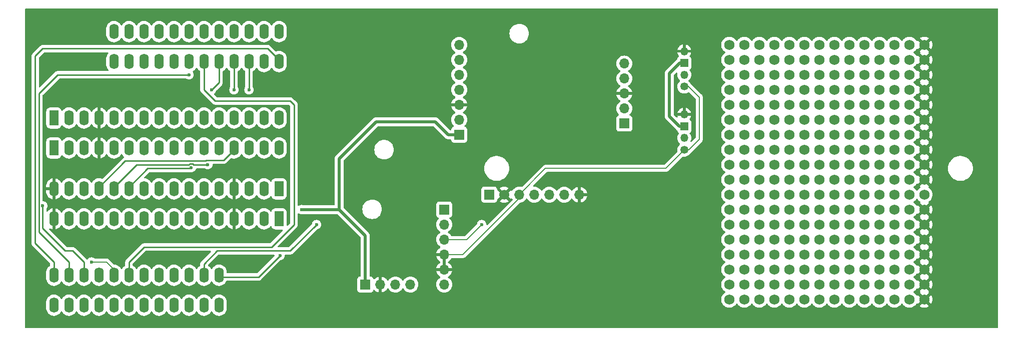
<source format=gbr>
%TF.GenerationSoftware,KiCad,Pcbnew,8.0.4*%
%TF.CreationDate,2024-10-10T15:19:09-04:00*%
%TF.ProjectId,CSL_AQS_V1,43534c5f-4151-4535-9f56-312e6b696361,rev?*%
%TF.SameCoordinates,Original*%
%TF.FileFunction,Copper,L2,Bot*%
%TF.FilePolarity,Positive*%
%FSLAX46Y46*%
G04 Gerber Fmt 4.6, Leading zero omitted, Abs format (unit mm)*
G04 Created by KiCad (PCBNEW 8.0.4) date 2024-10-10 15:19:09*
%MOMM*%
%LPD*%
G01*
G04 APERTURE LIST*
G04 Aperture macros list*
%AMRoundRect*
0 Rectangle with rounded corners*
0 $1 Rounding radius*
0 $2 $3 $4 $5 $6 $7 $8 $9 X,Y pos of 4 corners*
0 Add a 4 corners polygon primitive as box body*
4,1,4,$2,$3,$4,$5,$6,$7,$8,$9,$2,$3,0*
0 Add four circle primitives for the rounded corners*
1,1,$1+$1,$2,$3*
1,1,$1+$1,$4,$5*
1,1,$1+$1,$6,$7*
1,1,$1+$1,$8,$9*
0 Add four rect primitives between the rounded corners*
20,1,$1+$1,$2,$3,$4,$5,0*
20,1,$1+$1,$4,$5,$6,$7,0*
20,1,$1+$1,$6,$7,$8,$9,0*
20,1,$1+$1,$8,$9,$2,$3,0*%
G04 Aperture macros list end*
%TA.AperFunction,ComponentPad*%
%ADD10C,1.750000*%
%TD*%
%TA.AperFunction,ComponentPad*%
%ADD11RoundRect,0.250000X-0.550000X1.050000X-0.550000X-1.050000X0.550000X-1.050000X0.550000X1.050000X0*%
%TD*%
%TA.AperFunction,ComponentPad*%
%ADD12O,1.600000X2.600000*%
%TD*%
%TA.AperFunction,ComponentPad*%
%ADD13R,1.700000X1.700000*%
%TD*%
%TA.AperFunction,ComponentPad*%
%ADD14O,1.700000X1.700000*%
%TD*%
%TA.AperFunction,ComponentPad*%
%ADD15RoundRect,0.250000X0.550000X-1.050000X0.550000X1.050000X-0.550000X1.050000X-0.550000X-1.050000X0*%
%TD*%
%TA.AperFunction,ComponentPad*%
%ADD16C,1.350000*%
%TD*%
%TA.AperFunction,ComponentPad*%
%ADD17O,1.350000X1.350000*%
%TD*%
%TA.AperFunction,ComponentPad*%
%ADD18R,1.350000X1.350000*%
%TD*%
%TA.AperFunction,ComponentPad*%
%ADD19C,1.700000*%
%TD*%
%TA.AperFunction,ViaPad*%
%ADD20C,0.600000*%
%TD*%
%TA.AperFunction,Conductor*%
%ADD21C,0.254000*%
%TD*%
%TA.AperFunction,Conductor*%
%ADD22C,0.200000*%
%TD*%
%TA.AperFunction,Conductor*%
%ADD23C,0.508000*%
%TD*%
G04 APERTURE END LIST*
D10*
%TO.P,,1*%
%TO.N,N/C*%
X185420000Y-83820000D03*
%TD*%
%TO.P,,1*%
%TO.N,5V*%
X172720000Y-86360000D03*
%TD*%
%TO.P,,1*%
%TO.N,N/C*%
X187960000Y-96520000D03*
%TD*%
%TO.P,,1*%
%TO.N,N/C*%
X180340000Y-109220000D03*
%TD*%
%TO.P,,1*%
%TO.N,N/C*%
X198120000Y-99060000D03*
%TD*%
%TO.P,,1*%
%TO.N,N/C*%
X193040000Y-101600000D03*
%TD*%
%TO.P,,1*%
%TO.N,N/C*%
X185420000Y-106680000D03*
%TD*%
%TO.P,,1*%
%TO.N,5V*%
X172720000Y-88900000D03*
%TD*%
%TO.P,,1*%
%TO.N,5V*%
X172720000Y-76200000D03*
%TD*%
%TO.P,,1*%
%TO.N,3.3V*%
X175260000Y-104140000D03*
%TD*%
%TO.P,,1*%
%TO.N,N/C*%
X193040000Y-99060000D03*
%TD*%
D11*
%TO.P,A2,1,~{RESET}*%
%TO.N,Net-(A1-~{RESET})*%
X96520000Y-95550000D03*
X96520000Y-100630000D03*
D12*
%TO.P,A2,2,3V3*%
%TO.N,3.3V*%
X93980000Y-95550000D03*
X93980000Y-100630000D03*
%TO.P,A2,3,AREF*%
%TO.N,unconnected-(A2-AREF-Pad3)*%
X91440000Y-95550000D03*
X91440000Y-100630000D03*
%TO.P,A2,4,GND*%
%TO.N,GND*%
X88900000Y-95550000D03*
X88900000Y-100630000D03*
%TO.P,A2,5,DAC0/A0*%
%TO.N,unconnected-(A2-DAC0{slash}A0-Pad5)*%
X86360000Y-95550000D03*
X86360000Y-100630000D03*
%TO.P,A2,6,A1*%
%TO.N,unconnected-(A2-A1-Pad6)*%
X83820000Y-95550000D03*
X83820000Y-100630000D03*
%TO.P,A2,7,A2*%
%TO.N,unconnected-(A2-A2-Pad7)*%
X81280000Y-95550000D03*
X81280000Y-100630000D03*
%TO.P,A2,8,A3*%
%TO.N,unconnected-(A2-A3-Pad8)*%
X78740000Y-95550000D03*
X78740000Y-100630000D03*
%TO.P,A2,9,A4*%
%TO.N,unconnected-(A2-A4-Pad9)*%
X76200000Y-95550000D03*
X76200000Y-100630000D03*
%TO.P,A2,10,A5*%
%TO.N,unconnected-(A2-A5-Pad10)*%
X73660000Y-95550000D03*
X73660000Y-100630000D03*
%TO.P,A2,11,SCK/D24*%
%TO.N,Net-(A1-SCK{slash}D24)*%
X71120000Y-95550000D03*
X71120000Y-100630000D03*
%TO.P,A2,12,MOSI/D23*%
%TO.N,Net-(A1-MOSI{slash}D23)*%
X68580000Y-95550000D03*
X68580000Y-100630000D03*
%TO.P,A2,13,MISO/D22*%
%TO.N,Net-(A1-MISO{slash}D22)*%
X66040000Y-95550000D03*
X66040000Y-100630000D03*
%TO.P,A2,14,RX/D0*%
%TO.N,unconnected-(A2-RX{slash}D0-Pad14)*%
X63500000Y-95550000D03*
X63500000Y-100630000D03*
%TO.P,A2,15,TX/D1*%
%TO.N,unconnected-(A2-TX{slash}D1-Pad15)*%
X60960000Y-95550000D03*
X60960000Y-100630000D03*
%TO.P,A2,16,GND*%
%TO.N,GND*%
X58420000Y-95550000D03*
X58420000Y-100630000D03*
%TO.P,A2,17,SDA/D20*%
%TO.N,SDA*%
X58420000Y-110190000D03*
X58420000Y-115270000D03*
%TO.P,A2,18,SCL/D21*%
%TO.N,SCL*%
X60960000Y-110190000D03*
X60960000Y-115270000D03*
%TO.P,A2,19,D5*%
%TO.N,Net-(A1-D5)*%
X63500000Y-110190000D03*
X63500000Y-115270000D03*
%TO.P,A2,20,D6*%
%TO.N,Net-(A1-D6)*%
X66040000Y-110190000D03*
X66040000Y-115270000D03*
%TO.P,A2,21,D9*%
%TO.N,Net-(A1-D9)*%
X68580000Y-110190000D03*
X68580000Y-115270000D03*
%TO.P,A2,22,D10*%
%TO.N,Net-(A1-D10)*%
X71120000Y-110190000D03*
X71120000Y-115270000D03*
%TO.P,A2,23,D11*%
%TO.N,unconnected-(A2-D11-Pad23)*%
X73660000Y-110190000D03*
X73660000Y-115270000D03*
%TO.P,A2,24,D12*%
%TO.N,unconnected-(A2-D12-Pad24)*%
X76200000Y-110190000D03*
X76200000Y-115270000D03*
%TO.P,A2,25,D13*%
%TO.N,unconnected-(A2-D13-Pad25)*%
X78740000Y-110190000D03*
X78740000Y-115270000D03*
%TO.P,A2,26,USB*%
%TO.N,Net-(A1-USB)*%
X81280000Y-110190000D03*
X81280000Y-115270000D03*
%TO.P,A2,27,EN*%
%TO.N,Net-(A1-EN)*%
X83820000Y-110190000D03*
X83820000Y-115270000D03*
%TO.P,A2,28,VBAT*%
%TO.N,Net-(A1-VBAT)*%
X86360000Y-110190000D03*
X86360000Y-115270000D03*
%TD*%
D10*
%TO.P,,1*%
%TO.N,N/C*%
X182880000Y-96520000D03*
%TD*%
%TO.P,,1*%
%TO.N,N/C*%
X180340000Y-96520000D03*
%TD*%
%TO.P,,1*%
%TO.N,N/C*%
X193040000Y-88900000D03*
%TD*%
%TO.P,,1*%
%TO.N,N/C*%
X185420000Y-76200000D03*
%TD*%
%TO.P,,1*%
%TO.N,N/C*%
X187960000Y-78740000D03*
%TD*%
D13*
%TO.P,JP2,1,1*%
%TO.N,3.3V*%
X111125000Y-111760000D03*
D14*
%TO.P,JP2,2,2*%
%TO.N,GND*%
X113665000Y-111760000D03*
%TO.P,JP2,3,3*%
%TO.N,5V*%
X116205000Y-111760000D03*
%TO.P,JP2,4,4*%
%TO.N,EN*%
X118745000Y-111760000D03*
%TD*%
D10*
%TO.P,,1*%
%TO.N,N/C*%
X180340000Y-106680000D03*
%TD*%
%TO.P,,1*%
%TO.N,N/C*%
X190500000Y-78740000D03*
%TD*%
%TO.P,,1*%
%TO.N,N/C*%
X203200000Y-73660000D03*
%TD*%
%TO.P,,1*%
%TO.N,3.3V*%
X175260000Y-73660000D03*
%TD*%
%TO.P,,1*%
%TO.N,N/C*%
X195580000Y-86360000D03*
%TD*%
%TO.P,,1*%
%TO.N,N/C*%
X203200000Y-101600000D03*
%TD*%
%TO.P,,1*%
%TO.N,N/C*%
X200660000Y-109220000D03*
%TD*%
%TO.P,,1*%
%TO.N,5V*%
X172720000Y-93980000D03*
%TD*%
%TO.P,,1*%
%TO.N,N/C*%
X195580000Y-101600000D03*
%TD*%
%TO.P,,1*%
%TO.N,N/C*%
X182880000Y-106680000D03*
%TD*%
%TO.P,,1*%
%TO.N,5V*%
X172720000Y-104140000D03*
%TD*%
%TO.P,,1*%
%TO.N,N/C*%
X177800000Y-109220000D03*
%TD*%
%TO.P,,1*%
%TO.N,N/C*%
X187960000Y-81280000D03*
%TD*%
%TO.P,,1*%
%TO.N,N/C*%
X200660000Y-81280000D03*
%TD*%
%TO.P,,1*%
%TO.N,N/C*%
X182880000Y-71120000D03*
%TD*%
%TO.P,,1*%
%TO.N,5V*%
X172720000Y-101600000D03*
%TD*%
%TO.P,,1*%
%TO.N,N/C*%
X198120000Y-76200000D03*
%TD*%
%TO.P,,1*%
%TO.N,3.3V*%
X175260000Y-106680000D03*
%TD*%
%TO.P,,1*%
%TO.N,N/C*%
X187960000Y-111760000D03*
%TD*%
%TO.P,,1*%
%TO.N,5V*%
X172720000Y-83820000D03*
%TD*%
%TO.P,,1*%
%TO.N,N/C*%
X185420000Y-78740000D03*
%TD*%
%TO.P,,1*%
%TO.N,N/C*%
X193040000Y-81280000D03*
%TD*%
%TO.P,,1*%
%TO.N,N/C*%
X193040000Y-86360000D03*
%TD*%
%TO.P,,1*%
%TO.N,N/C*%
X177800000Y-106680000D03*
%TD*%
%TO.P,,1*%
%TO.N,3.3V*%
X175260000Y-101600000D03*
%TD*%
%TO.P,,1*%
%TO.N,N/C*%
X185420000Y-91440000D03*
%TD*%
%TO.P,,1*%
%TO.N,N/C*%
X182880000Y-81280000D03*
%TD*%
%TO.P,,1*%
%TO.N,N/C*%
X185420000Y-73660000D03*
%TD*%
%TO.P,,1*%
%TO.N,N/C*%
X195580000Y-93980000D03*
%TD*%
%TO.P,,1*%
%TO.N,N/C*%
X200660000Y-83820000D03*
%TD*%
%TO.P,,1*%
%TO.N,N/C*%
X177800000Y-93980000D03*
%TD*%
%TO.P,,1*%
%TO.N,N/C*%
X203200000Y-88900000D03*
%TD*%
%TO.P,,1*%
%TO.N,N/C*%
X195580000Y-111760000D03*
%TD*%
%TO.P,,1*%
%TO.N,N/C*%
X185420000Y-81280000D03*
%TD*%
%TO.P,,1*%
%TO.N,3.3V*%
X175260000Y-83820000D03*
%TD*%
%TO.P,,1*%
%TO.N,GND*%
X205740000Y-106680000D03*
%TD*%
%TO.P,,1*%
%TO.N,N/C*%
X182880000Y-88900000D03*
%TD*%
%TO.P,,1*%
%TO.N,5V*%
X172720000Y-111760000D03*
%TD*%
%TO.P,,1*%
%TO.N,N/C*%
X182880000Y-83820000D03*
%TD*%
%TO.P,,1*%
%TO.N,N/C*%
X203200000Y-76200000D03*
%TD*%
%TO.P,,1*%
%TO.N,N/C*%
X190500000Y-81280000D03*
%TD*%
%TO.P,,1*%
%TO.N,N/C*%
X200660000Y-96520000D03*
%TD*%
%TO.P,,1*%
%TO.N,N/C*%
X177800000Y-86360000D03*
%TD*%
%TO.P,,1*%
%TO.N,N/C*%
X185420000Y-99060000D03*
%TD*%
%TO.P,,1*%
%TO.N,GND*%
X205740000Y-81280000D03*
%TD*%
%TO.P,,1*%
%TO.N,N/C*%
X193040000Y-93980000D03*
%TD*%
%TO.P,,1*%
%TO.N,N/C*%
X187960000Y-104140000D03*
%TD*%
%TO.P,,1*%
%TO.N,N/C*%
X198120000Y-114300000D03*
%TD*%
%TO.P,,1*%
%TO.N,N/C*%
X198120000Y-73660000D03*
%TD*%
%TO.P,,1*%
%TO.N,N/C*%
X180340000Y-71120000D03*
%TD*%
%TO.P,,1*%
%TO.N,N/C*%
X190500000Y-114300000D03*
%TD*%
%TO.P,,1*%
%TO.N,N/C*%
X182880000Y-73660000D03*
%TD*%
%TO.P,,1*%
%TO.N,N/C*%
X200660000Y-101600000D03*
%TD*%
%TO.P,,1*%
%TO.N,N/C*%
X198120000Y-93980000D03*
%TD*%
%TO.P,,1*%
%TO.N,N/C*%
X195580000Y-106680000D03*
%TD*%
%TO.P,,1*%
%TO.N,GND*%
X205740000Y-88900000D03*
%TD*%
%TO.P,,1*%
%TO.N,N/C*%
X177800000Y-96520000D03*
%TD*%
%TO.P,,1*%
%TO.N,N/C*%
X177800000Y-99060000D03*
%TD*%
%TO.P,,1*%
%TO.N,N/C*%
X177800000Y-111760000D03*
%TD*%
%TO.P,,1*%
%TO.N,N/C*%
X198120000Y-106680000D03*
%TD*%
%TO.P,,1*%
%TO.N,N/C*%
X198120000Y-104140000D03*
%TD*%
%TO.P,,1*%
%TO.N,N/C*%
X190500000Y-86360000D03*
%TD*%
%TO.P,,1*%
%TO.N,N/C*%
X193040000Y-104140000D03*
%TD*%
%TO.P,,1*%
%TO.N,N/C*%
X185420000Y-71120000D03*
%TD*%
%TO.P,,1*%
%TO.N,N/C*%
X200660000Y-88900000D03*
%TD*%
%TO.P,,1*%
%TO.N,N/C*%
X182880000Y-101600000D03*
%TD*%
%TO.P,,1*%
%TO.N,N/C*%
X190500000Y-88900000D03*
%TD*%
%TO.P,,1*%
%TO.N,N/C*%
X203200000Y-106680000D03*
%TD*%
%TO.P,,1*%
%TO.N,N/C*%
X182880000Y-78740000D03*
%TD*%
%TO.P,,1*%
%TO.N,N/C*%
X190500000Y-111760000D03*
%TD*%
%TO.P,,1*%
%TO.N,N/C*%
X180340000Y-104140000D03*
%TD*%
%TO.P,,1*%
%TO.N,N/C*%
X187960000Y-91440000D03*
%TD*%
%TO.P,,1*%
%TO.N,N/C*%
X193040000Y-71120000D03*
%TD*%
%TO.P,,1*%
%TO.N,N/C*%
X182880000Y-111760000D03*
%TD*%
%TO.P,,1*%
%TO.N,N/C*%
X203200000Y-109220000D03*
%TD*%
%TO.P,,1*%
%TO.N,N/C*%
X195580000Y-71120000D03*
%TD*%
%TO.P,,1*%
%TO.N,N/C*%
X190500000Y-73660000D03*
%TD*%
%TO.P,,1*%
%TO.N,N/C*%
X185420000Y-114300000D03*
%TD*%
%TO.P,,1*%
%TO.N,5V*%
X172720000Y-91440000D03*
%TD*%
%TO.P,,1*%
%TO.N,N/C*%
X193040000Y-96520000D03*
%TD*%
%TO.P,,1*%
%TO.N,N/C*%
X187960000Y-71120000D03*
%TD*%
%TO.P,,1*%
%TO.N,N/C*%
X190500000Y-91440000D03*
%TD*%
D15*
%TO.P,A1,1,~{RESET}*%
%TO.N,Net-(A1-~{RESET})*%
X58420000Y-88600000D03*
X58420000Y-83520000D03*
D12*
%TO.P,A1,2,3V3*%
%TO.N,3.3V*%
X60960000Y-88600000D03*
X60960000Y-83520000D03*
%TO.P,A1,3,AREF*%
%TO.N,unconnected-(A1-AREF-Pad3)*%
X63500000Y-88600000D03*
X63500000Y-83520000D03*
%TO.P,A1,4,GND*%
%TO.N,GND*%
X66040000Y-88600000D03*
X66040000Y-83520000D03*
%TO.P,A1,5,DAC0/A0*%
%TO.N,unconnected-(A1-DAC0{slash}A0-Pad5)*%
X68580000Y-88600000D03*
X68580000Y-83520000D03*
%TO.P,A1,6,A1*%
%TO.N,unconnected-(A1-A1-Pad6)*%
X71120000Y-88600000D03*
X71120000Y-83520000D03*
%TO.P,A1,7,A2*%
%TO.N,unconnected-(A1-A2-Pad7)*%
X73660000Y-88600000D03*
X73660000Y-83520000D03*
%TO.P,A1,8,A3*%
%TO.N,unconnected-(A1-A3-Pad8)*%
X76200000Y-88600000D03*
X76200000Y-83520000D03*
%TO.P,A1,9,A4*%
%TO.N,unconnected-(A1-A4-Pad9)*%
X78740000Y-88600000D03*
X78740000Y-83520000D03*
%TO.P,A1,10,A5*%
%TO.N,unconnected-(A1-A5-Pad10)*%
X81280000Y-88600000D03*
X81280000Y-83520000D03*
%TO.P,A1,11,SCK/D24*%
%TO.N,Net-(A1-SCK{slash}D24)*%
X83820000Y-88600000D03*
X83820000Y-83520000D03*
%TO.P,A1,12,MOSI/D23*%
%TO.N,Net-(A1-MOSI{slash}D23)*%
X86360000Y-88600000D03*
X86360000Y-83520000D03*
%TO.P,A1,13,MISO/D22*%
%TO.N,Net-(A1-MISO{slash}D22)*%
X88900000Y-88600000D03*
X88900000Y-83520000D03*
%TO.P,A1,14,RX/D0*%
%TO.N,unconnected-(A1-RX{slash}D0-Pad14)*%
X91440000Y-88600000D03*
X91440000Y-83520000D03*
%TO.P,A1,15,TX/D1*%
%TO.N,unconnected-(A1-TX{slash}D1-Pad15)*%
X93980000Y-88600000D03*
X93980000Y-83520000D03*
%TO.P,A1,16,WAKE*%
%TO.N,unconnected-(A1-WAKE-Pad16)*%
X96520000Y-88600000D03*
X96520000Y-83520000D03*
%TO.P,A1,17,SDA/D20*%
%TO.N,SDA*%
X96520000Y-73960000D03*
X96520000Y-68880000D03*
%TO.P,A1,18,SCL/D21*%
%TO.N,SCL*%
X93980000Y-73960000D03*
X93980000Y-68880000D03*
%TO.P,A1,19,D5*%
%TO.N,Net-(A1-D5)*%
X91440000Y-73960000D03*
X91440000Y-68880000D03*
%TO.P,A1,20,D6*%
%TO.N,Net-(A1-D6)*%
X88900000Y-73960000D03*
X88900000Y-68880000D03*
%TO.P,A1,21,D9*%
%TO.N,Net-(A1-D9)*%
X86360000Y-73960000D03*
X86360000Y-68880000D03*
%TO.P,A1,22,D10*%
%TO.N,Net-(A1-D10)*%
X83820000Y-73960000D03*
X83820000Y-68880000D03*
%TO.P,A1,23,D11*%
%TO.N,ENA*%
X81280000Y-73960000D03*
X81280000Y-68880000D03*
%TO.P,A1,24,D12*%
%TO.N,unconnected-(A1-D12-Pad24)*%
X78740000Y-73960000D03*
X78740000Y-68880000D03*
%TO.P,A1,25,D13*%
%TO.N,unconnected-(A1-D13-Pad25)*%
X76200000Y-73960000D03*
X76200000Y-68880000D03*
%TO.P,A1,26,USB*%
%TO.N,Net-(A1-USB)*%
X73660000Y-73960000D03*
X73660000Y-68880000D03*
%TO.P,A1,27,EN*%
%TO.N,Net-(A1-EN)*%
X71120000Y-73960000D03*
X71120000Y-68880000D03*
%TO.P,A1,28,VBAT*%
%TO.N,Net-(A1-VBAT)*%
X68580000Y-73960000D03*
X68580000Y-68880000D03*
%TD*%
D10*
%TO.P,,1*%
%TO.N,N/C*%
X187960000Y-101600000D03*
%TD*%
%TO.P,,1*%
%TO.N,N/C*%
X180340000Y-99060000D03*
%TD*%
D13*
%TO.P,JP6,1,1*%
%TO.N,3.3V*%
X154940000Y-84455000D03*
D14*
%TO.P,JP6,2,2*%
%TO.N,3Vo*%
X154940000Y-81915000D03*
%TO.P,JP6,3,3*%
%TO.N,GND*%
X154940000Y-79375000D03*
%TO.P,JP6,4,4*%
%TO.N,SCL*%
X154940000Y-76835000D03*
%TO.P,JP6,5,5*%
%TO.N,SDA*%
X154940000Y-74295000D03*
%TD*%
D10*
%TO.P,,1*%
%TO.N,N/C*%
X200660000Y-114300000D03*
%TD*%
%TO.P,,1*%
%TO.N,N/C*%
X187960000Y-76200000D03*
%TD*%
%TO.P,,1*%
%TO.N,N/C*%
X180340000Y-101600000D03*
%TD*%
D13*
%TO.P,JP8,1,1*%
%TO.N,5V*%
X124460000Y-99060000D03*
D14*
%TO.P,JP8,2,2*%
%TO.N,SDA*%
X124460000Y-101600000D03*
%TO.P,JP8,3,3*%
%TO.N,SCL*%
X124460000Y-104140000D03*
%TO.P,JP8,4,4*%
%TO.N,GND*%
X124460000Y-106680000D03*
%TO.P,JP8,5,5*%
X124460000Y-109220000D03*
%TO.P,JP8,6,6*%
%TO.N,unconnected-(JP8-Pad6)*%
X124460000Y-111760000D03*
%TD*%
D10*
%TO.P,,1*%
%TO.N,5V*%
X172720000Y-73660000D03*
%TD*%
%TO.P,,1*%
%TO.N,N/C*%
X190500000Y-93980000D03*
%TD*%
%TO.P,,1*%
%TO.N,N/C*%
X187960000Y-73660000D03*
%TD*%
%TO.P,,1*%
%TO.N,N/C*%
X203200000Y-78740000D03*
%TD*%
%TO.P,,1*%
%TO.N,N/C*%
X185420000Y-104140000D03*
%TD*%
%TO.P,,1*%
%TO.N,N/C*%
X177800000Y-71120000D03*
%TD*%
%TO.P,,1*%
%TO.N,5V*%
X172720000Y-99060000D03*
%TD*%
%TO.P,,1*%
%TO.N,N/C*%
X203200000Y-91440000D03*
%TD*%
%TO.P,,1*%
%TO.N,N/C*%
X198120000Y-71120000D03*
%TD*%
%TO.P,,1*%
%TO.N,N/C*%
X200660000Y-106680000D03*
%TD*%
%TO.P,,1*%
%TO.N,N/C*%
X200660000Y-111760000D03*
%TD*%
%TO.P,,1*%
%TO.N,N/C*%
X200660000Y-86360000D03*
%TD*%
%TO.P,,1*%
%TO.N,5V*%
X172720000Y-106680000D03*
%TD*%
%TO.P,,1*%
%TO.N,N/C*%
X185420000Y-93980000D03*
%TD*%
%TO.P,,1*%
%TO.N,N/C*%
X195580000Y-104140000D03*
%TD*%
%TO.P,,1*%
%TO.N,N/C*%
X195580000Y-91440000D03*
%TD*%
%TO.P,,1*%
%TO.N,N/C*%
X198120000Y-86360000D03*
%TD*%
%TO.P,,1*%
%TO.N,GND*%
X205740000Y-111760000D03*
%TD*%
%TO.P,,1*%
%TO.N,N/C*%
X190500000Y-76200000D03*
%TD*%
%TO.P,,1*%
%TO.N,GND*%
X205740000Y-93980000D03*
%TD*%
%TO.P,,1*%
%TO.N,N/C*%
X195580000Y-73660000D03*
%TD*%
%TO.P,,1*%
%TO.N,N/C*%
X182880000Y-114300000D03*
%TD*%
%TO.P,,1*%
%TO.N,N/C*%
X177800000Y-73660000D03*
%TD*%
%TO.P,,1*%
%TO.N,N/C*%
X187960000Y-83820000D03*
%TD*%
%TO.P,,1*%
%TO.N,N/C*%
X198120000Y-91440000D03*
%TD*%
%TO.P,,1*%
%TO.N,N/C*%
X198120000Y-111760000D03*
%TD*%
%TO.P,,1*%
%TO.N,GND*%
X205740000Y-91440000D03*
%TD*%
%TO.P,,1*%
%TO.N,GND*%
X205740000Y-71120000D03*
%TD*%
%TO.P,,1*%
%TO.N,GND*%
X205740000Y-101600000D03*
%TD*%
%TO.P,,1*%
%TO.N,N/C*%
X193040000Y-76200000D03*
%TD*%
%TO.P,,1*%
%TO.N,N/C*%
X187960000Y-88900000D03*
%TD*%
%TO.P,,1*%
%TO.N,N/C*%
X190500000Y-71120000D03*
%TD*%
%TO.P,,1*%
%TO.N,N/C*%
X195580000Y-109220000D03*
%TD*%
%TO.P,,1*%
%TO.N,N/C*%
X198120000Y-83820000D03*
%TD*%
%TO.P,,1*%
%TO.N,N/C*%
X193040000Y-73660000D03*
%TD*%
%TO.P,,1*%
%TO.N,N/C*%
X182880000Y-76200000D03*
%TD*%
%TO.P,,1*%
%TO.N,N/C*%
X187960000Y-86360000D03*
%TD*%
%TO.P,,1*%
%TO.N,GND*%
X205740000Y-109220000D03*
%TD*%
%TO.P,,1*%
%TO.N,N/C*%
X198120000Y-101600000D03*
%TD*%
%TO.P,,1*%
%TO.N,N/C*%
X185420000Y-86360000D03*
%TD*%
%TO.P,,1*%
%TO.N,N/C*%
X182880000Y-109220000D03*
%TD*%
%TO.P,,1*%
%TO.N,3.3V*%
X175260000Y-88900000D03*
%TD*%
%TO.P,,1*%
%TO.N,3.3V*%
X175260000Y-78740000D03*
%TD*%
%TO.P,,1*%
%TO.N,N/C*%
X180340000Y-81280000D03*
%TD*%
%TO.P,,1*%
%TO.N,N/C*%
X193040000Y-114300000D03*
%TD*%
%TO.P,,1*%
%TO.N,N/C*%
X180340000Y-73660000D03*
%TD*%
%TO.P,,1*%
%TO.N,5V*%
X172720000Y-109220000D03*
%TD*%
%TO.P,,1*%
%TO.N,GND*%
X205740000Y-114300000D03*
%TD*%
%TO.P,,1*%
%TO.N,N/C*%
X195580000Y-81280000D03*
%TD*%
%TO.P,,1*%
%TO.N,N/C*%
X203200000Y-93980000D03*
%TD*%
%TO.P,,1*%
%TO.N,N/C*%
X182880000Y-91440000D03*
%TD*%
%TO.P,,1*%
%TO.N,N/C*%
X193040000Y-78740000D03*
%TD*%
%TO.P,,1*%
%TO.N,N/C*%
X190500000Y-96520000D03*
%TD*%
%TO.P,,1*%
%TO.N,N/C*%
X198120000Y-81280000D03*
%TD*%
%TO.P,,1*%
%TO.N,N/C*%
X193040000Y-83820000D03*
%TD*%
%TO.P,,1*%
%TO.N,N/C*%
X177800000Y-81280000D03*
%TD*%
%TO.P,,1*%
%TO.N,3.3V*%
X175260000Y-86360000D03*
%TD*%
%TO.P,,1*%
%TO.N,GND*%
X205740000Y-73660000D03*
%TD*%
%TO.P,,1*%
%TO.N,N/C*%
X177800000Y-76200000D03*
%TD*%
%TO.P,,1*%
%TO.N,3.3V*%
X175260000Y-109220000D03*
%TD*%
%TO.P,,1*%
%TO.N,5V*%
X172720000Y-81280000D03*
%TD*%
%TO.P,,1*%
%TO.N,N/C*%
X193040000Y-111760000D03*
%TD*%
%TO.P,,1*%
%TO.N,N/C*%
X195580000Y-88900000D03*
%TD*%
%TO.P,,1*%
%TO.N,N/C*%
X200660000Y-104140000D03*
%TD*%
%TO.P,,1*%
%TO.N,N/C*%
X203200000Y-83820000D03*
%TD*%
%TO.P,,1*%
%TO.N,N/C*%
X195580000Y-78740000D03*
%TD*%
%TO.P,,1*%
%TO.N,N/C*%
X190500000Y-99060000D03*
%TD*%
%TO.P,,1*%
%TO.N,3.3V*%
X175260000Y-96520000D03*
%TD*%
%TO.P,REF\u002A\u002A,1*%
%TO.N,5V*%
X172720000Y-71120000D03*
%TD*%
%TO.P,,1*%
%TO.N,N/C*%
X182880000Y-104140000D03*
%TD*%
%TO.P,,1*%
%TO.N,N/C*%
X180340000Y-86360000D03*
%TD*%
%TO.P,,1*%
%TO.N,3.3V*%
X175260000Y-81280000D03*
%TD*%
D16*
%TO.P,J2,1,1*%
%TO.N,SCL*%
X165100000Y-78200000D03*
D17*
%TO.P,J2,2,2*%
%TO.N,SDA*%
X165100000Y-76200000D03*
D18*
%TO.P,J2,3,3*%
%TO.N,3.3V*%
X165100000Y-74200000D03*
D17*
%TO.P,J2,4,4*%
%TO.N,GND*%
X165100000Y-72200000D03*
%TD*%
D10*
%TO.P,,1*%
%TO.N,GND*%
X205740000Y-78740000D03*
%TD*%
%TO.P,,1*%
%TO.N,GND*%
X205740000Y-83820000D03*
%TD*%
%TO.P,,1*%
%TO.N,N/C*%
X185420000Y-88900000D03*
%TD*%
%TO.P,,1*%
%TO.N,N/C*%
X187960000Y-114300000D03*
%TD*%
%TO.P,,1*%
%TO.N,3.3V*%
X175260000Y-111760000D03*
%TD*%
%TO.P,,1*%
%TO.N,N/C*%
X190500000Y-101600000D03*
%TD*%
%TO.P,,1*%
%TO.N,N/C*%
X195580000Y-114300000D03*
%TD*%
%TO.P,,1*%
%TO.N,N/C*%
X185420000Y-111760000D03*
%TD*%
%TO.P,,1*%
%TO.N,5V*%
X172720000Y-78740000D03*
%TD*%
%TO.P,,1*%
%TO.N,3.3V*%
X175260000Y-76200000D03*
%TD*%
%TO.P,,1*%
%TO.N,N/C*%
X200660000Y-76200000D03*
%TD*%
%TO.P,,1*%
%TO.N,5V*%
X172720000Y-96520000D03*
%TD*%
%TO.P,,1*%
%TO.N,N/C*%
X177800000Y-114300000D03*
%TD*%
%TO.P,,1*%
%TO.N,N/C*%
X177800000Y-88900000D03*
%TD*%
%TO.P,,1*%
%TO.N,N/C*%
X180340000Y-93980000D03*
%TD*%
%TO.P,,1*%
%TO.N,N/C*%
X195580000Y-76200000D03*
%TD*%
%TO.P,,1*%
%TO.N,N/C*%
X180340000Y-111760000D03*
%TD*%
%TO.P,,1*%
%TO.N,GND*%
X205740000Y-76200000D03*
%TD*%
%TO.P,,1*%
%TO.N,3.3V*%
X175260000Y-99060000D03*
%TD*%
%TO.P,,1*%
%TO.N,N/C*%
X193040000Y-106680000D03*
%TD*%
%TO.P,,1*%
%TO.N,N/C*%
X180340000Y-76200000D03*
%TD*%
%TO.P,,1*%
%TO.N,N/C*%
X198120000Y-78740000D03*
%TD*%
%TO.P,,1*%
%TO.N,N/C*%
X200660000Y-91440000D03*
%TD*%
%TO.P,,1*%
%TO.N,GND*%
X205740000Y-104140000D03*
%TD*%
%TO.P,,1*%
%TO.N,N/C*%
X187960000Y-99060000D03*
%TD*%
%TO.P,,1*%
%TO.N,N/C*%
X203200000Y-86360000D03*
%TD*%
%TO.P,,1*%
%TO.N,N/C*%
X205740000Y-96520000D03*
%TD*%
D13*
%TO.P,JP7,1,1*%
%TO.N,3.3V*%
X127000000Y-86360000D03*
D14*
%TO.P,JP7,2,2*%
%TO.N,unconnected-(JP7-Pad2)*%
X127000000Y-83820000D03*
%TO.P,JP7,3,3*%
%TO.N,GND*%
X127000000Y-81280000D03*
%TO.P,JP7,4,4*%
%TO.N,SCL*%
X127000000Y-78740000D03*
%TO.P,JP7,5,5*%
%TO.N,NC*%
X127000000Y-76200000D03*
%TO.P,JP7,6,6*%
%TO.N,SDA*%
X127000000Y-73660000D03*
%TO.P,JP7,7,7*%
%TO.N,unconnected-(JP7-Pad7)*%
X127000000Y-71120000D03*
%TD*%
D10*
%TO.P,,1*%
%TO.N,N/C*%
X203200000Y-114300000D03*
%TD*%
%TO.P,,1*%
%TO.N,N/C*%
X177800000Y-104140000D03*
%TD*%
%TO.P,,1*%
%TO.N,N/C*%
X203200000Y-99060000D03*
%TD*%
%TO.P,,1*%
%TO.N,3.3V*%
X175260000Y-71120000D03*
%TD*%
%TO.P,,1*%
%TO.N,N/C*%
X187960000Y-109220000D03*
%TD*%
%TO.P,,1*%
%TO.N,GND*%
X205740000Y-86360000D03*
%TD*%
%TO.P,,1*%
%TO.N,GND*%
X205740000Y-96520000D03*
%TD*%
%TO.P,,1*%
%TO.N,N/C*%
X195580000Y-83820000D03*
%TD*%
%TO.P,,1*%
%TO.N,3.3V*%
X175260000Y-93980000D03*
%TD*%
%TO.P,,1*%
%TO.N,3.3V*%
X175260000Y-91440000D03*
%TD*%
%TO.P,,1*%
%TO.N,N/C*%
X177800000Y-78740000D03*
%TD*%
D13*
%TO.P,JP10,1,1*%
%TO.N,3.3V*%
X132080000Y-96520000D03*
D19*
%TO.P,JP10,2,2*%
%TO.N,GND*%
X134620000Y-96520000D03*
D14*
%TO.P,JP10,3,3*%
%TO.N,SCL*%
X137160000Y-96520000D03*
%TO.P,JP10,4,4*%
%TO.N,SDA*%
X139700000Y-96520000D03*
%TO.P,JP10,5,5*%
%TO.N,unconnected-(JP10-Pad5)*%
X142240000Y-96520000D03*
%TO.P,JP10,6,6*%
%TO.N,unconnected-(JP10-Pad6)*%
X144780000Y-96520000D03*
%TO.P,JP10,7,7*%
%TO.N,GND*%
X147320000Y-96520000D03*
%TD*%
D10*
%TO.P,,1*%
%TO.N,N/C*%
X185420000Y-109220000D03*
%TD*%
%TO.P,,1*%
%TO.N,N/C*%
X193040000Y-91440000D03*
%TD*%
%TO.P,,1*%
%TO.N,N/C*%
X203200000Y-96520000D03*
%TD*%
%TO.P,,1*%
%TO.N,N/C*%
X203200000Y-71120000D03*
%TD*%
%TO.P,,1*%
%TO.N,N/C*%
X180340000Y-83820000D03*
%TD*%
%TO.P,,1*%
%TO.N,N/C*%
X180340000Y-88900000D03*
%TD*%
%TO.P,,1*%
%TO.N,N/C*%
X182880000Y-86360000D03*
%TD*%
%TO.P,,1*%
%TO.N,N/C*%
X177800000Y-101600000D03*
%TD*%
%TO.P,,1*%
%TO.N,N/C*%
X185420000Y-96520000D03*
%TD*%
%TO.P,,1*%
%TO.N,N/C*%
X185420000Y-101600000D03*
%TD*%
D16*
%TO.P,J3,1,1*%
%TO.N,SCL*%
X165100000Y-88916000D03*
D17*
%TO.P,J3,2,2*%
%TO.N,SDA*%
X165100000Y-86916000D03*
D18*
%TO.P,J3,3,3*%
%TO.N,3.3V*%
X165100000Y-84916000D03*
D17*
%TO.P,J3,4,4*%
%TO.N,GND*%
X165100000Y-82916000D03*
%TD*%
D10*
%TO.P,,1*%
%TO.N,N/C*%
X180340000Y-78740000D03*
%TD*%
%TO.P,,1*%
%TO.N,N/C*%
X177800000Y-83820000D03*
%TD*%
%TO.P,,1*%
%TO.N,N/C*%
X180340000Y-114300000D03*
%TD*%
%TO.P,,1*%
%TO.N,N/C*%
X203200000Y-81280000D03*
%TD*%
%TO.P,,1*%
%TO.N,N/C*%
X198120000Y-96520000D03*
%TD*%
%TO.P,,1*%
%TO.N,N/C*%
X200660000Y-78740000D03*
%TD*%
%TO.P,,1*%
%TO.N,N/C*%
X190500000Y-106680000D03*
%TD*%
%TO.P,,1*%
%TO.N,N/C*%
X195580000Y-96520000D03*
%TD*%
%TO.P,,1*%
%TO.N,N/C*%
X200660000Y-99060000D03*
%TD*%
%TO.P,,1*%
%TO.N,N/C*%
X200660000Y-73660000D03*
%TD*%
%TO.P,,1*%
%TO.N,N/C*%
X200660000Y-93980000D03*
%TD*%
%TO.P,,1*%
%TO.N,N/C*%
X177800000Y-91440000D03*
%TD*%
%TO.P,,1*%
%TO.N,N/C*%
X190500000Y-104140000D03*
%TD*%
%TO.P,,1*%
%TO.N,N/C*%
X182880000Y-99060000D03*
%TD*%
%TO.P,,1*%
%TO.N,N/C*%
X203200000Y-104140000D03*
%TD*%
%TO.P,,1*%
%TO.N,N/C*%
X200660000Y-71120000D03*
%TD*%
%TO.P,,1*%
%TO.N,N/C*%
X198120000Y-88900000D03*
%TD*%
%TO.P,,1*%
%TO.N,N/C*%
X180340000Y-91440000D03*
%TD*%
%TO.P,,1*%
%TO.N,N/C*%
X190500000Y-109220000D03*
%TD*%
%TO.P,,1*%
%TO.N,5V*%
X172720000Y-114300000D03*
%TD*%
%TO.P,,1*%
%TO.N,N/C*%
X187960000Y-106680000D03*
%TD*%
%TO.P,,1*%
%TO.N,3.3V*%
X175260000Y-114300000D03*
%TD*%
%TO.P,,1*%
%TO.N,N/C*%
X195580000Y-99060000D03*
%TD*%
%TO.P,,1*%
%TO.N,N/C*%
X187960000Y-93980000D03*
%TD*%
%TO.P,,1*%
%TO.N,N/C*%
X198120000Y-109220000D03*
%TD*%
%TO.P,,1*%
%TO.N,N/C*%
X190500000Y-83820000D03*
%TD*%
%TO.P,,1*%
%TO.N,N/C*%
X193040000Y-109220000D03*
%TD*%
%TO.P,,1*%
%TO.N,N/C*%
X182880000Y-93980000D03*
%TD*%
%TO.P,,1*%
%TO.N,N/C*%
X203200000Y-111760000D03*
%TD*%
%TO.P,,1*%
%TO.N,GND*%
X205740000Y-99060000D03*
%TD*%
D20*
%TO.N,Net-(A1-D6)*%
X88900000Y-78740000D03*
%TO.N,Net-(A1-VBAT)*%
X96678750Y-106838750D03*
%TO.N,SCL*%
X81280000Y-76200000D03*
%TO.N,3.3V*%
X100330000Y-99060000D03*
%TO.N,Net-(A1-MOSI{slash}D23)*%
X84455000Y-91440000D03*
%TO.N,Net-(A1-D5)*%
X91440000Y-78740000D03*
X56515000Y-98425000D03*
%TO.N,SDA*%
X130810000Y-101600000D03*
%TO.N,GND*%
X91440000Y-109220000D03*
X61849000Y-73914000D03*
X81280000Y-106680000D03*
X66040000Y-91440000D03*
X111760000Y-76200000D03*
X139700000Y-76200000D03*
X102870000Y-103505000D03*
%TO.N,Net-(A1-EN)*%
X102870000Y-101600000D03*
%TO.N,Net-(A1-D9)*%
X85090000Y-78740000D03*
X64770000Y-107950000D03*
%TO.N,Net-(A1-SCK{slash}D24)*%
X81661000Y-91948000D03*
%TD*%
D21*
%TO.N,Net-(A1-D6)*%
X88900000Y-73660000D02*
X88900000Y-78740000D01*
%TO.N,Net-(A1-VBAT)*%
X96678750Y-106838750D02*
X93027500Y-110490000D01*
X93027500Y-110490000D02*
X86360000Y-110490000D01*
%TO.N,SCL*%
X55880000Y-102870000D02*
X60960000Y-107950000D01*
X60960000Y-110490000D02*
X60960000Y-107950000D01*
D22*
X137160000Y-96520000D02*
X141605000Y-92075000D01*
X127635000Y-106680000D02*
X124460000Y-106680000D01*
X165862000Y-88916000D02*
X165100000Y-88916000D01*
D21*
X55880000Y-79375000D02*
X55880000Y-102870000D01*
D22*
X165824000Y-78200000D02*
X167640000Y-80016000D01*
X161941000Y-92075000D02*
X165100000Y-88916000D01*
X167640000Y-80016000D02*
X167640000Y-87138000D01*
D21*
X59055000Y-76200000D02*
X55880000Y-79375000D01*
D22*
X165100000Y-78200000D02*
X165824000Y-78200000D01*
X141605000Y-92075000D02*
X161941000Y-92075000D01*
X167640000Y-87138000D02*
X165862000Y-88916000D01*
X137160000Y-97155000D02*
X127635000Y-106680000D01*
X137160000Y-96520000D02*
X137160000Y-97155000D01*
D21*
X81280000Y-76200000D02*
X59055000Y-76200000D01*
D23*
%TO.N,3.3V*%
X122975600Y-84175600D02*
X125160000Y-86360000D01*
X106680000Y-99060000D02*
X106680000Y-90424000D01*
X162560000Y-83236000D02*
X162560000Y-75962000D01*
X162560000Y-75962000D02*
X164322000Y-74200000D01*
X100330000Y-99060000D02*
X106680000Y-99060000D01*
X125160000Y-86360000D02*
X127000000Y-86360000D01*
X112928400Y-84175600D02*
X122975600Y-84175600D01*
X164322000Y-74200000D02*
X165100000Y-74200000D01*
X106680000Y-90424000D02*
X112928400Y-84175600D01*
X111125000Y-103505000D02*
X106680000Y-99060000D01*
X164240000Y-84916000D02*
X162560000Y-83236000D01*
X165100000Y-84916000D02*
X164240000Y-84916000D01*
X111125000Y-111760000D02*
X111125000Y-103505000D01*
D21*
%TO.N,Net-(A1-MOSI{slash}D23)*%
X81401288Y-91321000D02*
X81282288Y-91440000D01*
X82039712Y-91440000D02*
X81920712Y-91321000D01*
X72390000Y-91440000D02*
X68580000Y-95250000D01*
X84455000Y-91440000D02*
X82039712Y-91440000D01*
X84455000Y-91440000D02*
X84455000Y-91313000D01*
X81282288Y-91440000D02*
X72390000Y-91440000D01*
X81920712Y-91321000D02*
X81401288Y-91321000D01*
%TO.N,Net-(A1-D5)*%
X63500000Y-110490000D02*
X63500000Y-107950000D01*
X60328526Y-106045000D02*
X56515000Y-102231474D01*
X56515000Y-102231474D02*
X56515000Y-98425000D01*
X63500000Y-107950000D02*
X61595000Y-106045000D01*
X91440000Y-73660000D02*
X91440000Y-78740000D01*
X61595000Y-106045000D02*
X60328526Y-106045000D01*
D22*
%TO.N,SDA*%
X128270000Y-104140000D02*
X124460000Y-104140000D01*
D21*
X55245000Y-104775000D02*
X55245000Y-73025000D01*
X56515000Y-71755000D02*
X94615000Y-71755000D01*
X94615000Y-71755000D02*
X96520000Y-73660000D01*
X55245000Y-73025000D02*
X56515000Y-71755000D01*
X58420000Y-110490000D02*
X58420000Y-107950000D01*
D22*
X130810000Y-101600000D02*
X128270000Y-104140000D01*
D21*
X58420000Y-107950000D02*
X55245000Y-104775000D01*
%TO.N,Net-(A1-EN)*%
X86042500Y-106045000D02*
X98425000Y-106045000D01*
X83820000Y-110490000D02*
X83820000Y-108267500D01*
X83820000Y-108267500D02*
X86042500Y-106045000D01*
X98425000Y-106045000D02*
X102870000Y-101600000D01*
%TO.N,Net-(A1-D9)*%
X85407500Y-78422500D02*
X85090000Y-78740000D01*
X86360000Y-73660000D02*
X86360000Y-77470000D01*
D22*
X64770000Y-107950000D02*
X67310000Y-107950000D01*
X68580000Y-109220000D02*
X68580000Y-110490000D01*
X67310000Y-107950000D02*
X68580000Y-109220000D01*
D21*
X86360000Y-77470000D02*
X85407500Y-78422500D01*
%TO.N,Net-(A1-D10)*%
X99060000Y-101600000D02*
X95250000Y-105410000D01*
X85725000Y-80645000D02*
X98425000Y-80645000D01*
X83820000Y-78740000D02*
X85725000Y-80645000D01*
X83820000Y-73660000D02*
X83820000Y-78740000D01*
X98425000Y-80645000D02*
X99060000Y-81280000D01*
X95250000Y-105410000D02*
X73660000Y-105410000D01*
X99060000Y-81280000D02*
X99060000Y-101600000D01*
X73660000Y-105410000D02*
X71120000Y-107950000D01*
X71120000Y-107950000D02*
X71120000Y-110490000D01*
%TO.N,Net-(A1-MISO{slash}D22)*%
X84195288Y-90686000D02*
X87114000Y-90686000D01*
X70485000Y-90805000D02*
X84076288Y-90805000D01*
X84076288Y-90805000D02*
X84195288Y-90686000D01*
X66040000Y-95250000D02*
X70485000Y-90805000D01*
X87114000Y-90686000D02*
X88900000Y-88900000D01*
%TO.N,Net-(A1-SCK{slash}D24)*%
X81661000Y-91948000D02*
X81569000Y-91948000D01*
X74295000Y-92075000D02*
X81534000Y-92075000D01*
X71120000Y-95250000D02*
X74295000Y-92075000D01*
X81534000Y-92075000D02*
X81661000Y-91948000D01*
%TD*%
%TA.AperFunction,Conductor*%
%TO.N,GND*%
G36*
X205274075Y-111952993D02*
G01*
X205339901Y-112067007D01*
X205432993Y-112160099D01*
X205547007Y-112225925D01*
X205610590Y-112242962D01*
X204959015Y-112894536D01*
X204959015Y-112894538D01*
X204985360Y-112915043D01*
X204985371Y-112915050D01*
X204996265Y-112920946D01*
X205045855Y-112970166D01*
X205060962Y-113038383D01*
X205036791Y-113103938D01*
X204996268Y-113139052D01*
X204985368Y-113144950D01*
X204959015Y-113165461D01*
X204959015Y-113165463D01*
X205610590Y-113817037D01*
X205547007Y-113834075D01*
X205432993Y-113899901D01*
X205339901Y-113992993D01*
X205274075Y-114107007D01*
X205257037Y-114170590D01*
X204606874Y-113520427D01*
X204574106Y-113570583D01*
X204520960Y-113615939D01*
X204451729Y-113625363D01*
X204388393Y-113595861D01*
X204366490Y-113570583D01*
X204289183Y-113452255D01*
X204134794Y-113284544D01*
X204134793Y-113284543D01*
X204134791Y-113284541D01*
X204134787Y-113284538D01*
X203954909Y-113144533D01*
X203954900Y-113144527D01*
X203944789Y-113139056D01*
X203895197Y-113089838D01*
X203880087Y-113021621D01*
X203904257Y-112956065D01*
X203944789Y-112920944D01*
X203954900Y-112915472D01*
X203954906Y-112915469D01*
X204134794Y-112775456D01*
X204289183Y-112607745D01*
X204366490Y-112489416D01*
X204419636Y-112444060D01*
X204488867Y-112434636D01*
X204552203Y-112464138D01*
X204574108Y-112489417D01*
X204606874Y-112539570D01*
X205257037Y-111889409D01*
X205274075Y-111952993D01*
G37*
%TD.AperFunction*%
%TA.AperFunction,Conductor*%
G36*
X205274075Y-109412993D02*
G01*
X205339901Y-109527007D01*
X205432993Y-109620099D01*
X205547007Y-109685925D01*
X205610590Y-109702962D01*
X204959015Y-110354536D01*
X204959015Y-110354538D01*
X204985360Y-110375043D01*
X204985371Y-110375050D01*
X204996265Y-110380946D01*
X205045855Y-110430166D01*
X205060962Y-110498383D01*
X205036791Y-110563938D01*
X204996268Y-110599052D01*
X204985368Y-110604950D01*
X204959015Y-110625461D01*
X204959015Y-110625463D01*
X205610590Y-111277037D01*
X205547007Y-111294075D01*
X205432993Y-111359901D01*
X205339901Y-111452993D01*
X205274075Y-111567007D01*
X205257037Y-111630590D01*
X204606874Y-110980427D01*
X204574106Y-111030583D01*
X204520960Y-111075939D01*
X204451729Y-111085363D01*
X204388393Y-111055861D01*
X204366490Y-111030583D01*
X204289183Y-110912255D01*
X204134794Y-110744544D01*
X204134793Y-110744543D01*
X204134791Y-110744541D01*
X204134787Y-110744538D01*
X203954909Y-110604533D01*
X203954900Y-110604527D01*
X203944789Y-110599056D01*
X203895197Y-110549838D01*
X203880087Y-110481621D01*
X203904257Y-110416065D01*
X203944789Y-110380944D01*
X203954900Y-110375472D01*
X203954906Y-110375469D01*
X204134794Y-110235456D01*
X204289183Y-110067745D01*
X204366490Y-109949416D01*
X204419636Y-109904060D01*
X204488867Y-109894636D01*
X204552203Y-109924138D01*
X204574108Y-109949417D01*
X204606874Y-109999570D01*
X205257037Y-109349409D01*
X205274075Y-109412993D01*
G37*
%TD.AperFunction*%
%TA.AperFunction,Conductor*%
G36*
X205274075Y-106872993D02*
G01*
X205339901Y-106987007D01*
X205432993Y-107080099D01*
X205547007Y-107145925D01*
X205610590Y-107162962D01*
X204959015Y-107814536D01*
X204959015Y-107814538D01*
X204985360Y-107835043D01*
X204985371Y-107835050D01*
X204996265Y-107840946D01*
X205045855Y-107890166D01*
X205060962Y-107958383D01*
X205036791Y-108023938D01*
X204996268Y-108059052D01*
X204985368Y-108064950D01*
X204959015Y-108085461D01*
X204959015Y-108085463D01*
X205610590Y-108737037D01*
X205547007Y-108754075D01*
X205432993Y-108819901D01*
X205339901Y-108912993D01*
X205274075Y-109027007D01*
X205257037Y-109090590D01*
X204606874Y-108440427D01*
X204574106Y-108490583D01*
X204520960Y-108535939D01*
X204451729Y-108545363D01*
X204388393Y-108515861D01*
X204366490Y-108490583D01*
X204289183Y-108372255D01*
X204134794Y-108204544D01*
X204134793Y-108204543D01*
X204134791Y-108204541D01*
X204134787Y-108204538D01*
X203954909Y-108064533D01*
X203954900Y-108064527D01*
X203944789Y-108059056D01*
X203895197Y-108009838D01*
X203880087Y-107941621D01*
X203904257Y-107876065D01*
X203944789Y-107840944D01*
X203954900Y-107835472D01*
X203954906Y-107835469D01*
X204134794Y-107695456D01*
X204289183Y-107527745D01*
X204366490Y-107409416D01*
X204419636Y-107364060D01*
X204488867Y-107354636D01*
X204552203Y-107384138D01*
X204574108Y-107409417D01*
X204606874Y-107459570D01*
X205257037Y-106809409D01*
X205274075Y-106872993D01*
G37*
%TD.AperFunction*%
%TA.AperFunction,Conductor*%
G36*
X205274075Y-104332993D02*
G01*
X205339901Y-104447007D01*
X205432993Y-104540099D01*
X205547007Y-104605925D01*
X205610590Y-104622962D01*
X204959015Y-105274536D01*
X204959015Y-105274538D01*
X204985360Y-105295043D01*
X204985371Y-105295050D01*
X204996265Y-105300946D01*
X205045855Y-105350166D01*
X205060962Y-105418383D01*
X205036791Y-105483938D01*
X204996268Y-105519052D01*
X204985368Y-105524950D01*
X204959015Y-105545461D01*
X204959015Y-105545463D01*
X205610590Y-106197037D01*
X205547007Y-106214075D01*
X205432993Y-106279901D01*
X205339901Y-106372993D01*
X205274075Y-106487007D01*
X205257037Y-106550590D01*
X204606874Y-105900427D01*
X204574106Y-105950583D01*
X204520960Y-105995939D01*
X204451729Y-106005363D01*
X204388393Y-105975861D01*
X204366490Y-105950583D01*
X204289183Y-105832255D01*
X204134794Y-105664544D01*
X204134793Y-105664543D01*
X204134791Y-105664541D01*
X204134787Y-105664538D01*
X203954909Y-105524533D01*
X203954900Y-105524527D01*
X203944789Y-105519056D01*
X203895197Y-105469838D01*
X203880087Y-105401621D01*
X203904257Y-105336065D01*
X203944789Y-105300944D01*
X203954900Y-105295472D01*
X203954906Y-105295469D01*
X204134794Y-105155456D01*
X204289183Y-104987745D01*
X204366490Y-104869416D01*
X204419636Y-104824060D01*
X204488867Y-104814636D01*
X204552203Y-104844138D01*
X204574108Y-104869417D01*
X204606874Y-104919570D01*
X205257037Y-104269409D01*
X205274075Y-104332993D01*
G37*
%TD.AperFunction*%
%TA.AperFunction,Conductor*%
G36*
X205274075Y-101792993D02*
G01*
X205339901Y-101907007D01*
X205432993Y-102000099D01*
X205547007Y-102065925D01*
X205610590Y-102082962D01*
X204959015Y-102734536D01*
X204959015Y-102734538D01*
X204985360Y-102755043D01*
X204985371Y-102755050D01*
X204996265Y-102760946D01*
X205045855Y-102810166D01*
X205060962Y-102878383D01*
X205036791Y-102943938D01*
X204996268Y-102979052D01*
X204985368Y-102984950D01*
X204959015Y-103005461D01*
X204959015Y-103005463D01*
X205610590Y-103657037D01*
X205547007Y-103674075D01*
X205432993Y-103739901D01*
X205339901Y-103832993D01*
X205274075Y-103947007D01*
X205257037Y-104010590D01*
X204606874Y-103360427D01*
X204574106Y-103410583D01*
X204520960Y-103455939D01*
X204451729Y-103465363D01*
X204388393Y-103435861D01*
X204366490Y-103410583D01*
X204289183Y-103292255D01*
X204134794Y-103124544D01*
X204134793Y-103124543D01*
X204134791Y-103124541D01*
X204134787Y-103124538D01*
X203954909Y-102984533D01*
X203954900Y-102984527D01*
X203944789Y-102979056D01*
X203895197Y-102929838D01*
X203880087Y-102861621D01*
X203904257Y-102796065D01*
X203944789Y-102760944D01*
X203954900Y-102755472D01*
X203954906Y-102755469D01*
X204134794Y-102615456D01*
X204289183Y-102447745D01*
X204366490Y-102329416D01*
X204419636Y-102284060D01*
X204488867Y-102274636D01*
X204552203Y-102304138D01*
X204574108Y-102329417D01*
X204606874Y-102379570D01*
X205257037Y-101729409D01*
X205274075Y-101792993D01*
G37*
%TD.AperFunction*%
%TA.AperFunction,Conductor*%
G36*
X205274075Y-99252993D02*
G01*
X205339901Y-99367007D01*
X205432993Y-99460099D01*
X205547007Y-99525925D01*
X205610590Y-99542962D01*
X204959015Y-100194536D01*
X204959015Y-100194538D01*
X204985360Y-100215043D01*
X204985371Y-100215050D01*
X204996265Y-100220946D01*
X205045855Y-100270166D01*
X205060962Y-100338383D01*
X205036791Y-100403938D01*
X204996268Y-100439052D01*
X204985368Y-100444950D01*
X204959015Y-100465461D01*
X204959015Y-100465463D01*
X205610590Y-101117037D01*
X205547007Y-101134075D01*
X205432993Y-101199901D01*
X205339901Y-101292993D01*
X205274075Y-101407007D01*
X205257037Y-101470590D01*
X204606874Y-100820427D01*
X204574106Y-100870583D01*
X204520960Y-100915939D01*
X204451729Y-100925363D01*
X204388393Y-100895861D01*
X204366490Y-100870583D01*
X204289183Y-100752255D01*
X204134794Y-100584544D01*
X204134793Y-100584543D01*
X204134791Y-100584541D01*
X204134787Y-100584538D01*
X203954909Y-100444533D01*
X203954900Y-100444527D01*
X203944789Y-100439056D01*
X203895197Y-100389838D01*
X203880087Y-100321621D01*
X203904257Y-100256065D01*
X203944789Y-100220944D01*
X203954900Y-100215472D01*
X203954906Y-100215469D01*
X204134794Y-100075456D01*
X204289183Y-99907745D01*
X204366490Y-99789416D01*
X204419636Y-99744060D01*
X204488867Y-99734636D01*
X204552203Y-99764138D01*
X204574108Y-99789417D01*
X204606874Y-99839570D01*
X205257037Y-99189409D01*
X205274075Y-99252993D01*
G37*
%TD.AperFunction*%
%TA.AperFunction,Conductor*%
G36*
X204551904Y-97224596D02*
G01*
X204573809Y-97249875D01*
X204650814Y-97367742D01*
X204805208Y-97535458D01*
X204805212Y-97535461D01*
X204939051Y-97639632D01*
X204985094Y-97675469D01*
X204995211Y-97680944D01*
X204995736Y-97681228D01*
X205045328Y-97730446D01*
X205060438Y-97798662D01*
X205036268Y-97864218D01*
X204995744Y-97899336D01*
X204985366Y-97904952D01*
X204959015Y-97925461D01*
X204959015Y-97925463D01*
X205610590Y-98577037D01*
X205547007Y-98594075D01*
X205432993Y-98659901D01*
X205339901Y-98752993D01*
X205274075Y-98867007D01*
X205257037Y-98930590D01*
X204606874Y-98280427D01*
X204574106Y-98330583D01*
X204520960Y-98375939D01*
X204451729Y-98385363D01*
X204388393Y-98355861D01*
X204366490Y-98330583D01*
X204289183Y-98212255D01*
X204134794Y-98044544D01*
X204134793Y-98044543D01*
X204134791Y-98044541D01*
X204134787Y-98044538D01*
X203954909Y-97904533D01*
X203954900Y-97904527D01*
X203944789Y-97899056D01*
X203895197Y-97849838D01*
X203880087Y-97781621D01*
X203904257Y-97716065D01*
X203944789Y-97680944D01*
X203954900Y-97675472D01*
X203954902Y-97675471D01*
X203954906Y-97675469D01*
X204134794Y-97535456D01*
X204289183Y-97367745D01*
X204366191Y-97249874D01*
X204419337Y-97204518D01*
X204488568Y-97195094D01*
X204551904Y-97224596D01*
G37*
%TD.AperFunction*%
%TA.AperFunction,Conductor*%
G36*
X205274075Y-94172993D02*
G01*
X205339901Y-94287007D01*
X205432993Y-94380099D01*
X205547007Y-94445925D01*
X205610590Y-94462962D01*
X204959015Y-95114536D01*
X204959015Y-95114538D01*
X204985360Y-95135043D01*
X204985370Y-95135050D01*
X204995737Y-95140660D01*
X205045328Y-95189879D01*
X205060436Y-95258095D01*
X205036266Y-95323651D01*
X204995743Y-95358767D01*
X204985100Y-95364527D01*
X204985090Y-95364533D01*
X204805212Y-95504538D01*
X204805208Y-95504541D01*
X204650817Y-95672255D01*
X204573809Y-95790125D01*
X204520662Y-95835481D01*
X204451431Y-95844905D01*
X204388095Y-95815403D01*
X204366191Y-95790125D01*
X204289183Y-95672255D01*
X204134794Y-95504544D01*
X204134793Y-95504543D01*
X204134791Y-95504541D01*
X204134787Y-95504538D01*
X203954909Y-95364533D01*
X203954900Y-95364527D01*
X203944789Y-95359056D01*
X203895197Y-95309838D01*
X203880087Y-95241621D01*
X203904257Y-95176065D01*
X203944789Y-95140944D01*
X203945314Y-95140660D01*
X203954906Y-95135469D01*
X204134794Y-94995456D01*
X204289183Y-94827745D01*
X204366490Y-94709416D01*
X204419636Y-94664060D01*
X204488867Y-94654636D01*
X204552203Y-94684138D01*
X204574108Y-94709417D01*
X204606874Y-94759570D01*
X205257037Y-94109409D01*
X205274075Y-94172993D01*
G37*
%TD.AperFunction*%
%TA.AperFunction,Conductor*%
G36*
X205274075Y-91632993D02*
G01*
X205339901Y-91747007D01*
X205432993Y-91840099D01*
X205547007Y-91905925D01*
X205610590Y-91922962D01*
X204959015Y-92574536D01*
X204959015Y-92574538D01*
X204985360Y-92595043D01*
X204985371Y-92595050D01*
X204996265Y-92600946D01*
X205045855Y-92650166D01*
X205060962Y-92718383D01*
X205036791Y-92783938D01*
X204996268Y-92819052D01*
X204985368Y-92824950D01*
X204959015Y-92845461D01*
X204959015Y-92845463D01*
X205610590Y-93497037D01*
X205547007Y-93514075D01*
X205432993Y-93579901D01*
X205339901Y-93672993D01*
X205274075Y-93787007D01*
X205257037Y-93850590D01*
X204606874Y-93200427D01*
X204574106Y-93250583D01*
X204520960Y-93295939D01*
X204451729Y-93305363D01*
X204388393Y-93275861D01*
X204366490Y-93250583D01*
X204289183Y-93132255D01*
X204134794Y-92964544D01*
X204134793Y-92964543D01*
X204134791Y-92964541D01*
X204134787Y-92964538D01*
X203954909Y-92824533D01*
X203954900Y-92824527D01*
X203944789Y-92819056D01*
X203895197Y-92769838D01*
X203880087Y-92701621D01*
X203904257Y-92636065D01*
X203944789Y-92600944D01*
X203954900Y-92595472D01*
X203954906Y-92595469D01*
X204134794Y-92455456D01*
X204289183Y-92287745D01*
X204366490Y-92169416D01*
X204419636Y-92124060D01*
X204488867Y-92114636D01*
X204552203Y-92144138D01*
X204574108Y-92169417D01*
X204606874Y-92219570D01*
X205257037Y-91569409D01*
X205274075Y-91632993D01*
G37*
%TD.AperFunction*%
%TA.AperFunction,Conductor*%
G36*
X205274075Y-89092993D02*
G01*
X205339901Y-89207007D01*
X205432993Y-89300099D01*
X205547007Y-89365925D01*
X205610590Y-89382962D01*
X204959015Y-90034536D01*
X204959015Y-90034538D01*
X204985360Y-90055043D01*
X204985371Y-90055050D01*
X204996265Y-90060946D01*
X205045855Y-90110166D01*
X205060962Y-90178383D01*
X205036791Y-90243938D01*
X204996268Y-90279052D01*
X204985368Y-90284950D01*
X204959015Y-90305461D01*
X204959015Y-90305463D01*
X205610590Y-90957037D01*
X205547007Y-90974075D01*
X205432993Y-91039901D01*
X205339901Y-91132993D01*
X205274075Y-91247007D01*
X205257037Y-91310590D01*
X204606874Y-90660427D01*
X204574106Y-90710583D01*
X204520960Y-90755939D01*
X204451729Y-90765363D01*
X204388393Y-90735861D01*
X204366490Y-90710583D01*
X204289183Y-90592255D01*
X204134794Y-90424544D01*
X204134793Y-90424543D01*
X204134791Y-90424541D01*
X204134787Y-90424538D01*
X203954909Y-90284533D01*
X203954900Y-90284527D01*
X203944789Y-90279056D01*
X203895197Y-90229838D01*
X203880087Y-90161621D01*
X203904257Y-90096065D01*
X203944789Y-90060944D01*
X203954900Y-90055472D01*
X203954906Y-90055469D01*
X204134794Y-89915456D01*
X204289183Y-89747745D01*
X204366490Y-89629416D01*
X204419636Y-89584060D01*
X204488867Y-89574636D01*
X204552203Y-89604138D01*
X204574108Y-89629417D01*
X204606874Y-89679570D01*
X205257037Y-89029409D01*
X205274075Y-89092993D01*
G37*
%TD.AperFunction*%
%TA.AperFunction,Conductor*%
G36*
X205274075Y-86552993D02*
G01*
X205339901Y-86667007D01*
X205432993Y-86760099D01*
X205547007Y-86825925D01*
X205610590Y-86842962D01*
X204959015Y-87494536D01*
X204959015Y-87494538D01*
X204985360Y-87515043D01*
X204985371Y-87515050D01*
X204996265Y-87520946D01*
X205045855Y-87570166D01*
X205060962Y-87638383D01*
X205036791Y-87703938D01*
X204996268Y-87739052D01*
X204985368Y-87744950D01*
X204959015Y-87765461D01*
X204959015Y-87765463D01*
X205610590Y-88417037D01*
X205547007Y-88434075D01*
X205432993Y-88499901D01*
X205339901Y-88592993D01*
X205274075Y-88707007D01*
X205257037Y-88770590D01*
X204606874Y-88120427D01*
X204574106Y-88170583D01*
X204520960Y-88215939D01*
X204451729Y-88225363D01*
X204388393Y-88195861D01*
X204366490Y-88170583D01*
X204289183Y-88052255D01*
X204134794Y-87884544D01*
X204134793Y-87884543D01*
X204134791Y-87884541D01*
X204134787Y-87884538D01*
X203954909Y-87744533D01*
X203954900Y-87744527D01*
X203944789Y-87739056D01*
X203895197Y-87689838D01*
X203880087Y-87621621D01*
X203904257Y-87556065D01*
X203944789Y-87520944D01*
X203954900Y-87515472D01*
X203954906Y-87515469D01*
X204134794Y-87375456D01*
X204289183Y-87207745D01*
X204366490Y-87089416D01*
X204419636Y-87044060D01*
X204488867Y-87034636D01*
X204552203Y-87064138D01*
X204574108Y-87089417D01*
X204606874Y-87139570D01*
X205257037Y-86489409D01*
X205274075Y-86552993D01*
G37*
%TD.AperFunction*%
%TA.AperFunction,Conductor*%
G36*
X205274075Y-84012993D02*
G01*
X205339901Y-84127007D01*
X205432993Y-84220099D01*
X205547007Y-84285925D01*
X205610590Y-84302962D01*
X204959015Y-84954536D01*
X204959015Y-84954538D01*
X204985360Y-84975043D01*
X204985371Y-84975050D01*
X204996265Y-84980946D01*
X205045855Y-85030166D01*
X205060962Y-85098383D01*
X205036791Y-85163938D01*
X204996268Y-85199052D01*
X204985368Y-85204950D01*
X204959015Y-85225461D01*
X204959015Y-85225463D01*
X205610590Y-85877037D01*
X205547007Y-85894075D01*
X205432993Y-85959901D01*
X205339901Y-86052993D01*
X205274075Y-86167007D01*
X205257037Y-86230590D01*
X204606874Y-85580427D01*
X204574106Y-85630583D01*
X204520960Y-85675939D01*
X204451729Y-85685363D01*
X204388393Y-85655861D01*
X204366490Y-85630583D01*
X204289183Y-85512255D01*
X204134794Y-85344544D01*
X204134793Y-85344543D01*
X204134791Y-85344541D01*
X204134787Y-85344538D01*
X203954909Y-85204533D01*
X203954900Y-85204527D01*
X203944789Y-85199056D01*
X203895197Y-85149838D01*
X203880087Y-85081621D01*
X203904257Y-85016065D01*
X203944789Y-84980944D01*
X203954900Y-84975472D01*
X203954906Y-84975469D01*
X204134794Y-84835456D01*
X204289183Y-84667745D01*
X204366490Y-84549416D01*
X204419636Y-84504060D01*
X204488867Y-84494636D01*
X204552203Y-84524138D01*
X204574108Y-84549417D01*
X204606874Y-84599570D01*
X205257037Y-83949409D01*
X205274075Y-84012993D01*
G37*
%TD.AperFunction*%
%TA.AperFunction,Conductor*%
G36*
X205274075Y-81472993D02*
G01*
X205339901Y-81587007D01*
X205432993Y-81680099D01*
X205547007Y-81745925D01*
X205610590Y-81762962D01*
X204959015Y-82414536D01*
X204959015Y-82414538D01*
X204985360Y-82435043D01*
X204985371Y-82435050D01*
X204996265Y-82440946D01*
X205045855Y-82490166D01*
X205060962Y-82558383D01*
X205036791Y-82623938D01*
X204996268Y-82659052D01*
X204985368Y-82664950D01*
X204959015Y-82685461D01*
X204959015Y-82685463D01*
X205610590Y-83337037D01*
X205547007Y-83354075D01*
X205432993Y-83419901D01*
X205339901Y-83512993D01*
X205274075Y-83627007D01*
X205257037Y-83690590D01*
X204606874Y-83040427D01*
X204574106Y-83090583D01*
X204520960Y-83135939D01*
X204451729Y-83145363D01*
X204388393Y-83115861D01*
X204366490Y-83090583D01*
X204289183Y-82972255D01*
X204134794Y-82804544D01*
X204134793Y-82804543D01*
X204134791Y-82804541D01*
X204134787Y-82804538D01*
X203954909Y-82664533D01*
X203954900Y-82664527D01*
X203944789Y-82659056D01*
X203895197Y-82609838D01*
X203880087Y-82541621D01*
X203904257Y-82476065D01*
X203944789Y-82440944D01*
X203954900Y-82435472D01*
X203954906Y-82435469D01*
X204134794Y-82295456D01*
X204289183Y-82127745D01*
X204366490Y-82009416D01*
X204419636Y-81964060D01*
X204488867Y-81954636D01*
X204552203Y-81984138D01*
X204574108Y-82009417D01*
X204606874Y-82059570D01*
X205257037Y-81409409D01*
X205274075Y-81472993D01*
G37*
%TD.AperFunction*%
%TA.AperFunction,Conductor*%
G36*
X205274075Y-78932993D02*
G01*
X205339901Y-79047007D01*
X205432993Y-79140099D01*
X205547007Y-79205925D01*
X205610590Y-79222962D01*
X204959015Y-79874536D01*
X204959015Y-79874538D01*
X204985360Y-79895043D01*
X204985371Y-79895050D01*
X204996265Y-79900946D01*
X205045855Y-79950166D01*
X205060962Y-80018383D01*
X205036791Y-80083938D01*
X204996268Y-80119052D01*
X204985368Y-80124950D01*
X204959015Y-80145461D01*
X204959015Y-80145463D01*
X205610590Y-80797037D01*
X205547007Y-80814075D01*
X205432993Y-80879901D01*
X205339901Y-80972993D01*
X205274075Y-81087007D01*
X205257037Y-81150590D01*
X204606874Y-80500427D01*
X204574106Y-80550583D01*
X204520960Y-80595939D01*
X204451729Y-80605363D01*
X204388393Y-80575861D01*
X204366490Y-80550583D01*
X204289183Y-80432255D01*
X204134794Y-80264544D01*
X204134793Y-80264543D01*
X204134791Y-80264541D01*
X204134787Y-80264538D01*
X203954909Y-80124533D01*
X203954900Y-80124527D01*
X203944789Y-80119056D01*
X203895197Y-80069838D01*
X203880087Y-80001621D01*
X203904257Y-79936065D01*
X203944789Y-79900944D01*
X203954900Y-79895472D01*
X203954906Y-79895469D01*
X204134794Y-79755456D01*
X204289183Y-79587745D01*
X204366490Y-79469416D01*
X204419636Y-79424060D01*
X204488867Y-79414636D01*
X204552203Y-79444138D01*
X204574108Y-79469417D01*
X204606874Y-79519570D01*
X205257037Y-78869409D01*
X205274075Y-78932993D01*
G37*
%TD.AperFunction*%
%TA.AperFunction,Conductor*%
G36*
X205274075Y-76392993D02*
G01*
X205339901Y-76507007D01*
X205432993Y-76600099D01*
X205547007Y-76665925D01*
X205610590Y-76682962D01*
X204959015Y-77334536D01*
X204959015Y-77334538D01*
X204985360Y-77355043D01*
X204985371Y-77355050D01*
X204996265Y-77360946D01*
X205045855Y-77410166D01*
X205060962Y-77478383D01*
X205036791Y-77543938D01*
X204996268Y-77579052D01*
X204985368Y-77584950D01*
X204959015Y-77605461D01*
X204959015Y-77605463D01*
X205610590Y-78257037D01*
X205547007Y-78274075D01*
X205432993Y-78339901D01*
X205339901Y-78432993D01*
X205274075Y-78547007D01*
X205257037Y-78610590D01*
X204606874Y-77960427D01*
X204574106Y-78010583D01*
X204520960Y-78055939D01*
X204451729Y-78065363D01*
X204388393Y-78035861D01*
X204366490Y-78010583D01*
X204289183Y-77892255D01*
X204134794Y-77724544D01*
X204134793Y-77724543D01*
X204134791Y-77724541D01*
X204134787Y-77724538D01*
X203954909Y-77584533D01*
X203954900Y-77584527D01*
X203944789Y-77579056D01*
X203895197Y-77529838D01*
X203880087Y-77461621D01*
X203904257Y-77396065D01*
X203944789Y-77360944D01*
X203954900Y-77355472D01*
X203954906Y-77355469D01*
X204134794Y-77215456D01*
X204289183Y-77047745D01*
X204366490Y-76929416D01*
X204419636Y-76884060D01*
X204488867Y-76874636D01*
X204552203Y-76904138D01*
X204574108Y-76929417D01*
X204606874Y-76979570D01*
X205257037Y-76329409D01*
X205274075Y-76392993D01*
G37*
%TD.AperFunction*%
%TA.AperFunction,Conductor*%
G36*
X205274075Y-73852993D02*
G01*
X205339901Y-73967007D01*
X205432993Y-74060099D01*
X205547007Y-74125925D01*
X205610590Y-74142962D01*
X204959015Y-74794536D01*
X204959015Y-74794538D01*
X204985360Y-74815043D01*
X204985371Y-74815050D01*
X204996265Y-74820946D01*
X205045855Y-74870166D01*
X205060962Y-74938383D01*
X205036791Y-75003938D01*
X204996268Y-75039052D01*
X204985368Y-75044950D01*
X204959015Y-75065461D01*
X204959015Y-75065463D01*
X205610590Y-75717037D01*
X205547007Y-75734075D01*
X205432993Y-75799901D01*
X205339901Y-75892993D01*
X205274075Y-76007007D01*
X205257037Y-76070590D01*
X204606874Y-75420427D01*
X204574106Y-75470583D01*
X204520960Y-75515939D01*
X204451729Y-75525363D01*
X204388393Y-75495861D01*
X204366490Y-75470583D01*
X204289183Y-75352255D01*
X204134794Y-75184544D01*
X204134793Y-75184543D01*
X204134791Y-75184541D01*
X204134787Y-75184538D01*
X203954909Y-75044533D01*
X203954900Y-75044527D01*
X203944789Y-75039056D01*
X203895197Y-74989838D01*
X203880087Y-74921621D01*
X203904257Y-74856065D01*
X203944789Y-74820944D01*
X203954900Y-74815472D01*
X203954906Y-74815469D01*
X204134794Y-74675456D01*
X204289183Y-74507745D01*
X204366490Y-74389416D01*
X204419636Y-74344060D01*
X204488867Y-74334636D01*
X204552203Y-74364138D01*
X204574108Y-74389417D01*
X204606874Y-74439570D01*
X205257037Y-73789409D01*
X205274075Y-73852993D01*
G37*
%TD.AperFunction*%
%TA.AperFunction,Conductor*%
G36*
X205274075Y-71312993D02*
G01*
X205339901Y-71427007D01*
X205432993Y-71520099D01*
X205547007Y-71585925D01*
X205610590Y-71602962D01*
X204959015Y-72254536D01*
X204959015Y-72254538D01*
X204985360Y-72275043D01*
X204985371Y-72275050D01*
X204996265Y-72280946D01*
X205045855Y-72330166D01*
X205060962Y-72398383D01*
X205036791Y-72463938D01*
X204996268Y-72499052D01*
X204985368Y-72504950D01*
X204959015Y-72525461D01*
X204959015Y-72525463D01*
X205610590Y-73177037D01*
X205547007Y-73194075D01*
X205432993Y-73259901D01*
X205339901Y-73352993D01*
X205274075Y-73467007D01*
X205257037Y-73530590D01*
X204606874Y-72880427D01*
X204574106Y-72930583D01*
X204520960Y-72975939D01*
X204451729Y-72985363D01*
X204388393Y-72955861D01*
X204366490Y-72930583D01*
X204289183Y-72812255D01*
X204134794Y-72644544D01*
X204134793Y-72644543D01*
X204134791Y-72644541D01*
X204134787Y-72644538D01*
X203954909Y-72504533D01*
X203954900Y-72504527D01*
X203944789Y-72499056D01*
X203895197Y-72449838D01*
X203880087Y-72381621D01*
X203904257Y-72316065D01*
X203944789Y-72280944D01*
X203954900Y-72275472D01*
X203954906Y-72275469D01*
X204134794Y-72135456D01*
X204289183Y-71967745D01*
X204366490Y-71849416D01*
X204419636Y-71804060D01*
X204488867Y-71794636D01*
X204552203Y-71824138D01*
X204574108Y-71849417D01*
X204606874Y-71899570D01*
X205257037Y-71249409D01*
X205274075Y-71312993D01*
G37*
%TD.AperFunction*%
%TA.AperFunction,Conductor*%
G36*
X95725257Y-106692185D02*
G01*
X95771012Y-106744989D01*
X95780956Y-106814147D01*
X95751931Y-106877703D01*
X95745899Y-106884181D01*
X92803900Y-109826181D01*
X92742577Y-109859666D01*
X92716219Y-109862500D01*
X87784500Y-109862500D01*
X87717461Y-109842815D01*
X87671706Y-109790011D01*
X87660500Y-109738500D01*
X87660500Y-109587648D01*
X87628477Y-109385465D01*
X87574714Y-109220000D01*
X87565220Y-109190781D01*
X87565218Y-109190778D01*
X87565218Y-109190776D01*
X87519515Y-109101080D01*
X87472287Y-109008390D01*
X87450640Y-108978595D01*
X87351971Y-108842786D01*
X87207213Y-108698028D01*
X87041613Y-108577715D01*
X87041612Y-108577714D01*
X87041610Y-108577713D01*
X86959624Y-108535939D01*
X86859223Y-108484781D01*
X86664534Y-108421522D01*
X86489995Y-108393878D01*
X86462352Y-108389500D01*
X86257648Y-108389500D01*
X86233329Y-108393351D01*
X86055465Y-108421522D01*
X85860776Y-108484781D01*
X85678386Y-108577715D01*
X85512786Y-108698028D01*
X85368028Y-108842786D01*
X85247715Y-109008386D01*
X85200485Y-109101080D01*
X85152510Y-109151876D01*
X85084689Y-109168671D01*
X85018554Y-109146134D01*
X84979515Y-109101080D01*
X84978883Y-109099840D01*
X84932287Y-109008390D01*
X84910640Y-108978595D01*
X84811971Y-108842786D01*
X84667215Y-108698030D01*
X84558598Y-108619117D01*
X84515931Y-108563787D01*
X84509952Y-108494174D01*
X84542557Y-108432379D01*
X84543731Y-108431187D01*
X86266100Y-106708819D01*
X86327423Y-106675334D01*
X86353781Y-106672500D01*
X95658218Y-106672500D01*
X95725257Y-106692185D01*
G37*
%TD.AperFunction*%
%TA.AperFunction,Conductor*%
G36*
X89150000Y-102406606D02*
G01*
X89204421Y-102397988D01*
X89399031Y-102334754D01*
X89581349Y-102241859D01*
X89746894Y-102121582D01*
X89746895Y-102121582D01*
X89891582Y-101976895D01*
X89891582Y-101976894D01*
X90011861Y-101811347D01*
X90059234Y-101718371D01*
X90107208Y-101667575D01*
X90175028Y-101650779D01*
X90241164Y-101673316D01*
X90280203Y-101718369D01*
X90327713Y-101811611D01*
X90448028Y-101977213D01*
X90592786Y-102121971D01*
X90741224Y-102229815D01*
X90758390Y-102242287D01*
X90841273Y-102284518D01*
X90940776Y-102335218D01*
X90940778Y-102335218D01*
X90940781Y-102335220D01*
X91031856Y-102364812D01*
X91135465Y-102398477D01*
X91236557Y-102414488D01*
X91337648Y-102430500D01*
X91337649Y-102430500D01*
X91542351Y-102430500D01*
X91542352Y-102430500D01*
X91744534Y-102398477D01*
X91939219Y-102335220D01*
X92121610Y-102242287D01*
X92250482Y-102148657D01*
X92287213Y-102121971D01*
X92287215Y-102121968D01*
X92287219Y-102121966D01*
X92431966Y-101977219D01*
X92431968Y-101977215D01*
X92431971Y-101977213D01*
X92552284Y-101811614D01*
X92552286Y-101811611D01*
X92552287Y-101811610D01*
X92599516Y-101718917D01*
X92647489Y-101668123D01*
X92715310Y-101651328D01*
X92781445Y-101673865D01*
X92820483Y-101718917D01*
X92831429Y-101740399D01*
X92867715Y-101811614D01*
X92988028Y-101977213D01*
X93132786Y-102121971D01*
X93281224Y-102229815D01*
X93298390Y-102242287D01*
X93381273Y-102284518D01*
X93480776Y-102335218D01*
X93480778Y-102335218D01*
X93480781Y-102335220D01*
X93571856Y-102364812D01*
X93675465Y-102398477D01*
X93776557Y-102414488D01*
X93877648Y-102430500D01*
X93877649Y-102430500D01*
X94082351Y-102430500D01*
X94082352Y-102430500D01*
X94284534Y-102398477D01*
X94479219Y-102335220D01*
X94661610Y-102242287D01*
X94790482Y-102148657D01*
X94827213Y-102121971D01*
X94827215Y-102121968D01*
X94827219Y-102121966D01*
X94971966Y-101977219D01*
X95040021Y-101883547D01*
X95095349Y-101840882D01*
X95164963Y-101834902D01*
X95226758Y-101867507D01*
X95258044Y-101917427D01*
X95277859Y-101977224D01*
X95285186Y-101999333D01*
X95285187Y-101999336D01*
X95285603Y-102000010D01*
X95377288Y-102148656D01*
X95501344Y-102272712D01*
X95650666Y-102364814D01*
X95817203Y-102419999D01*
X95919991Y-102430500D01*
X97042719Y-102430499D01*
X97109758Y-102450184D01*
X97155513Y-102502987D01*
X97165457Y-102572146D01*
X97136432Y-102635702D01*
X97130400Y-102642180D01*
X95026400Y-104746181D01*
X94965077Y-104779666D01*
X94938719Y-104782500D01*
X73598194Y-104782500D01*
X73476970Y-104806613D01*
X73476960Y-104806616D01*
X73362774Y-104853913D01*
X73362756Y-104853923D01*
X73259992Y-104922587D01*
X73259985Y-104922593D01*
X71133868Y-107048713D01*
X70719992Y-107462589D01*
X70688173Y-107494408D01*
X70632586Y-107549994D01*
X70632585Y-107549996D01*
X70563233Y-107653789D01*
X70561586Y-107658393D01*
X70516614Y-107766964D01*
X70514003Y-107780090D01*
X70495932Y-107870943D01*
X70492501Y-107888194D01*
X70492500Y-107888198D01*
X70492500Y-108475218D01*
X70472815Y-108542257D01*
X70441385Y-108575536D01*
X70272787Y-108698028D01*
X70272782Y-108698032D01*
X70128028Y-108842786D01*
X70007715Y-109008386D01*
X69960485Y-109101080D01*
X69912510Y-109151876D01*
X69844689Y-109168671D01*
X69778554Y-109146134D01*
X69739515Y-109101080D01*
X69738883Y-109099840D01*
X69692287Y-109008390D01*
X69670640Y-108978595D01*
X69571971Y-108842786D01*
X69427213Y-108698028D01*
X69261613Y-108577715D01*
X69261612Y-108577714D01*
X69261610Y-108577713D01*
X69179624Y-108535939D01*
X69079223Y-108484781D01*
X68884534Y-108421522D01*
X68709995Y-108393878D01*
X68682352Y-108389500D01*
X68682351Y-108389500D01*
X68650097Y-108389500D01*
X68583058Y-108369815D01*
X68562416Y-108353181D01*
X67797590Y-107588355D01*
X67797588Y-107588352D01*
X67678717Y-107469481D01*
X67678709Y-107469475D01*
X67576936Y-107410717D01*
X67576934Y-107410716D01*
X67541790Y-107390425D01*
X67541789Y-107390424D01*
X67529263Y-107387067D01*
X67389057Y-107349499D01*
X67230943Y-107349499D01*
X67223347Y-107349499D01*
X67223331Y-107349500D01*
X65352412Y-107349500D01*
X65285373Y-107329815D01*
X65275097Y-107322445D01*
X65272263Y-107320185D01*
X65272262Y-107320184D01*
X65198056Y-107273557D01*
X65119523Y-107224211D01*
X64949254Y-107164631D01*
X64949249Y-107164630D01*
X64770004Y-107144435D01*
X64769996Y-107144435D01*
X64590750Y-107164630D01*
X64590745Y-107164631D01*
X64420476Y-107224211D01*
X64267737Y-107320184D01*
X64140184Y-107447737D01*
X64140182Y-107447740D01*
X64124500Y-107472698D01*
X64072165Y-107518989D01*
X64003111Y-107529636D01*
X63939263Y-107501260D01*
X63931827Y-107494408D01*
X63900008Y-107462589D01*
X62969830Y-106532411D01*
X61995011Y-105557591D01*
X61995006Y-105557587D01*
X61932018Y-105515501D01*
X61932016Y-105515498D01*
X61892235Y-105488918D01*
X61892228Y-105488914D01*
X61850917Y-105471803D01*
X61778035Y-105441614D01*
X61778027Y-105441612D01*
X61656807Y-105417500D01*
X61656803Y-105417500D01*
X60639807Y-105417500D01*
X60572768Y-105397815D01*
X60552126Y-105381181D01*
X57627899Y-102456954D01*
X57594414Y-102395631D01*
X57599398Y-102325939D01*
X57641270Y-102270006D01*
X57706734Y-102245589D01*
X57771875Y-102258788D01*
X57920968Y-102334755D01*
X58115578Y-102397988D01*
X58170000Y-102406607D01*
X58170000Y-100772251D01*
X58223919Y-100803381D01*
X58353120Y-100838000D01*
X58486880Y-100838000D01*
X58616081Y-100803381D01*
X58670000Y-100772251D01*
X58670000Y-102406606D01*
X58724421Y-102397988D01*
X58919031Y-102334754D01*
X59101349Y-102241859D01*
X59266894Y-102121582D01*
X59266895Y-102121582D01*
X59411582Y-101976895D01*
X59411582Y-101976894D01*
X59531861Y-101811347D01*
X59579234Y-101718371D01*
X59627208Y-101667575D01*
X59695028Y-101650779D01*
X59761164Y-101673316D01*
X59800203Y-101718369D01*
X59847713Y-101811611D01*
X59968028Y-101977213D01*
X60112786Y-102121971D01*
X60261224Y-102229815D01*
X60278390Y-102242287D01*
X60361273Y-102284518D01*
X60460776Y-102335218D01*
X60460778Y-102335218D01*
X60460781Y-102335220D01*
X60551856Y-102364812D01*
X60655465Y-102398477D01*
X60756557Y-102414488D01*
X60857648Y-102430500D01*
X60857649Y-102430500D01*
X61062351Y-102430500D01*
X61062352Y-102430500D01*
X61264534Y-102398477D01*
X61459219Y-102335220D01*
X61641610Y-102242287D01*
X61770482Y-102148657D01*
X61807213Y-102121971D01*
X61807215Y-102121968D01*
X61807219Y-102121966D01*
X61951966Y-101977219D01*
X61951968Y-101977215D01*
X61951971Y-101977213D01*
X62072284Y-101811614D01*
X62072286Y-101811611D01*
X62072287Y-101811610D01*
X62119516Y-101718917D01*
X62167489Y-101668123D01*
X62235310Y-101651328D01*
X62301445Y-101673865D01*
X62340483Y-101718917D01*
X62351429Y-101740399D01*
X62387715Y-101811614D01*
X62508028Y-101977213D01*
X62652786Y-102121971D01*
X62801224Y-102229815D01*
X62818390Y-102242287D01*
X62901273Y-102284518D01*
X63000776Y-102335218D01*
X63000778Y-102335218D01*
X63000781Y-102335220D01*
X63091856Y-102364812D01*
X63195465Y-102398477D01*
X63296557Y-102414488D01*
X63397648Y-102430500D01*
X63397649Y-102430500D01*
X63602351Y-102430500D01*
X63602352Y-102430500D01*
X63804534Y-102398477D01*
X63999219Y-102335220D01*
X64181610Y-102242287D01*
X64310482Y-102148657D01*
X64347213Y-102121971D01*
X64347215Y-102121968D01*
X64347219Y-102121966D01*
X64491966Y-101977219D01*
X64491968Y-101977215D01*
X64491971Y-101977213D01*
X64612284Y-101811614D01*
X64612286Y-101811611D01*
X64612287Y-101811610D01*
X64659516Y-101718917D01*
X64707489Y-101668123D01*
X64775310Y-101651328D01*
X64841445Y-101673865D01*
X64880483Y-101718917D01*
X64891429Y-101740399D01*
X64927715Y-101811614D01*
X65048028Y-101977213D01*
X65192786Y-102121971D01*
X65341224Y-102229815D01*
X65358390Y-102242287D01*
X65441273Y-102284518D01*
X65540776Y-102335218D01*
X65540778Y-102335218D01*
X65540781Y-102335220D01*
X65631856Y-102364812D01*
X65735465Y-102398477D01*
X65836557Y-102414488D01*
X65937648Y-102430500D01*
X65937649Y-102430500D01*
X66142351Y-102430500D01*
X66142352Y-102430500D01*
X66344534Y-102398477D01*
X66539219Y-102335220D01*
X66721610Y-102242287D01*
X66850482Y-102148657D01*
X66887213Y-102121971D01*
X66887215Y-102121968D01*
X66887219Y-102121966D01*
X67031966Y-101977219D01*
X67031968Y-101977215D01*
X67031971Y-101977213D01*
X67152284Y-101811614D01*
X67152286Y-101811611D01*
X67152287Y-101811610D01*
X67199516Y-101718917D01*
X67247489Y-101668123D01*
X67315310Y-101651328D01*
X67381445Y-101673865D01*
X67420483Y-101718917D01*
X67431429Y-101740399D01*
X67467715Y-101811614D01*
X67588028Y-101977213D01*
X67732786Y-102121971D01*
X67881224Y-102229815D01*
X67898390Y-102242287D01*
X67981273Y-102284518D01*
X68080776Y-102335218D01*
X68080778Y-102335218D01*
X68080781Y-102335220D01*
X68171856Y-102364812D01*
X68275465Y-102398477D01*
X68376557Y-102414488D01*
X68477648Y-102430500D01*
X68477649Y-102430500D01*
X68682351Y-102430500D01*
X68682352Y-102430500D01*
X68884534Y-102398477D01*
X69079219Y-102335220D01*
X69261610Y-102242287D01*
X69390482Y-102148657D01*
X69427213Y-102121971D01*
X69427215Y-102121968D01*
X69427219Y-102121966D01*
X69571966Y-101977219D01*
X69571968Y-101977215D01*
X69571971Y-101977213D01*
X69692284Y-101811614D01*
X69692286Y-101811611D01*
X69692287Y-101811610D01*
X69739516Y-101718917D01*
X69787489Y-101668123D01*
X69855310Y-101651328D01*
X69921445Y-101673865D01*
X69960483Y-101718917D01*
X69971429Y-101740399D01*
X70007715Y-101811614D01*
X70128028Y-101977213D01*
X70272786Y-102121971D01*
X70421224Y-102229815D01*
X70438390Y-102242287D01*
X70521273Y-102284518D01*
X70620776Y-102335218D01*
X70620778Y-102335218D01*
X70620781Y-102335220D01*
X70711856Y-102364812D01*
X70815465Y-102398477D01*
X70916557Y-102414488D01*
X71017648Y-102430500D01*
X71017649Y-102430500D01*
X71222351Y-102430500D01*
X71222352Y-102430500D01*
X71424534Y-102398477D01*
X71619219Y-102335220D01*
X71801610Y-102242287D01*
X71930482Y-102148657D01*
X71967213Y-102121971D01*
X71967215Y-102121968D01*
X71967219Y-102121966D01*
X72111966Y-101977219D01*
X72111968Y-101977215D01*
X72111971Y-101977213D01*
X72232284Y-101811614D01*
X72232286Y-101811611D01*
X72232287Y-101811610D01*
X72279516Y-101718917D01*
X72327489Y-101668123D01*
X72395310Y-101651328D01*
X72461445Y-101673865D01*
X72500483Y-101718917D01*
X72511429Y-101740399D01*
X72547715Y-101811614D01*
X72668028Y-101977213D01*
X72812786Y-102121971D01*
X72961224Y-102229815D01*
X72978390Y-102242287D01*
X73061273Y-102284518D01*
X73160776Y-102335218D01*
X73160778Y-102335218D01*
X73160781Y-102335220D01*
X73251856Y-102364812D01*
X73355465Y-102398477D01*
X73456557Y-102414488D01*
X73557648Y-102430500D01*
X73557649Y-102430500D01*
X73762351Y-102430500D01*
X73762352Y-102430500D01*
X73964534Y-102398477D01*
X74159219Y-102335220D01*
X74341610Y-102242287D01*
X74470482Y-102148657D01*
X74507213Y-102121971D01*
X74507215Y-102121968D01*
X74507219Y-102121966D01*
X74651966Y-101977219D01*
X74651968Y-101977215D01*
X74651971Y-101977213D01*
X74772284Y-101811614D01*
X74772286Y-101811611D01*
X74772287Y-101811610D01*
X74819516Y-101718917D01*
X74867489Y-101668123D01*
X74935310Y-101651328D01*
X75001445Y-101673865D01*
X75040483Y-101718917D01*
X75051429Y-101740399D01*
X75087715Y-101811614D01*
X75208028Y-101977213D01*
X75352786Y-102121971D01*
X75501224Y-102229815D01*
X75518390Y-102242287D01*
X75601273Y-102284518D01*
X75700776Y-102335218D01*
X75700778Y-102335218D01*
X75700781Y-102335220D01*
X75791856Y-102364812D01*
X75895465Y-102398477D01*
X75996557Y-102414488D01*
X76097648Y-102430500D01*
X76097649Y-102430500D01*
X76302351Y-102430500D01*
X76302352Y-102430500D01*
X76504534Y-102398477D01*
X76699219Y-102335220D01*
X76881610Y-102242287D01*
X77010482Y-102148657D01*
X77047213Y-102121971D01*
X77047215Y-102121968D01*
X77047219Y-102121966D01*
X77191966Y-101977219D01*
X77191968Y-101977215D01*
X77191971Y-101977213D01*
X77312284Y-101811614D01*
X77312286Y-101811611D01*
X77312287Y-101811610D01*
X77359516Y-101718917D01*
X77407489Y-101668123D01*
X77475310Y-101651328D01*
X77541445Y-101673865D01*
X77580483Y-101718917D01*
X77591429Y-101740399D01*
X77627715Y-101811614D01*
X77748028Y-101977213D01*
X77892786Y-102121971D01*
X78041224Y-102229815D01*
X78058390Y-102242287D01*
X78141273Y-102284518D01*
X78240776Y-102335218D01*
X78240778Y-102335218D01*
X78240781Y-102335220D01*
X78331856Y-102364812D01*
X78435465Y-102398477D01*
X78536557Y-102414488D01*
X78637648Y-102430500D01*
X78637649Y-102430500D01*
X78842351Y-102430500D01*
X78842352Y-102430500D01*
X79044534Y-102398477D01*
X79239219Y-102335220D01*
X79421610Y-102242287D01*
X79550482Y-102148657D01*
X79587213Y-102121971D01*
X79587215Y-102121968D01*
X79587219Y-102121966D01*
X79731966Y-101977219D01*
X79731968Y-101977215D01*
X79731971Y-101977213D01*
X79852284Y-101811614D01*
X79852286Y-101811611D01*
X79852287Y-101811610D01*
X79899516Y-101718917D01*
X79947489Y-101668123D01*
X80015310Y-101651328D01*
X80081445Y-101673865D01*
X80120483Y-101718917D01*
X80131429Y-101740399D01*
X80167715Y-101811614D01*
X80288028Y-101977213D01*
X80432786Y-102121971D01*
X80581224Y-102229815D01*
X80598390Y-102242287D01*
X80681273Y-102284518D01*
X80780776Y-102335218D01*
X80780778Y-102335218D01*
X80780781Y-102335220D01*
X80871856Y-102364812D01*
X80975465Y-102398477D01*
X81076557Y-102414488D01*
X81177648Y-102430500D01*
X81177649Y-102430500D01*
X81382351Y-102430500D01*
X81382352Y-102430500D01*
X81584534Y-102398477D01*
X81779219Y-102335220D01*
X81961610Y-102242287D01*
X82090482Y-102148657D01*
X82127213Y-102121971D01*
X82127215Y-102121968D01*
X82127219Y-102121966D01*
X82271966Y-101977219D01*
X82271968Y-101977215D01*
X82271971Y-101977213D01*
X82392284Y-101811614D01*
X82392286Y-101811611D01*
X82392287Y-101811610D01*
X82439516Y-101718917D01*
X82487489Y-101668123D01*
X82555310Y-101651328D01*
X82621445Y-101673865D01*
X82660483Y-101718917D01*
X82671429Y-101740399D01*
X82707715Y-101811614D01*
X82828028Y-101977213D01*
X82972786Y-102121971D01*
X83121224Y-102229815D01*
X83138390Y-102242287D01*
X83221273Y-102284518D01*
X83320776Y-102335218D01*
X83320778Y-102335218D01*
X83320781Y-102335220D01*
X83411856Y-102364812D01*
X83515465Y-102398477D01*
X83616557Y-102414488D01*
X83717648Y-102430500D01*
X83717649Y-102430500D01*
X83922351Y-102430500D01*
X83922352Y-102430500D01*
X84124534Y-102398477D01*
X84319219Y-102335220D01*
X84501610Y-102242287D01*
X84630482Y-102148657D01*
X84667213Y-102121971D01*
X84667215Y-102121968D01*
X84667219Y-102121966D01*
X84811966Y-101977219D01*
X84811968Y-101977215D01*
X84811971Y-101977213D01*
X84932284Y-101811614D01*
X84932286Y-101811611D01*
X84932287Y-101811610D01*
X84979516Y-101718917D01*
X85027489Y-101668123D01*
X85095310Y-101651328D01*
X85161445Y-101673865D01*
X85200483Y-101718917D01*
X85211429Y-101740399D01*
X85247715Y-101811614D01*
X85368028Y-101977213D01*
X85512786Y-102121971D01*
X85661224Y-102229815D01*
X85678390Y-102242287D01*
X85761273Y-102284518D01*
X85860776Y-102335218D01*
X85860778Y-102335218D01*
X85860781Y-102335220D01*
X85951856Y-102364812D01*
X86055465Y-102398477D01*
X86156557Y-102414488D01*
X86257648Y-102430500D01*
X86257649Y-102430500D01*
X86462351Y-102430500D01*
X86462352Y-102430500D01*
X86664534Y-102398477D01*
X86859219Y-102335220D01*
X87041610Y-102242287D01*
X87170482Y-102148657D01*
X87207213Y-102121971D01*
X87207215Y-102121968D01*
X87207219Y-102121966D01*
X87351966Y-101977219D01*
X87351968Y-101977215D01*
X87351971Y-101977213D01*
X87472284Y-101811614D01*
X87472286Y-101811611D01*
X87472287Y-101811610D01*
X87519795Y-101718369D01*
X87567770Y-101667574D01*
X87635591Y-101650779D01*
X87701725Y-101673316D01*
X87740765Y-101718370D01*
X87788140Y-101811349D01*
X87908417Y-101976894D01*
X87908417Y-101976895D01*
X88053104Y-102121582D01*
X88218650Y-102241859D01*
X88400968Y-102334754D01*
X88595578Y-102397988D01*
X88650000Y-102406607D01*
X88650000Y-100772251D01*
X88703919Y-100803381D01*
X88833120Y-100838000D01*
X88966880Y-100838000D01*
X89096081Y-100803381D01*
X89150000Y-100772251D01*
X89150000Y-102406606D01*
G37*
%TD.AperFunction*%
%TA.AperFunction,Conductor*%
G36*
X84930258Y-106057185D02*
G01*
X84976013Y-106109989D01*
X84985957Y-106179147D01*
X84956932Y-106242703D01*
X84950900Y-106249181D01*
X83419992Y-107780089D01*
X83385545Y-107814536D01*
X83332586Y-107867494D01*
X83332585Y-107867496D01*
X83263233Y-107971289D01*
X83261586Y-107975893D01*
X83216614Y-108084464D01*
X83216612Y-108084472D01*
X83197255Y-108181782D01*
X83197256Y-108181783D01*
X83192500Y-108205696D01*
X83192500Y-108475218D01*
X83172815Y-108542257D01*
X83141385Y-108575536D01*
X82972787Y-108698028D01*
X82972782Y-108698032D01*
X82828028Y-108842786D01*
X82707715Y-109008386D01*
X82660485Y-109101080D01*
X82612510Y-109151876D01*
X82544689Y-109168671D01*
X82478554Y-109146134D01*
X82439515Y-109101080D01*
X82438883Y-109099840D01*
X82392287Y-109008390D01*
X82370640Y-108978595D01*
X82271971Y-108842786D01*
X82127213Y-108698028D01*
X81961613Y-108577715D01*
X81961612Y-108577714D01*
X81961610Y-108577713D01*
X81879624Y-108535939D01*
X81779223Y-108484781D01*
X81584534Y-108421522D01*
X81409995Y-108393878D01*
X81382352Y-108389500D01*
X81177648Y-108389500D01*
X81153329Y-108393351D01*
X80975465Y-108421522D01*
X80780776Y-108484781D01*
X80598386Y-108577715D01*
X80432786Y-108698028D01*
X80288028Y-108842786D01*
X80167715Y-109008386D01*
X80120485Y-109101080D01*
X80072510Y-109151876D01*
X80004689Y-109168671D01*
X79938554Y-109146134D01*
X79899515Y-109101080D01*
X79898883Y-109099840D01*
X79852287Y-109008390D01*
X79830640Y-108978595D01*
X79731971Y-108842786D01*
X79587213Y-108698028D01*
X79421613Y-108577715D01*
X79421612Y-108577714D01*
X79421610Y-108577713D01*
X79339624Y-108535939D01*
X79239223Y-108484781D01*
X79044534Y-108421522D01*
X78869995Y-108393878D01*
X78842352Y-108389500D01*
X78637648Y-108389500D01*
X78613329Y-108393351D01*
X78435465Y-108421522D01*
X78240776Y-108484781D01*
X78058386Y-108577715D01*
X77892786Y-108698028D01*
X77748028Y-108842786D01*
X77627715Y-109008386D01*
X77580485Y-109101080D01*
X77532510Y-109151876D01*
X77464689Y-109168671D01*
X77398554Y-109146134D01*
X77359515Y-109101080D01*
X77358883Y-109099840D01*
X77312287Y-109008390D01*
X77290640Y-108978595D01*
X77191971Y-108842786D01*
X77047213Y-108698028D01*
X76881613Y-108577715D01*
X76881612Y-108577714D01*
X76881610Y-108577713D01*
X76799624Y-108535939D01*
X76699223Y-108484781D01*
X76504534Y-108421522D01*
X76329995Y-108393878D01*
X76302352Y-108389500D01*
X76097648Y-108389500D01*
X76073329Y-108393351D01*
X75895465Y-108421522D01*
X75700776Y-108484781D01*
X75518386Y-108577715D01*
X75352786Y-108698028D01*
X75208028Y-108842786D01*
X75087715Y-109008386D01*
X75040485Y-109101080D01*
X74992510Y-109151876D01*
X74924689Y-109168671D01*
X74858554Y-109146134D01*
X74819515Y-109101080D01*
X74818883Y-109099840D01*
X74772287Y-109008390D01*
X74750640Y-108978595D01*
X74651971Y-108842786D01*
X74507213Y-108698028D01*
X74341613Y-108577715D01*
X74341612Y-108577714D01*
X74341610Y-108577713D01*
X74259624Y-108535939D01*
X74159223Y-108484781D01*
X73964534Y-108421522D01*
X73789995Y-108393878D01*
X73762352Y-108389500D01*
X73557648Y-108389500D01*
X73533329Y-108393351D01*
X73355465Y-108421522D01*
X73160776Y-108484781D01*
X72978386Y-108577715D01*
X72812786Y-108698028D01*
X72668028Y-108842786D01*
X72547715Y-109008386D01*
X72500485Y-109101080D01*
X72452510Y-109151876D01*
X72384689Y-109168671D01*
X72318554Y-109146134D01*
X72279515Y-109101080D01*
X72278883Y-109099840D01*
X72232287Y-109008390D01*
X72210640Y-108978595D01*
X72111971Y-108842786D01*
X71967217Y-108698032D01*
X71967212Y-108698028D01*
X71798615Y-108575536D01*
X71755949Y-108520207D01*
X71747500Y-108475218D01*
X71747500Y-108261281D01*
X71767185Y-108194242D01*
X71783819Y-108173600D01*
X73883601Y-106073819D01*
X73944924Y-106040334D01*
X73971282Y-106037500D01*
X84863219Y-106037500D01*
X84930258Y-106057185D01*
G37*
%TD.AperFunction*%
%TA.AperFunction,Conductor*%
G36*
X82621445Y-75003865D02*
G01*
X82660483Y-75048917D01*
X82695341Y-75117328D01*
X82707715Y-75141614D01*
X82828028Y-75307213D01*
X82972784Y-75451969D01*
X83012790Y-75481034D01*
X83138390Y-75572287D01*
X83138395Y-75572289D01*
X83141384Y-75574461D01*
X83184051Y-75629791D01*
X83192500Y-75674780D01*
X83192500Y-78801807D01*
X83216612Y-78923027D01*
X83216614Y-78923035D01*
X83246557Y-78995323D01*
X83263915Y-79037230D01*
X83263916Y-79037232D01*
X83263917Y-79037233D01*
X83298856Y-79089523D01*
X83306190Y-79100498D01*
X83306190Y-79100499D01*
X83332590Y-79140010D01*
X83332593Y-79140013D01*
X85237589Y-81045008D01*
X85289547Y-81096966D01*
X85324993Y-81132412D01*
X85427760Y-81201079D01*
X85427773Y-81201086D01*
X85469083Y-81218197D01*
X85469084Y-81218197D01*
X85541966Y-81248386D01*
X85663192Y-81272499D01*
X85663196Y-81272500D01*
X85663197Y-81272500D01*
X85786803Y-81272500D01*
X98113719Y-81272500D01*
X98180758Y-81292185D01*
X98201400Y-81308819D01*
X98396181Y-81503600D01*
X98429666Y-81564923D01*
X98432500Y-81591281D01*
X98432500Y-101288718D01*
X98412815Y-101355757D01*
X98396181Y-101376399D01*
X98032180Y-101740399D01*
X97970857Y-101773884D01*
X97901165Y-101768900D01*
X97845232Y-101727028D01*
X97820815Y-101661564D01*
X97820499Y-101652745D01*
X97820499Y-99529992D01*
X97809999Y-99427203D01*
X97754814Y-99260666D01*
X97662712Y-99111344D01*
X97538656Y-98987288D01*
X97437314Y-98924780D01*
X97389336Y-98895187D01*
X97389331Y-98895185D01*
X97387862Y-98894698D01*
X97222797Y-98840001D01*
X97222795Y-98840000D01*
X97120010Y-98829500D01*
X95919998Y-98829500D01*
X95919981Y-98829501D01*
X95817203Y-98840000D01*
X95817200Y-98840001D01*
X95650668Y-98895185D01*
X95650663Y-98895187D01*
X95501342Y-98987289D01*
X95377289Y-99111342D01*
X95285187Y-99260663D01*
X95285186Y-99260666D01*
X95258045Y-99342571D01*
X95218271Y-99400016D01*
X95153755Y-99426838D01*
X95084979Y-99414522D01*
X95040021Y-99376452D01*
X94971966Y-99282781D01*
X94827219Y-99138034D01*
X94827213Y-99138028D01*
X94661613Y-99017715D01*
X94661612Y-99017714D01*
X94661610Y-99017713D01*
X94561435Y-98966671D01*
X94479223Y-98924781D01*
X94284534Y-98861522D01*
X94103383Y-98832831D01*
X94082352Y-98829500D01*
X93877648Y-98829500D01*
X93856617Y-98832831D01*
X93675465Y-98861522D01*
X93480776Y-98924781D01*
X93298386Y-99017715D01*
X93132786Y-99138028D01*
X93132782Y-99138032D01*
X92988035Y-99282780D01*
X92988028Y-99282786D01*
X92867715Y-99448386D01*
X92820485Y-99541080D01*
X92772510Y-99591876D01*
X92704689Y-99608671D01*
X92638554Y-99586134D01*
X92599515Y-99541080D01*
X92582656Y-99507993D01*
X92552287Y-99448390D01*
X92500021Y-99376451D01*
X92431971Y-99282786D01*
X92287213Y-99138028D01*
X92121613Y-99017715D01*
X92121612Y-99017714D01*
X92121610Y-99017713D01*
X92021435Y-98966671D01*
X91939223Y-98924781D01*
X91744534Y-98861522D01*
X91563383Y-98832831D01*
X91542352Y-98829500D01*
X91337648Y-98829500D01*
X91316617Y-98832831D01*
X91135465Y-98861522D01*
X90940776Y-98924781D01*
X90758386Y-99017715D01*
X90592786Y-99138028D01*
X90592782Y-99138032D01*
X90448035Y-99282780D01*
X90448028Y-99282786D01*
X90327713Y-99448388D01*
X90280203Y-99541630D01*
X90232228Y-99592426D01*
X90164407Y-99609220D01*
X90098272Y-99586682D01*
X90059234Y-99541628D01*
X90011861Y-99448652D01*
X89891582Y-99283105D01*
X89891582Y-99283104D01*
X89746895Y-99138417D01*
X89581349Y-99018140D01*
X89399029Y-98925244D01*
X89204413Y-98862009D01*
X89150000Y-98853390D01*
X89150000Y-99887748D01*
X89096081Y-99856619D01*
X88966880Y-99822000D01*
X88833120Y-99822000D01*
X88703919Y-99856619D01*
X88650000Y-99887748D01*
X88650000Y-98853390D01*
X88595586Y-98862009D01*
X88400970Y-98925244D01*
X88218650Y-99018140D01*
X88053105Y-99138417D01*
X88053104Y-99138417D01*
X87908417Y-99283104D01*
X87908417Y-99283105D01*
X87788140Y-99448650D01*
X87740765Y-99541629D01*
X87692790Y-99592425D01*
X87624969Y-99609220D01*
X87558834Y-99586682D01*
X87519795Y-99541629D01*
X87502656Y-99507993D01*
X87472287Y-99448390D01*
X87420021Y-99376451D01*
X87351971Y-99282786D01*
X87207213Y-99138028D01*
X87041613Y-99017715D01*
X87041612Y-99017714D01*
X87041610Y-99017713D01*
X86941435Y-98966671D01*
X86859223Y-98924781D01*
X86664534Y-98861522D01*
X86483383Y-98832831D01*
X86462352Y-98829500D01*
X86257648Y-98829500D01*
X86236617Y-98832831D01*
X86055465Y-98861522D01*
X85860776Y-98924781D01*
X85678386Y-99017715D01*
X85512786Y-99138028D01*
X85512782Y-99138032D01*
X85368035Y-99282780D01*
X85368028Y-99282786D01*
X85247715Y-99448386D01*
X85200485Y-99541080D01*
X85152510Y-99591876D01*
X85084689Y-99608671D01*
X85018554Y-99586134D01*
X84979515Y-99541080D01*
X84962656Y-99507993D01*
X84932287Y-99448390D01*
X84880021Y-99376451D01*
X84811971Y-99282786D01*
X84667213Y-99138028D01*
X84501613Y-99017715D01*
X84501612Y-99017714D01*
X84501610Y-99017713D01*
X84401435Y-98966671D01*
X84319223Y-98924781D01*
X84124534Y-98861522D01*
X83943383Y-98832831D01*
X83922352Y-98829500D01*
X83717648Y-98829500D01*
X83696617Y-98832831D01*
X83515465Y-98861522D01*
X83320776Y-98924781D01*
X83138386Y-99017715D01*
X82972786Y-99138028D01*
X82972782Y-99138032D01*
X82828035Y-99282780D01*
X82828028Y-99282786D01*
X82707715Y-99448386D01*
X82660485Y-99541080D01*
X82612510Y-99591876D01*
X82544689Y-99608671D01*
X82478554Y-99586134D01*
X82439515Y-99541080D01*
X82422656Y-99507993D01*
X82392287Y-99448390D01*
X82340021Y-99376451D01*
X82271971Y-99282786D01*
X82127213Y-99138028D01*
X81961613Y-99017715D01*
X81961612Y-99017714D01*
X81961610Y-99017713D01*
X81861435Y-98966671D01*
X81779223Y-98924781D01*
X81584534Y-98861522D01*
X81403383Y-98832831D01*
X81382352Y-98829500D01*
X81177648Y-98829500D01*
X81156617Y-98832831D01*
X80975465Y-98861522D01*
X80780776Y-98924781D01*
X80598386Y-99017715D01*
X80432786Y-99138028D01*
X80432782Y-99138032D01*
X80288035Y-99282780D01*
X80288028Y-99282786D01*
X80167715Y-99448386D01*
X80120485Y-99541080D01*
X80072510Y-99591876D01*
X80004689Y-99608671D01*
X79938554Y-99586134D01*
X79899515Y-99541080D01*
X79882656Y-99507993D01*
X79852287Y-99448390D01*
X79800021Y-99376451D01*
X79731971Y-99282786D01*
X79587213Y-99138028D01*
X79421613Y-99017715D01*
X79421612Y-99017714D01*
X79421610Y-99017713D01*
X79321435Y-98966671D01*
X79239223Y-98924781D01*
X79044534Y-98861522D01*
X78863383Y-98832831D01*
X78842352Y-98829500D01*
X78637648Y-98829500D01*
X78616617Y-98832831D01*
X78435465Y-98861522D01*
X78240776Y-98924781D01*
X78058386Y-99017715D01*
X77892786Y-99138028D01*
X77892782Y-99138032D01*
X77748035Y-99282780D01*
X77748028Y-99282786D01*
X77627715Y-99448386D01*
X77580485Y-99541080D01*
X77532510Y-99591876D01*
X77464689Y-99608671D01*
X77398554Y-99586134D01*
X77359515Y-99541080D01*
X77342656Y-99507993D01*
X77312287Y-99448390D01*
X77260021Y-99376451D01*
X77191971Y-99282786D01*
X77047213Y-99138028D01*
X76881613Y-99017715D01*
X76881612Y-99017714D01*
X76881610Y-99017713D01*
X76781435Y-98966671D01*
X76699223Y-98924781D01*
X76504534Y-98861522D01*
X76323383Y-98832831D01*
X76302352Y-98829500D01*
X76097648Y-98829500D01*
X76076617Y-98832831D01*
X75895465Y-98861522D01*
X75700776Y-98924781D01*
X75518386Y-99017715D01*
X75352786Y-99138028D01*
X75352782Y-99138032D01*
X75208035Y-99282780D01*
X75208028Y-99282786D01*
X75087715Y-99448386D01*
X75040485Y-99541080D01*
X74992510Y-99591876D01*
X74924689Y-99608671D01*
X74858554Y-99586134D01*
X74819515Y-99541080D01*
X74802656Y-99507993D01*
X74772287Y-99448390D01*
X74720021Y-99376451D01*
X74651971Y-99282786D01*
X74507213Y-99138028D01*
X74341613Y-99017715D01*
X74341612Y-99017714D01*
X74341610Y-99017713D01*
X74241435Y-98966671D01*
X74159223Y-98924781D01*
X73964534Y-98861522D01*
X73783383Y-98832831D01*
X73762352Y-98829500D01*
X73557648Y-98829500D01*
X73536617Y-98832831D01*
X73355465Y-98861522D01*
X73160776Y-98924781D01*
X72978386Y-99017715D01*
X72812786Y-99138028D01*
X72812782Y-99138032D01*
X72668035Y-99282780D01*
X72668028Y-99282786D01*
X72547715Y-99448386D01*
X72500485Y-99541080D01*
X72452510Y-99591876D01*
X72384689Y-99608671D01*
X72318554Y-99586134D01*
X72279515Y-99541080D01*
X72262656Y-99507993D01*
X72232287Y-99448390D01*
X72180021Y-99376451D01*
X72111971Y-99282786D01*
X71967213Y-99138028D01*
X71801613Y-99017715D01*
X71801612Y-99017714D01*
X71801610Y-99017713D01*
X71701435Y-98966671D01*
X71619223Y-98924781D01*
X71424534Y-98861522D01*
X71243383Y-98832831D01*
X71222352Y-98829500D01*
X71017648Y-98829500D01*
X70996617Y-98832831D01*
X70815465Y-98861522D01*
X70620776Y-98924781D01*
X70438386Y-99017715D01*
X70272786Y-99138028D01*
X70272782Y-99138032D01*
X70128035Y-99282780D01*
X70128028Y-99282786D01*
X70007715Y-99448386D01*
X69960485Y-99541080D01*
X69912510Y-99591876D01*
X69844689Y-99608671D01*
X69778554Y-99586134D01*
X69739515Y-99541080D01*
X69722656Y-99507993D01*
X69692287Y-99448390D01*
X69640021Y-99376451D01*
X69571971Y-99282786D01*
X69427213Y-99138028D01*
X69261613Y-99017715D01*
X69261612Y-99017714D01*
X69261610Y-99017713D01*
X69161435Y-98966671D01*
X69079223Y-98924781D01*
X68884534Y-98861522D01*
X68703383Y-98832831D01*
X68682352Y-98829500D01*
X68477648Y-98829500D01*
X68456617Y-98832831D01*
X68275465Y-98861522D01*
X68080776Y-98924781D01*
X67898386Y-99017715D01*
X67732786Y-99138028D01*
X67732782Y-99138032D01*
X67588035Y-99282780D01*
X67588028Y-99282786D01*
X67467715Y-99448386D01*
X67420485Y-99541080D01*
X67372510Y-99591876D01*
X67304689Y-99608671D01*
X67238554Y-99586134D01*
X67199515Y-99541080D01*
X67182656Y-99507993D01*
X67152287Y-99448390D01*
X67100021Y-99376451D01*
X67031971Y-99282786D01*
X66887213Y-99138028D01*
X66721613Y-99017715D01*
X66721612Y-99017714D01*
X66721610Y-99017713D01*
X66621435Y-98966671D01*
X66539223Y-98924781D01*
X66344534Y-98861522D01*
X66163383Y-98832831D01*
X66142352Y-98829500D01*
X65937648Y-98829500D01*
X65916617Y-98832831D01*
X65735465Y-98861522D01*
X65540776Y-98924781D01*
X65358386Y-99017715D01*
X65192786Y-99138028D01*
X65192782Y-99138032D01*
X65048035Y-99282780D01*
X65048028Y-99282786D01*
X64927715Y-99448386D01*
X64880485Y-99541080D01*
X64832510Y-99591876D01*
X64764689Y-99608671D01*
X64698554Y-99586134D01*
X64659515Y-99541080D01*
X64642656Y-99507993D01*
X64612287Y-99448390D01*
X64560021Y-99376451D01*
X64491971Y-99282786D01*
X64347213Y-99138028D01*
X64181613Y-99017715D01*
X64181612Y-99017714D01*
X64181610Y-99017713D01*
X64081435Y-98966671D01*
X63999223Y-98924781D01*
X63804534Y-98861522D01*
X63623383Y-98832831D01*
X63602352Y-98829500D01*
X63397648Y-98829500D01*
X63376617Y-98832831D01*
X63195465Y-98861522D01*
X63000776Y-98924781D01*
X62818386Y-99017715D01*
X62652786Y-99138028D01*
X62652782Y-99138032D01*
X62508035Y-99282780D01*
X62508028Y-99282786D01*
X62387715Y-99448386D01*
X62340485Y-99541080D01*
X62292510Y-99591876D01*
X62224689Y-99608671D01*
X62158554Y-99586134D01*
X62119515Y-99541080D01*
X62102656Y-99507993D01*
X62072287Y-99448390D01*
X62020021Y-99376451D01*
X61951971Y-99282786D01*
X61807213Y-99138028D01*
X61641613Y-99017715D01*
X61641612Y-99017714D01*
X61641610Y-99017713D01*
X61541435Y-98966671D01*
X61459223Y-98924781D01*
X61264534Y-98861522D01*
X61083383Y-98832831D01*
X61062352Y-98829500D01*
X60857648Y-98829500D01*
X60836617Y-98832831D01*
X60655465Y-98861522D01*
X60460776Y-98924781D01*
X60278386Y-99017715D01*
X60112786Y-99138028D01*
X60112782Y-99138032D01*
X59968035Y-99282780D01*
X59968028Y-99282786D01*
X59847713Y-99448388D01*
X59800203Y-99541630D01*
X59752228Y-99592426D01*
X59684407Y-99609220D01*
X59618272Y-99586682D01*
X59579234Y-99541628D01*
X59531861Y-99448652D01*
X59411582Y-99283105D01*
X59411582Y-99283104D01*
X59266895Y-99138417D01*
X59101349Y-99018140D01*
X58919029Y-98925244D01*
X58724413Y-98862009D01*
X58670000Y-98853390D01*
X58670000Y-99887748D01*
X58616081Y-99856619D01*
X58486880Y-99822000D01*
X58353120Y-99822000D01*
X58223919Y-99856619D01*
X58170000Y-99887748D01*
X58170000Y-98853390D01*
X58115586Y-98862009D01*
X57920970Y-98925244D01*
X57738650Y-99018140D01*
X57573105Y-99138417D01*
X57573104Y-99138417D01*
X57428417Y-99283104D01*
X57428417Y-99283105D01*
X57366818Y-99367888D01*
X57311488Y-99410553D01*
X57241874Y-99416532D01*
X57180079Y-99383926D01*
X57145722Y-99323087D01*
X57142500Y-99295002D01*
X57142500Y-98966671D01*
X57161507Y-98900698D01*
X57164971Y-98895186D01*
X57240789Y-98774522D01*
X57300368Y-98604255D01*
X57303335Y-98577924D01*
X57320565Y-98425003D01*
X57320565Y-98424996D01*
X57300369Y-98245750D01*
X57300368Y-98245745D01*
X57288649Y-98212255D01*
X57240789Y-98075478D01*
X57144816Y-97922738D01*
X57017262Y-97795184D01*
X56971141Y-97766204D01*
X56864523Y-97699211D01*
X56694254Y-97639631D01*
X56694250Y-97639630D01*
X56617616Y-97630996D01*
X56553202Y-97603929D01*
X56513647Y-97546334D01*
X56507500Y-97507776D01*
X56507500Y-96152317D01*
X57120000Y-96152317D01*
X57152009Y-96354417D01*
X57215244Y-96549031D01*
X57308140Y-96731349D01*
X57428417Y-96896894D01*
X57428417Y-96896895D01*
X57573104Y-97041582D01*
X57738650Y-97161859D01*
X57920968Y-97254754D01*
X58115578Y-97317988D01*
X58170000Y-97326607D01*
X58170000Y-95800000D01*
X57120000Y-95800000D01*
X57120000Y-96152317D01*
X56507500Y-96152317D01*
X56507500Y-87499983D01*
X57119500Y-87499983D01*
X57119500Y-89700001D01*
X57119501Y-89700018D01*
X57130000Y-89802796D01*
X57130001Y-89802799D01*
X57185185Y-89969331D01*
X57185187Y-89969336D01*
X57220069Y-90025888D01*
X57277288Y-90118656D01*
X57401344Y-90242712D01*
X57550666Y-90334814D01*
X57717203Y-90389999D01*
X57819991Y-90400500D01*
X59020008Y-90400499D01*
X59122797Y-90389999D01*
X59289334Y-90334814D01*
X59438656Y-90242712D01*
X59562712Y-90118656D01*
X59654814Y-89969334D01*
X59681955Y-89887427D01*
X59721726Y-89829984D01*
X59786242Y-89803161D01*
X59855018Y-89815476D01*
X59899977Y-89853547D01*
X59944961Y-89915461D01*
X59968034Y-89947219D01*
X60112786Y-90091971D01*
X60263097Y-90201176D01*
X60278390Y-90212287D01*
X60394607Y-90271503D01*
X60460776Y-90305218D01*
X60460778Y-90305218D01*
X60460781Y-90305220D01*
X60551856Y-90334812D01*
X60655465Y-90368477D01*
X60756557Y-90384488D01*
X60857648Y-90400500D01*
X60857649Y-90400500D01*
X61062351Y-90400500D01*
X61062352Y-90400500D01*
X61264534Y-90368477D01*
X61459219Y-90305220D01*
X61641610Y-90212287D01*
X61754158Y-90130517D01*
X61807213Y-90091971D01*
X61807215Y-90091968D01*
X61807219Y-90091966D01*
X61951966Y-89947219D01*
X61951968Y-89947215D01*
X61951971Y-89947213D01*
X62072284Y-89781614D01*
X62072286Y-89781611D01*
X62072287Y-89781610D01*
X62119516Y-89688917D01*
X62167489Y-89638123D01*
X62235310Y-89621328D01*
X62301445Y-89643865D01*
X62340483Y-89688917D01*
X62370458Y-89747745D01*
X62387715Y-89781614D01*
X62508028Y-89947213D01*
X62652786Y-90091971D01*
X62803097Y-90201176D01*
X62818390Y-90212287D01*
X62934607Y-90271503D01*
X63000776Y-90305218D01*
X63000778Y-90305218D01*
X63000781Y-90305220D01*
X63091856Y-90334812D01*
X63195465Y-90368477D01*
X63296557Y-90384488D01*
X63397648Y-90400500D01*
X63397649Y-90400500D01*
X63602351Y-90400500D01*
X63602352Y-90400500D01*
X63804534Y-90368477D01*
X63999219Y-90305220D01*
X64181610Y-90212287D01*
X64294158Y-90130517D01*
X64347213Y-90091971D01*
X64347215Y-90091968D01*
X64347219Y-90091966D01*
X64491966Y-89947219D01*
X64491968Y-89947215D01*
X64491971Y-89947213D01*
X64612284Y-89781614D01*
X64612286Y-89781611D01*
X64612287Y-89781610D01*
X64659795Y-89688369D01*
X64707770Y-89637574D01*
X64775591Y-89620779D01*
X64841725Y-89643316D01*
X64880765Y-89688370D01*
X64928140Y-89781349D01*
X65048417Y-89946894D01*
X65048417Y-89946895D01*
X65193104Y-90091582D01*
X65358650Y-90211859D01*
X65540968Y-90304754D01*
X65735578Y-90367988D01*
X65790000Y-90376607D01*
X65790000Y-89342251D01*
X65843919Y-89373381D01*
X65973120Y-89408000D01*
X66106880Y-89408000D01*
X66236081Y-89373381D01*
X66290000Y-89342251D01*
X66290000Y-90376606D01*
X66344421Y-90367988D01*
X66539031Y-90304754D01*
X66721349Y-90211859D01*
X66886894Y-90091582D01*
X66886895Y-90091582D01*
X67031582Y-89946895D01*
X67031582Y-89946894D01*
X67151861Y-89781347D01*
X67199234Y-89688371D01*
X67247208Y-89637575D01*
X67315028Y-89620779D01*
X67381164Y-89643316D01*
X67420203Y-89688369D01*
X67467713Y-89781611D01*
X67588028Y-89947213D01*
X67732786Y-90091971D01*
X67883097Y-90201176D01*
X67898390Y-90212287D01*
X68014607Y-90271503D01*
X68080776Y-90305218D01*
X68080778Y-90305218D01*
X68080781Y-90305220D01*
X68171856Y-90334812D01*
X68275465Y-90368477D01*
X68376557Y-90384488D01*
X68477648Y-90400500D01*
X68477649Y-90400500D01*
X68682351Y-90400500D01*
X68682352Y-90400500D01*
X68884534Y-90368477D01*
X69079219Y-90305220D01*
X69261610Y-90212287D01*
X69374158Y-90130517D01*
X69427213Y-90091971D01*
X69427215Y-90091968D01*
X69427219Y-90091966D01*
X69571966Y-89947219D01*
X69571968Y-89947215D01*
X69571971Y-89947213D01*
X69692284Y-89781614D01*
X69692286Y-89781611D01*
X69692287Y-89781610D01*
X69739516Y-89688917D01*
X69787489Y-89638123D01*
X69855310Y-89621328D01*
X69921445Y-89643865D01*
X69960483Y-89688917D01*
X69990458Y-89747745D01*
X70007715Y-89781614D01*
X70128028Y-89947213D01*
X70227637Y-90046822D01*
X70261122Y-90108145D01*
X70256138Y-90177837D01*
X70214266Y-90233770D01*
X70193037Y-90245861D01*
X70193137Y-90246047D01*
X70187760Y-90248920D01*
X70084992Y-90317588D01*
X70084988Y-90317591D01*
X66606974Y-93795605D01*
X66545651Y-93829090D01*
X66480975Y-93825855D01*
X66344536Y-93781523D01*
X66201435Y-93758858D01*
X66142352Y-93749500D01*
X65937648Y-93749500D01*
X65916617Y-93752831D01*
X65735465Y-93781522D01*
X65540776Y-93844781D01*
X65358386Y-93937715D01*
X65192786Y-94058028D01*
X65048028Y-94202786D01*
X64927715Y-94368386D01*
X64880485Y-94461080D01*
X64832510Y-94511876D01*
X64764689Y-94528671D01*
X64698554Y-94506134D01*
X64659515Y-94461080D01*
X64642656Y-94427993D01*
X64612287Y-94368390D01*
X64560021Y-94296451D01*
X64491971Y-94202786D01*
X64347213Y-94058028D01*
X64181613Y-93937715D01*
X64181612Y-93937714D01*
X64181610Y-93937713D01*
X64121898Y-93907288D01*
X63999223Y-93844781D01*
X63804534Y-93781522D01*
X63623383Y-93752831D01*
X63602352Y-93749500D01*
X63397648Y-93749500D01*
X63376617Y-93752831D01*
X63195465Y-93781522D01*
X63000776Y-93844781D01*
X62818386Y-93937715D01*
X62652786Y-94058028D01*
X62508028Y-94202786D01*
X62387715Y-94368386D01*
X62340485Y-94461080D01*
X62292510Y-94511876D01*
X62224689Y-94528671D01*
X62158554Y-94506134D01*
X62119515Y-94461080D01*
X62102656Y-94427993D01*
X62072287Y-94368390D01*
X62020021Y-94296451D01*
X61951971Y-94202786D01*
X61807213Y-94058028D01*
X61641613Y-93937715D01*
X61641612Y-93937714D01*
X61641610Y-93937713D01*
X61581898Y-93907288D01*
X61459223Y-93844781D01*
X61264534Y-93781522D01*
X61083383Y-93752831D01*
X61062352Y-93749500D01*
X60857648Y-93749500D01*
X60836617Y-93752831D01*
X60655465Y-93781522D01*
X60460776Y-93844781D01*
X60278386Y-93937715D01*
X60112786Y-94058028D01*
X59968028Y-94202786D01*
X59847713Y-94368388D01*
X59800203Y-94461630D01*
X59752228Y-94512426D01*
X59684407Y-94529220D01*
X59618272Y-94506682D01*
X59579234Y-94461628D01*
X59531861Y-94368652D01*
X59411582Y-94203105D01*
X59411582Y-94203104D01*
X59266895Y-94058417D01*
X59101349Y-93938140D01*
X58919029Y-93845244D01*
X58724413Y-93782009D01*
X58670000Y-93773390D01*
X58670000Y-94807748D01*
X58616081Y-94776619D01*
X58486880Y-94742000D01*
X58353120Y-94742000D01*
X58223919Y-94776619D01*
X58170000Y-94807748D01*
X58170000Y-93773390D01*
X58115586Y-93782009D01*
X57920970Y-93845244D01*
X57738650Y-93938140D01*
X57573105Y-94058417D01*
X57573104Y-94058417D01*
X57428417Y-94203104D01*
X57428417Y-94203105D01*
X57308140Y-94368650D01*
X57215244Y-94550968D01*
X57152009Y-94745582D01*
X57120000Y-94947682D01*
X57120000Y-95300000D01*
X57912000Y-95300000D01*
X57912000Y-95316880D01*
X57946619Y-95446081D01*
X58013498Y-95561920D01*
X58108080Y-95656502D01*
X58223919Y-95723381D01*
X58353120Y-95758000D01*
X58486880Y-95758000D01*
X58616081Y-95723381D01*
X58670000Y-95692251D01*
X58670000Y-97326606D01*
X58724421Y-97317988D01*
X58919031Y-97254754D01*
X59101349Y-97161859D01*
X59266894Y-97041582D01*
X59266895Y-97041582D01*
X59411582Y-96896895D01*
X59411582Y-96896894D01*
X59531861Y-96731347D01*
X59579234Y-96638371D01*
X59627208Y-96587575D01*
X59695028Y-96570779D01*
X59761164Y-96593316D01*
X59800203Y-96638369D01*
X59847713Y-96731611D01*
X59968028Y-96897213D01*
X60112786Y-97041971D01*
X60267749Y-97154556D01*
X60278390Y-97162287D01*
X60394607Y-97221503D01*
X60460776Y-97255218D01*
X60460778Y-97255218D01*
X60460781Y-97255220D01*
X60532254Y-97278443D01*
X60655465Y-97318477D01*
X60756557Y-97334488D01*
X60857648Y-97350500D01*
X60857649Y-97350500D01*
X61062351Y-97350500D01*
X61062352Y-97350500D01*
X61264534Y-97318477D01*
X61459219Y-97255220D01*
X61641610Y-97162287D01*
X61770482Y-97068657D01*
X61807213Y-97041971D01*
X61807215Y-97041968D01*
X61807219Y-97041966D01*
X61951966Y-96897219D01*
X61951968Y-96897215D01*
X61951971Y-96897213D01*
X62072284Y-96731614D01*
X62072286Y-96731611D01*
X62072287Y-96731610D01*
X62119516Y-96638917D01*
X62167489Y-96588123D01*
X62235310Y-96571328D01*
X62301445Y-96593865D01*
X62340483Y-96638917D01*
X62346139Y-96650016D01*
X62387715Y-96731614D01*
X62508028Y-96897213D01*
X62652786Y-97041971D01*
X62807749Y-97154556D01*
X62818390Y-97162287D01*
X62934607Y-97221503D01*
X63000776Y-97255218D01*
X63000778Y-97255218D01*
X63000781Y-97255220D01*
X63072254Y-97278443D01*
X63195465Y-97318477D01*
X63296557Y-97334488D01*
X63397648Y-97350500D01*
X63397649Y-97350500D01*
X63602351Y-97350500D01*
X63602352Y-97350500D01*
X63804534Y-97318477D01*
X63999219Y-97255220D01*
X64181610Y-97162287D01*
X64310482Y-97068657D01*
X64347213Y-97041971D01*
X64347215Y-97041968D01*
X64347219Y-97041966D01*
X64491966Y-96897219D01*
X64491968Y-96897215D01*
X64491971Y-96897213D01*
X64612284Y-96731614D01*
X64612286Y-96731611D01*
X64612287Y-96731610D01*
X64659516Y-96638917D01*
X64707489Y-96588123D01*
X64775310Y-96571328D01*
X64841445Y-96593865D01*
X64880483Y-96638917D01*
X64886139Y-96650016D01*
X64927715Y-96731614D01*
X65048028Y-96897213D01*
X65192786Y-97041971D01*
X65347749Y-97154556D01*
X65358390Y-97162287D01*
X65474607Y-97221503D01*
X65540776Y-97255218D01*
X65540778Y-97255218D01*
X65540781Y-97255220D01*
X65612254Y-97278443D01*
X65735465Y-97318477D01*
X65836557Y-97334488D01*
X65937648Y-97350500D01*
X65937649Y-97350500D01*
X66142351Y-97350500D01*
X66142352Y-97350500D01*
X66344534Y-97318477D01*
X66539219Y-97255220D01*
X66721610Y-97162287D01*
X66850482Y-97068657D01*
X66887213Y-97041971D01*
X66887215Y-97041968D01*
X66887219Y-97041966D01*
X67031966Y-96897219D01*
X67031968Y-96897215D01*
X67031971Y-96897213D01*
X67152284Y-96731614D01*
X67152286Y-96731611D01*
X67152287Y-96731610D01*
X67199516Y-96638917D01*
X67247489Y-96588123D01*
X67315310Y-96571328D01*
X67381445Y-96593865D01*
X67420483Y-96638917D01*
X67426139Y-96650016D01*
X67467715Y-96731614D01*
X67588028Y-96897213D01*
X67732786Y-97041971D01*
X67887749Y-97154556D01*
X67898390Y-97162287D01*
X68014607Y-97221503D01*
X68080776Y-97255218D01*
X68080778Y-97255218D01*
X68080781Y-97255220D01*
X68152254Y-97278443D01*
X68275465Y-97318477D01*
X68376557Y-97334488D01*
X68477648Y-97350500D01*
X68477649Y-97350500D01*
X68682351Y-97350500D01*
X68682352Y-97350500D01*
X68884534Y-97318477D01*
X69079219Y-97255220D01*
X69261610Y-97162287D01*
X69390482Y-97068657D01*
X69427213Y-97041971D01*
X69427215Y-97041968D01*
X69427219Y-97041966D01*
X69571966Y-96897219D01*
X69571968Y-96897215D01*
X69571971Y-96897213D01*
X69692284Y-96731614D01*
X69692286Y-96731611D01*
X69692287Y-96731610D01*
X69739516Y-96638917D01*
X69787489Y-96588123D01*
X69855310Y-96571328D01*
X69921445Y-96593865D01*
X69960483Y-96638917D01*
X69966139Y-96650016D01*
X70007715Y-96731614D01*
X70128028Y-96897213D01*
X70272786Y-97041971D01*
X70427749Y-97154556D01*
X70438390Y-97162287D01*
X70554607Y-97221503D01*
X70620776Y-97255218D01*
X70620778Y-97255218D01*
X70620781Y-97255220D01*
X70692254Y-97278443D01*
X70815465Y-97318477D01*
X70916557Y-97334488D01*
X71017648Y-97350500D01*
X71017649Y-97350500D01*
X71222351Y-97350500D01*
X71222352Y-97350500D01*
X71424534Y-97318477D01*
X71619219Y-97255220D01*
X71801610Y-97162287D01*
X71930482Y-97068657D01*
X71967213Y-97041971D01*
X71967215Y-97041968D01*
X71967219Y-97041966D01*
X72111966Y-96897219D01*
X72111968Y-96897215D01*
X72111971Y-96897213D01*
X72232284Y-96731614D01*
X72232286Y-96731611D01*
X72232287Y-96731610D01*
X72279516Y-96638917D01*
X72327489Y-96588123D01*
X72395310Y-96571328D01*
X72461445Y-96593865D01*
X72500483Y-96638917D01*
X72506139Y-96650016D01*
X72547715Y-96731614D01*
X72668028Y-96897213D01*
X72812786Y-97041971D01*
X72967749Y-97154556D01*
X72978390Y-97162287D01*
X73094607Y-97221503D01*
X73160776Y-97255218D01*
X73160778Y-97255218D01*
X73160781Y-97255220D01*
X73232254Y-97278443D01*
X73355465Y-97318477D01*
X73456557Y-97334488D01*
X73557648Y-97350500D01*
X73557649Y-97350500D01*
X73762351Y-97350500D01*
X73762352Y-97350500D01*
X73964534Y-97318477D01*
X74159219Y-97255220D01*
X74341610Y-97162287D01*
X74470482Y-97068657D01*
X74507213Y-97041971D01*
X74507215Y-97041968D01*
X74507219Y-97041966D01*
X74651966Y-96897219D01*
X74651968Y-96897215D01*
X74651971Y-96897213D01*
X74772284Y-96731614D01*
X74772286Y-96731611D01*
X74772287Y-96731610D01*
X74819516Y-96638917D01*
X74867489Y-96588123D01*
X74935310Y-96571328D01*
X75001445Y-96593865D01*
X75040483Y-96638917D01*
X75046139Y-96650016D01*
X75087715Y-96731614D01*
X75208028Y-96897213D01*
X75352786Y-97041971D01*
X75507749Y-97154556D01*
X75518390Y-97162287D01*
X75634607Y-97221503D01*
X75700776Y-97255218D01*
X75700778Y-97255218D01*
X75700781Y-97255220D01*
X75772254Y-97278443D01*
X75895465Y-97318477D01*
X75996557Y-97334488D01*
X76097648Y-97350500D01*
X76097649Y-97350500D01*
X76302351Y-97350500D01*
X76302352Y-97350500D01*
X76504534Y-97318477D01*
X76699219Y-97255220D01*
X76881610Y-97162287D01*
X77010482Y-97068657D01*
X77047213Y-97041971D01*
X77047215Y-97041968D01*
X77047219Y-97041966D01*
X77191966Y-96897219D01*
X77191968Y-96897215D01*
X77191971Y-96897213D01*
X77312284Y-96731614D01*
X77312286Y-96731611D01*
X77312287Y-96731610D01*
X77359516Y-96638917D01*
X77407489Y-96588123D01*
X77475310Y-96571328D01*
X77541445Y-96593865D01*
X77580483Y-96638917D01*
X77586139Y-96650016D01*
X77627715Y-96731614D01*
X77748028Y-96897213D01*
X77892786Y-97041971D01*
X78047749Y-97154556D01*
X78058390Y-97162287D01*
X78174607Y-97221503D01*
X78240776Y-97255218D01*
X78240778Y-97255218D01*
X78240781Y-97255220D01*
X78312254Y-97278443D01*
X78435465Y-97318477D01*
X78536557Y-97334488D01*
X78637648Y-97350500D01*
X78637649Y-97350500D01*
X78842351Y-97350500D01*
X78842352Y-97350500D01*
X79044534Y-97318477D01*
X79239219Y-97255220D01*
X79421610Y-97162287D01*
X79550482Y-97068657D01*
X79587213Y-97041971D01*
X79587215Y-97041968D01*
X79587219Y-97041966D01*
X79731966Y-96897219D01*
X79731968Y-96897215D01*
X79731971Y-96897213D01*
X79852284Y-96731614D01*
X79852286Y-96731611D01*
X79852287Y-96731610D01*
X79899516Y-96638917D01*
X79947489Y-96588123D01*
X80015310Y-96571328D01*
X80081445Y-96593865D01*
X80120483Y-96638917D01*
X80126139Y-96650016D01*
X80167715Y-96731614D01*
X80288028Y-96897213D01*
X80432786Y-97041971D01*
X80587749Y-97154556D01*
X80598390Y-97162287D01*
X80714607Y-97221503D01*
X80780776Y-97255218D01*
X80780778Y-97255218D01*
X80780781Y-97255220D01*
X80852254Y-97278443D01*
X80975465Y-97318477D01*
X81076557Y-97334488D01*
X81177648Y-97350500D01*
X81177649Y-97350500D01*
X81382351Y-97350500D01*
X81382352Y-97350500D01*
X81584534Y-97318477D01*
X81779219Y-97255220D01*
X81961610Y-97162287D01*
X82090482Y-97068657D01*
X82127213Y-97041971D01*
X82127215Y-97041968D01*
X82127219Y-97041966D01*
X82271966Y-96897219D01*
X82271968Y-96897215D01*
X82271971Y-96897213D01*
X82392284Y-96731614D01*
X82392286Y-96731611D01*
X82392287Y-96731610D01*
X82439516Y-96638917D01*
X82487489Y-96588123D01*
X82555310Y-96571328D01*
X82621445Y-96593865D01*
X82660483Y-96638917D01*
X82666139Y-96650016D01*
X82707715Y-96731614D01*
X82828028Y-96897213D01*
X82972786Y-97041971D01*
X83127749Y-97154556D01*
X83138390Y-97162287D01*
X83254607Y-97221503D01*
X83320776Y-97255218D01*
X83320778Y-97255218D01*
X83320781Y-97255220D01*
X83392254Y-97278443D01*
X83515465Y-97318477D01*
X83616557Y-97334488D01*
X83717648Y-97350500D01*
X83717649Y-97350500D01*
X83922351Y-97350500D01*
X83922352Y-97350500D01*
X84124534Y-97318477D01*
X84319219Y-97255220D01*
X84501610Y-97162287D01*
X84630482Y-97068657D01*
X84667213Y-97041971D01*
X84667215Y-97041968D01*
X84667219Y-97041966D01*
X84811966Y-96897219D01*
X84811968Y-96897215D01*
X84811971Y-96897213D01*
X84932284Y-96731614D01*
X84932286Y-96731611D01*
X84932287Y-96731610D01*
X84979516Y-96638917D01*
X85027489Y-96588123D01*
X85095310Y-96571328D01*
X85161445Y-96593865D01*
X85200483Y-96638917D01*
X85206139Y-96650016D01*
X85247715Y-96731614D01*
X85368028Y-96897213D01*
X85512786Y-97041971D01*
X85667749Y-97154556D01*
X85678390Y-97162287D01*
X85794607Y-97221503D01*
X85860776Y-97255218D01*
X85860778Y-97255218D01*
X85860781Y-97255220D01*
X85932254Y-97278443D01*
X86055465Y-97318477D01*
X86156557Y-97334488D01*
X86257648Y-97350500D01*
X86257649Y-97350500D01*
X86462351Y-97350500D01*
X86462352Y-97350500D01*
X86664534Y-97318477D01*
X86859219Y-97255220D01*
X87041610Y-97162287D01*
X87170482Y-97068657D01*
X87207213Y-97041971D01*
X87207215Y-97041968D01*
X87207219Y-97041966D01*
X87351966Y-96897219D01*
X87351968Y-96897215D01*
X87351971Y-96897213D01*
X87472284Y-96731614D01*
X87472286Y-96731611D01*
X87472287Y-96731610D01*
X87519795Y-96638369D01*
X87567770Y-96587574D01*
X87635591Y-96570779D01*
X87701725Y-96593316D01*
X87740765Y-96638370D01*
X87788140Y-96731349D01*
X87908417Y-96896894D01*
X87908417Y-96896895D01*
X88053104Y-97041582D01*
X88218650Y-97161859D01*
X88400968Y-97254754D01*
X88595578Y-97317988D01*
X88650000Y-97326607D01*
X88650000Y-95692251D01*
X88703919Y-95723381D01*
X88833120Y-95758000D01*
X88966880Y-95758000D01*
X89096081Y-95723381D01*
X89150000Y-95692251D01*
X89150000Y-97326606D01*
X89204421Y-97317988D01*
X89399031Y-97254754D01*
X89581349Y-97161859D01*
X89746894Y-97041582D01*
X89746895Y-97041582D01*
X89891582Y-96896895D01*
X89891582Y-96896894D01*
X90011861Y-96731347D01*
X90059234Y-96638371D01*
X90107208Y-96587575D01*
X90175028Y-96570779D01*
X90241164Y-96593316D01*
X90280203Y-96638369D01*
X90327713Y-96731611D01*
X90448028Y-96897213D01*
X90592786Y-97041971D01*
X90747749Y-97154556D01*
X90758390Y-97162287D01*
X90874607Y-97221503D01*
X90940776Y-97255218D01*
X90940778Y-97255218D01*
X90940781Y-97255220D01*
X91012254Y-97278443D01*
X91135465Y-97318477D01*
X91236557Y-97334488D01*
X91337648Y-97350500D01*
X91337649Y-97350500D01*
X91542351Y-97350500D01*
X91542352Y-97350500D01*
X91744534Y-97318477D01*
X91939219Y-97255220D01*
X92121610Y-97162287D01*
X92250482Y-97068657D01*
X92287213Y-97041971D01*
X92287215Y-97041968D01*
X92287219Y-97041966D01*
X92431966Y-96897219D01*
X92431968Y-96897215D01*
X92431971Y-96897213D01*
X92552284Y-96731614D01*
X92552286Y-96731611D01*
X92552287Y-96731610D01*
X92599516Y-96638917D01*
X92647489Y-96588123D01*
X92715310Y-96571328D01*
X92781445Y-96593865D01*
X92820483Y-96638917D01*
X92826139Y-96650016D01*
X92867715Y-96731614D01*
X92988028Y-96897213D01*
X93132786Y-97041971D01*
X93287749Y-97154556D01*
X93298390Y-97162287D01*
X93414607Y-97221503D01*
X93480776Y-97255218D01*
X93480778Y-97255218D01*
X93480781Y-97255220D01*
X93552254Y-97278443D01*
X93675465Y-97318477D01*
X93776557Y-97334488D01*
X93877648Y-97350500D01*
X93877649Y-97350500D01*
X94082351Y-97350500D01*
X94082352Y-97350500D01*
X94284534Y-97318477D01*
X94479219Y-97255220D01*
X94661610Y-97162287D01*
X94790482Y-97068657D01*
X94827213Y-97041971D01*
X94827215Y-97041968D01*
X94827219Y-97041966D01*
X94971966Y-96897219D01*
X95040021Y-96803547D01*
X95095349Y-96760882D01*
X95164963Y-96754902D01*
X95226758Y-96787507D01*
X95258044Y-96837427D01*
X95285186Y-96919334D01*
X95377288Y-97068656D01*
X95501344Y-97192712D01*
X95650666Y-97284814D01*
X95817203Y-97339999D01*
X95919991Y-97350500D01*
X97120008Y-97350499D01*
X97222797Y-97339999D01*
X97389334Y-97284814D01*
X97538656Y-97192712D01*
X97662712Y-97068656D01*
X97754814Y-96919334D01*
X97809999Y-96752797D01*
X97820500Y-96650009D01*
X97820499Y-94449992D01*
X97809999Y-94347203D01*
X97754814Y-94180666D01*
X97662712Y-94031344D01*
X97538656Y-93907288D01*
X97411876Y-93829090D01*
X97389336Y-93815187D01*
X97389331Y-93815185D01*
X97387862Y-93814698D01*
X97222797Y-93760001D01*
X97222795Y-93760000D01*
X97120010Y-93749500D01*
X95919998Y-93749500D01*
X95919981Y-93749501D01*
X95817203Y-93760000D01*
X95817200Y-93760001D01*
X95650668Y-93815185D01*
X95650663Y-93815187D01*
X95501342Y-93907289D01*
X95377289Y-94031342D01*
X95285187Y-94180663D01*
X95285186Y-94180666D01*
X95258045Y-94262571D01*
X95218271Y-94320016D01*
X95153755Y-94346838D01*
X95084979Y-94334522D01*
X95040021Y-94296452D01*
X94971966Y-94202781D01*
X94827219Y-94058034D01*
X94827213Y-94058028D01*
X94661613Y-93937715D01*
X94661612Y-93937714D01*
X94661610Y-93937713D01*
X94601898Y-93907288D01*
X94479223Y-93844781D01*
X94284534Y-93781522D01*
X94103383Y-93752831D01*
X94082352Y-93749500D01*
X93877648Y-93749500D01*
X93856617Y-93752831D01*
X93675465Y-93781522D01*
X93480776Y-93844781D01*
X93298386Y-93937715D01*
X93132786Y-94058028D01*
X92988028Y-94202786D01*
X92867715Y-94368386D01*
X92820485Y-94461080D01*
X92772510Y-94511876D01*
X92704689Y-94528671D01*
X92638554Y-94506134D01*
X92599515Y-94461080D01*
X92582656Y-94427993D01*
X92552287Y-94368390D01*
X92500021Y-94296451D01*
X92431971Y-94202786D01*
X92287213Y-94058028D01*
X92121613Y-93937715D01*
X92121612Y-93937714D01*
X92121610Y-93937713D01*
X92061898Y-93907288D01*
X91939223Y-93844781D01*
X91744534Y-93781522D01*
X91563383Y-93752831D01*
X91542352Y-93749500D01*
X91337648Y-93749500D01*
X91316617Y-93752831D01*
X91135465Y-93781522D01*
X90940776Y-93844781D01*
X90758386Y-93937715D01*
X90592786Y-94058028D01*
X90448028Y-94202786D01*
X90327713Y-94368388D01*
X90280203Y-94461630D01*
X90232228Y-94512426D01*
X90164407Y-94529220D01*
X90098272Y-94506682D01*
X90059234Y-94461628D01*
X90011861Y-94368652D01*
X89891582Y-94203105D01*
X89891582Y-94203104D01*
X89746895Y-94058417D01*
X89581349Y-93938140D01*
X89399029Y-93845244D01*
X89204413Y-93782009D01*
X89150000Y-93773390D01*
X89150000Y-94807748D01*
X89096081Y-94776619D01*
X88966880Y-94742000D01*
X88833120Y-94742000D01*
X88703919Y-94776619D01*
X88650000Y-94807748D01*
X88650000Y-93773390D01*
X88595586Y-93782009D01*
X88400970Y-93845244D01*
X88218650Y-93938140D01*
X88053105Y-94058417D01*
X88053104Y-94058417D01*
X87908417Y-94203104D01*
X87908417Y-94203105D01*
X87788140Y-94368650D01*
X87740765Y-94461629D01*
X87692790Y-94512425D01*
X87624969Y-94529220D01*
X87558834Y-94506682D01*
X87519795Y-94461629D01*
X87502656Y-94427993D01*
X87472287Y-94368390D01*
X87420021Y-94296451D01*
X87351971Y-94202786D01*
X87207213Y-94058028D01*
X87041613Y-93937715D01*
X87041612Y-93937714D01*
X87041610Y-93937713D01*
X86981898Y-93907288D01*
X86859223Y-93844781D01*
X86664534Y-93781522D01*
X86483383Y-93752831D01*
X86462352Y-93749500D01*
X86257648Y-93749500D01*
X86236617Y-93752831D01*
X86055465Y-93781522D01*
X85860776Y-93844781D01*
X85678386Y-93937715D01*
X85512786Y-94058028D01*
X85368028Y-94202786D01*
X85247715Y-94368386D01*
X85200485Y-94461080D01*
X85152510Y-94511876D01*
X85084689Y-94528671D01*
X85018554Y-94506134D01*
X84979515Y-94461080D01*
X84962656Y-94427993D01*
X84932287Y-94368390D01*
X84880021Y-94296451D01*
X84811971Y-94202786D01*
X84667213Y-94058028D01*
X84501613Y-93937715D01*
X84501612Y-93937714D01*
X84501610Y-93937713D01*
X84441898Y-93907288D01*
X84319223Y-93844781D01*
X84124534Y-93781522D01*
X83943383Y-93752831D01*
X83922352Y-93749500D01*
X83717648Y-93749500D01*
X83696617Y-93752831D01*
X83515465Y-93781522D01*
X83320776Y-93844781D01*
X83138386Y-93937715D01*
X82972786Y-94058028D01*
X82828028Y-94202786D01*
X82707715Y-94368386D01*
X82660485Y-94461080D01*
X82612510Y-94511876D01*
X82544689Y-94528671D01*
X82478554Y-94506134D01*
X82439515Y-94461080D01*
X82422656Y-94427993D01*
X82392287Y-94368390D01*
X82340021Y-94296451D01*
X82271971Y-94202786D01*
X82127213Y-94058028D01*
X81961613Y-93937715D01*
X81961612Y-93937714D01*
X81961610Y-93937713D01*
X81901898Y-93907288D01*
X81779223Y-93844781D01*
X81584534Y-93781522D01*
X81403383Y-93752831D01*
X81382352Y-93749500D01*
X81177648Y-93749500D01*
X81156617Y-93752831D01*
X80975465Y-93781522D01*
X80780776Y-93844781D01*
X80598386Y-93937715D01*
X80432786Y-94058028D01*
X80288028Y-94202786D01*
X80167715Y-94368386D01*
X80120485Y-94461080D01*
X80072510Y-94511876D01*
X80004689Y-94528671D01*
X79938554Y-94506134D01*
X79899515Y-94461080D01*
X79882656Y-94427993D01*
X79852287Y-94368390D01*
X79800021Y-94296451D01*
X79731971Y-94202786D01*
X79587213Y-94058028D01*
X79421613Y-93937715D01*
X79421612Y-93937714D01*
X79421610Y-93937713D01*
X79361898Y-93907288D01*
X79239223Y-93844781D01*
X79044534Y-93781522D01*
X78863383Y-93752831D01*
X78842352Y-93749500D01*
X78637648Y-93749500D01*
X78616617Y-93752831D01*
X78435465Y-93781522D01*
X78240776Y-93844781D01*
X78058386Y-93937715D01*
X77892786Y-94058028D01*
X77748028Y-94202786D01*
X77627715Y-94368386D01*
X77580485Y-94461080D01*
X77532510Y-94511876D01*
X77464689Y-94528671D01*
X77398554Y-94506134D01*
X77359515Y-94461080D01*
X77342656Y-94427993D01*
X77312287Y-94368390D01*
X77260021Y-94296451D01*
X77191971Y-94202786D01*
X77047213Y-94058028D01*
X76881613Y-93937715D01*
X76881612Y-93937714D01*
X76881610Y-93937713D01*
X76821898Y-93907288D01*
X76699223Y-93844781D01*
X76504534Y-93781522D01*
X76323383Y-93752831D01*
X76302352Y-93749500D01*
X76097648Y-93749500D01*
X76076617Y-93752831D01*
X75895465Y-93781522D01*
X75700776Y-93844781D01*
X75518386Y-93937715D01*
X75352786Y-94058028D01*
X75208028Y-94202786D01*
X75087715Y-94368386D01*
X75040485Y-94461080D01*
X74992510Y-94511876D01*
X74924689Y-94528671D01*
X74858554Y-94506134D01*
X74819515Y-94461080D01*
X74802656Y-94427993D01*
X74772287Y-94368390D01*
X74720021Y-94296451D01*
X74651971Y-94202786D01*
X74507213Y-94058028D01*
X74341613Y-93937715D01*
X74341612Y-93937714D01*
X74341610Y-93937713D01*
X74281898Y-93907288D01*
X74159223Y-93844781D01*
X73964534Y-93781522D01*
X73793830Y-93754485D01*
X73783072Y-93752781D01*
X73719938Y-93722853D01*
X73683007Y-93663541D01*
X73684005Y-93593679D01*
X73714790Y-93542628D01*
X74056992Y-93200427D01*
X74518600Y-92738819D01*
X74579923Y-92705334D01*
X74606281Y-92702500D01*
X81372460Y-92702500D01*
X81413415Y-92709459D01*
X81481737Y-92733366D01*
X81481743Y-92733367D01*
X81481745Y-92733368D01*
X81481746Y-92733368D01*
X81481750Y-92733369D01*
X81660996Y-92753565D01*
X81661000Y-92753565D01*
X81661004Y-92753565D01*
X81840249Y-92733369D01*
X81840252Y-92733368D01*
X81840255Y-92733368D01*
X82010522Y-92673789D01*
X82163262Y-92577816D01*
X82290816Y-92450262D01*
X82386789Y-92297522D01*
X82438218Y-92150545D01*
X82478940Y-92093770D01*
X82543892Y-92068022D01*
X82555260Y-92067500D01*
X83913328Y-92067500D01*
X83979300Y-92086506D01*
X84071749Y-92144596D01*
X84105478Y-92165789D01*
X84229388Y-92209147D01*
X84275745Y-92225368D01*
X84275750Y-92225369D01*
X84454996Y-92245565D01*
X84455000Y-92245565D01*
X84455004Y-92245565D01*
X84634249Y-92225369D01*
X84634252Y-92225368D01*
X84634255Y-92225368D01*
X84804522Y-92165789D01*
X84957262Y-92069816D01*
X85084816Y-91942262D01*
X85180789Y-91789522D01*
X85240368Y-91619255D01*
X85240369Y-91619249D01*
X85260565Y-91440003D01*
X85260565Y-91437500D01*
X85261022Y-91435941D01*
X85261345Y-91433081D01*
X85261845Y-91433137D01*
X85280250Y-91370461D01*
X85333054Y-91324706D01*
X85384565Y-91313500D01*
X87175804Y-91313500D01*
X87175805Y-91313499D01*
X87297035Y-91289386D01*
X87377784Y-91255937D01*
X87411233Y-91242083D01*
X87514008Y-91173411D01*
X87601411Y-91086008D01*
X88333025Y-90354392D01*
X88394346Y-90320909D01*
X88459022Y-90324144D01*
X88552123Y-90354394D01*
X88595466Y-90368477D01*
X88797648Y-90400500D01*
X88797649Y-90400500D01*
X89002351Y-90400500D01*
X89002352Y-90400500D01*
X89204534Y-90368477D01*
X89399219Y-90305220D01*
X89581610Y-90212287D01*
X89694158Y-90130517D01*
X89747213Y-90091971D01*
X89747215Y-90091968D01*
X89747219Y-90091966D01*
X89891966Y-89947219D01*
X89891968Y-89947215D01*
X89891971Y-89947213D01*
X90012284Y-89781614D01*
X90012286Y-89781611D01*
X90012287Y-89781610D01*
X90059516Y-89688917D01*
X90107489Y-89638123D01*
X90175310Y-89621328D01*
X90241445Y-89643865D01*
X90280483Y-89688917D01*
X90310458Y-89747745D01*
X90327715Y-89781614D01*
X90448028Y-89947213D01*
X90592786Y-90091971D01*
X90743097Y-90201176D01*
X90758390Y-90212287D01*
X90874607Y-90271503D01*
X90940776Y-90305218D01*
X90940778Y-90305218D01*
X90940781Y-90305220D01*
X91031856Y-90334812D01*
X91135465Y-90368477D01*
X91236557Y-90384488D01*
X91337648Y-90400500D01*
X91337649Y-90400500D01*
X91542351Y-90400500D01*
X91542352Y-90400500D01*
X91744534Y-90368477D01*
X91939219Y-90305220D01*
X92121610Y-90212287D01*
X92234158Y-90130517D01*
X92287213Y-90091971D01*
X92287215Y-90091968D01*
X92287219Y-90091966D01*
X92431966Y-89947219D01*
X92431968Y-89947215D01*
X92431971Y-89947213D01*
X92552284Y-89781614D01*
X92552286Y-89781611D01*
X92552287Y-89781610D01*
X92599516Y-89688917D01*
X92647489Y-89638123D01*
X92715310Y-89621328D01*
X92781445Y-89643865D01*
X92820483Y-89688917D01*
X92850458Y-89747745D01*
X92867715Y-89781614D01*
X92988028Y-89947213D01*
X93132786Y-90091971D01*
X93283097Y-90201176D01*
X93298390Y-90212287D01*
X93414607Y-90271503D01*
X93480776Y-90305218D01*
X93480778Y-90305218D01*
X93480781Y-90305220D01*
X93571856Y-90334812D01*
X93675465Y-90368477D01*
X93776557Y-90384488D01*
X93877648Y-90400500D01*
X93877649Y-90400500D01*
X94082351Y-90400500D01*
X94082352Y-90400500D01*
X94284534Y-90368477D01*
X94479219Y-90305220D01*
X94661610Y-90212287D01*
X94774158Y-90130517D01*
X94827213Y-90091971D01*
X94827215Y-90091968D01*
X94827219Y-90091966D01*
X94971966Y-89947219D01*
X94971968Y-89947215D01*
X94971971Y-89947213D01*
X95092284Y-89781614D01*
X95092286Y-89781611D01*
X95092287Y-89781610D01*
X95139516Y-89688917D01*
X95187489Y-89638123D01*
X95255310Y-89621328D01*
X95321445Y-89643865D01*
X95360483Y-89688917D01*
X95390458Y-89747745D01*
X95407715Y-89781614D01*
X95528028Y-89947213D01*
X95672786Y-90091971D01*
X95823097Y-90201176D01*
X95838390Y-90212287D01*
X95954607Y-90271503D01*
X96020776Y-90305218D01*
X96020778Y-90305218D01*
X96020781Y-90305220D01*
X96111856Y-90334812D01*
X96215465Y-90368477D01*
X96316557Y-90384488D01*
X96417648Y-90400500D01*
X96417649Y-90400500D01*
X96622351Y-90400500D01*
X96622352Y-90400500D01*
X96824534Y-90368477D01*
X97019219Y-90305220D01*
X97201610Y-90212287D01*
X97314158Y-90130517D01*
X97367213Y-90091971D01*
X97367215Y-90091968D01*
X97367219Y-90091966D01*
X97511966Y-89947219D01*
X97511968Y-89947215D01*
X97511971Y-89947213D01*
X97580021Y-89853548D01*
X97632287Y-89781610D01*
X97725220Y-89599219D01*
X97788477Y-89404534D01*
X97820500Y-89202352D01*
X97820500Y-87997648D01*
X97793054Y-87824363D01*
X97788477Y-87795465D01*
X97742446Y-87653797D01*
X97725220Y-87600781D01*
X97725218Y-87600778D01*
X97725218Y-87600776D01*
X97673865Y-87499991D01*
X97632287Y-87418390D01*
X97601098Y-87375461D01*
X97511971Y-87252786D01*
X97367213Y-87108028D01*
X97201613Y-86987715D01*
X97201612Y-86987714D01*
X97201610Y-86987713D01*
X97119860Y-86946059D01*
X97019223Y-86894781D01*
X96824534Y-86831522D01*
X96649995Y-86803878D01*
X96622352Y-86799500D01*
X96417648Y-86799500D01*
X96393329Y-86803351D01*
X96215465Y-86831522D01*
X96020776Y-86894781D01*
X95838386Y-86987715D01*
X95672786Y-87108028D01*
X95528028Y-87252786D01*
X95407715Y-87418386D01*
X95360485Y-87511080D01*
X95312510Y-87561876D01*
X95244689Y-87578671D01*
X95178554Y-87556134D01*
X95139515Y-87511080D01*
X95130773Y-87493923D01*
X95092287Y-87418390D01*
X95061098Y-87375461D01*
X94971971Y-87252786D01*
X94827213Y-87108028D01*
X94661613Y-86987715D01*
X94661612Y-86987714D01*
X94661610Y-86987713D01*
X94579860Y-86946059D01*
X94479223Y-86894781D01*
X94284534Y-86831522D01*
X94109995Y-86803878D01*
X94082352Y-86799500D01*
X93877648Y-86799500D01*
X93853329Y-86803351D01*
X93675465Y-86831522D01*
X93480776Y-86894781D01*
X93298386Y-86987715D01*
X93132786Y-87108028D01*
X92988028Y-87252786D01*
X92867715Y-87418386D01*
X92820485Y-87511080D01*
X92772510Y-87561876D01*
X92704689Y-87578671D01*
X92638554Y-87556134D01*
X92599515Y-87511080D01*
X92590773Y-87493923D01*
X92552287Y-87418390D01*
X92521098Y-87375461D01*
X92431971Y-87252786D01*
X92287213Y-87108028D01*
X92121613Y-86987715D01*
X92121612Y-86987714D01*
X92121610Y-86987713D01*
X92039860Y-86946059D01*
X91939223Y-86894781D01*
X91744534Y-86831522D01*
X91569995Y-86803878D01*
X91542352Y-86799500D01*
X91337648Y-86799500D01*
X91313329Y-86803351D01*
X91135465Y-86831522D01*
X90940776Y-86894781D01*
X90758386Y-86987715D01*
X90592786Y-87108028D01*
X90448028Y-87252786D01*
X90327715Y-87418386D01*
X90280485Y-87511080D01*
X90232510Y-87561876D01*
X90164689Y-87578671D01*
X90098554Y-87556134D01*
X90059515Y-87511080D01*
X90050773Y-87493923D01*
X90012287Y-87418390D01*
X89981098Y-87375461D01*
X89891971Y-87252786D01*
X89747213Y-87108028D01*
X89581613Y-86987715D01*
X89581612Y-86987714D01*
X89581610Y-86987713D01*
X89499860Y-86946059D01*
X89399223Y-86894781D01*
X89204534Y-86831522D01*
X89029995Y-86803878D01*
X89002352Y-86799500D01*
X88797648Y-86799500D01*
X88773329Y-86803351D01*
X88595465Y-86831522D01*
X88400776Y-86894781D01*
X88218386Y-86987715D01*
X88052786Y-87108028D01*
X87908028Y-87252786D01*
X87787715Y-87418386D01*
X87740485Y-87511080D01*
X87692510Y-87561876D01*
X87624689Y-87578671D01*
X87558554Y-87556134D01*
X87519515Y-87511080D01*
X87510773Y-87493923D01*
X87472287Y-87418390D01*
X87441098Y-87375461D01*
X87351971Y-87252786D01*
X87207213Y-87108028D01*
X87041613Y-86987715D01*
X87041612Y-86987714D01*
X87041610Y-86987713D01*
X86959860Y-86946059D01*
X86859223Y-86894781D01*
X86664534Y-86831522D01*
X86489995Y-86803878D01*
X86462352Y-86799500D01*
X86257648Y-86799500D01*
X86233329Y-86803351D01*
X86055465Y-86831522D01*
X85860776Y-86894781D01*
X85678386Y-86987715D01*
X85512786Y-87108028D01*
X85368028Y-87252786D01*
X85247715Y-87418386D01*
X85200485Y-87511080D01*
X85152510Y-87561876D01*
X85084689Y-87578671D01*
X85018554Y-87556134D01*
X84979515Y-87511080D01*
X84970773Y-87493923D01*
X84932287Y-87418390D01*
X84901098Y-87375461D01*
X84811971Y-87252786D01*
X84667213Y-87108028D01*
X84501613Y-86987715D01*
X84501612Y-86987714D01*
X84501610Y-86987713D01*
X84419860Y-86946059D01*
X84319223Y-86894781D01*
X84124534Y-86831522D01*
X83949995Y-86803878D01*
X83922352Y-86799500D01*
X83717648Y-86799500D01*
X83693329Y-86803351D01*
X83515465Y-86831522D01*
X83320776Y-86894781D01*
X83138386Y-86987715D01*
X82972786Y-87108028D01*
X82828028Y-87252786D01*
X82707715Y-87418386D01*
X82660485Y-87511080D01*
X82612510Y-87561876D01*
X82544689Y-87578671D01*
X82478554Y-87556134D01*
X82439515Y-87511080D01*
X82430773Y-87493923D01*
X82392287Y-87418390D01*
X82361098Y-87375461D01*
X82271971Y-87252786D01*
X82127213Y-87108028D01*
X81961613Y-86987715D01*
X81961612Y-86987714D01*
X81961610Y-86987713D01*
X81879860Y-86946059D01*
X81779223Y-86894781D01*
X81584534Y-86831522D01*
X81409995Y-86803878D01*
X81382352Y-86799500D01*
X81177648Y-86799500D01*
X81153329Y-86803351D01*
X80975465Y-86831522D01*
X80780776Y-86894781D01*
X80598386Y-86987715D01*
X80432786Y-87108028D01*
X80288028Y-87252786D01*
X80167715Y-87418386D01*
X80120485Y-87511080D01*
X80072510Y-87561876D01*
X80004689Y-87578671D01*
X79938554Y-87556134D01*
X79899515Y-87511080D01*
X79890773Y-87493923D01*
X79852287Y-87418390D01*
X79821098Y-87375461D01*
X79731971Y-87252786D01*
X79587213Y-87108028D01*
X79421613Y-86987715D01*
X79421612Y-86987714D01*
X79421610Y-86987713D01*
X79339860Y-86946059D01*
X79239223Y-86894781D01*
X79044534Y-86831522D01*
X78869995Y-86803878D01*
X78842352Y-86799500D01*
X78637648Y-86799500D01*
X78613329Y-86803351D01*
X78435465Y-86831522D01*
X78240776Y-86894781D01*
X78058386Y-86987715D01*
X77892786Y-87108028D01*
X77748028Y-87252786D01*
X77627715Y-87418386D01*
X77580485Y-87511080D01*
X77532510Y-87561876D01*
X77464689Y-87578671D01*
X77398554Y-87556134D01*
X77359515Y-87511080D01*
X77350773Y-87493923D01*
X77312287Y-87418390D01*
X77281098Y-87375461D01*
X77191971Y-87252786D01*
X77047213Y-87108028D01*
X76881613Y-86987715D01*
X76881612Y-86987714D01*
X76881610Y-86987713D01*
X76799860Y-86946059D01*
X76699223Y-86894781D01*
X76504534Y-86831522D01*
X76329995Y-86803878D01*
X76302352Y-86799500D01*
X76097648Y-86799500D01*
X76073329Y-86803351D01*
X75895465Y-86831522D01*
X75700776Y-86894781D01*
X75518386Y-86987715D01*
X75352786Y-87108028D01*
X75208028Y-87252786D01*
X75087715Y-87418386D01*
X75040485Y-87511080D01*
X74992510Y-87561876D01*
X74924689Y-87578671D01*
X74858554Y-87556134D01*
X74819515Y-87511080D01*
X74810773Y-87493923D01*
X74772287Y-87418390D01*
X74741098Y-87375461D01*
X74651971Y-87252786D01*
X74507213Y-87108028D01*
X74341613Y-86987715D01*
X74341612Y-86987714D01*
X74341610Y-86987713D01*
X74259860Y-86946059D01*
X74159223Y-86894781D01*
X73964534Y-86831522D01*
X73789995Y-86803878D01*
X73762352Y-86799500D01*
X73557648Y-86799500D01*
X73533329Y-86803351D01*
X73355465Y-86831522D01*
X73160776Y-86894781D01*
X72978386Y-86987715D01*
X72812786Y-87108028D01*
X72668028Y-87252786D01*
X72547715Y-87418386D01*
X72500485Y-87511080D01*
X72452510Y-87561876D01*
X72384689Y-87578671D01*
X72318554Y-87556134D01*
X72279515Y-87511080D01*
X72270773Y-87493923D01*
X72232287Y-87418390D01*
X72201098Y-87375461D01*
X72111971Y-87252786D01*
X71967213Y-87108028D01*
X71801613Y-86987715D01*
X71801612Y-86987714D01*
X71801610Y-86987713D01*
X71719860Y-86946059D01*
X71619223Y-86894781D01*
X71424534Y-86831522D01*
X71249995Y-86803878D01*
X71222352Y-86799500D01*
X71017648Y-86799500D01*
X70993329Y-86803351D01*
X70815465Y-86831522D01*
X70620776Y-86894781D01*
X70438386Y-86987715D01*
X70272786Y-87108028D01*
X70128028Y-87252786D01*
X70007715Y-87418386D01*
X69960485Y-87511080D01*
X69912510Y-87561876D01*
X69844689Y-87578671D01*
X69778554Y-87556134D01*
X69739515Y-87511080D01*
X69730773Y-87493923D01*
X69692287Y-87418390D01*
X69661098Y-87375461D01*
X69571971Y-87252786D01*
X69427213Y-87108028D01*
X69261613Y-86987715D01*
X69261612Y-86987714D01*
X69261610Y-86987713D01*
X69179860Y-86946059D01*
X69079223Y-86894781D01*
X68884534Y-86831522D01*
X68709995Y-86803878D01*
X68682352Y-86799500D01*
X68477648Y-86799500D01*
X68453329Y-86803351D01*
X68275465Y-86831522D01*
X68080776Y-86894781D01*
X67898386Y-86987715D01*
X67732786Y-87108028D01*
X67588028Y-87252786D01*
X67467713Y-87418388D01*
X67420203Y-87511630D01*
X67372228Y-87562426D01*
X67304407Y-87579220D01*
X67238272Y-87556682D01*
X67199234Y-87511628D01*
X67151861Y-87418652D01*
X67031582Y-87253105D01*
X67031582Y-87253104D01*
X66886895Y-87108417D01*
X66721349Y-86988140D01*
X66539029Y-86895244D01*
X66344413Y-86832009D01*
X66290000Y-86823390D01*
X66290000Y-88457748D01*
X66236081Y-88426619D01*
X66106880Y-88392000D01*
X65973120Y-88392000D01*
X65843919Y-88426619D01*
X65790000Y-88457748D01*
X65790000Y-86823390D01*
X65735586Y-86832009D01*
X65540970Y-86895244D01*
X65358650Y-86988140D01*
X65193105Y-87108417D01*
X65193104Y-87108417D01*
X65048417Y-87253104D01*
X65048417Y-87253105D01*
X64928140Y-87418650D01*
X64880765Y-87511629D01*
X64832790Y-87562425D01*
X64764969Y-87579220D01*
X64698834Y-87556682D01*
X64659795Y-87511629D01*
X64648990Y-87490424D01*
X64612287Y-87418390D01*
X64581098Y-87375461D01*
X64491971Y-87252786D01*
X64347213Y-87108028D01*
X64181613Y-86987715D01*
X64181612Y-86987714D01*
X64181610Y-86987713D01*
X64099860Y-86946059D01*
X63999223Y-86894781D01*
X63804534Y-86831522D01*
X63629995Y-86803878D01*
X63602352Y-86799500D01*
X63397648Y-86799500D01*
X63373329Y-86803351D01*
X63195465Y-86831522D01*
X63000776Y-86894781D01*
X62818386Y-86987715D01*
X62652786Y-87108028D01*
X62508028Y-87252786D01*
X62387715Y-87418386D01*
X62340485Y-87511080D01*
X62292510Y-87561876D01*
X62224689Y-87578671D01*
X62158554Y-87556134D01*
X62119515Y-87511080D01*
X62110773Y-87493923D01*
X62072287Y-87418390D01*
X62041098Y-87375461D01*
X61951971Y-87252786D01*
X61807213Y-87108028D01*
X61641613Y-86987715D01*
X61641612Y-86987714D01*
X61641610Y-86987713D01*
X61559860Y-86946059D01*
X61459223Y-86894781D01*
X61264534Y-86831522D01*
X61089995Y-86803878D01*
X61062352Y-86799500D01*
X60857648Y-86799500D01*
X60833329Y-86803351D01*
X60655465Y-86831522D01*
X60460776Y-86894781D01*
X60278386Y-86987715D01*
X60112786Y-87108028D01*
X59968032Y-87252782D01*
X59968028Y-87252787D01*
X59899978Y-87346451D01*
X59844648Y-87389117D01*
X59775035Y-87395096D01*
X59713240Y-87362490D01*
X59681954Y-87312570D01*
X59654814Y-87230666D01*
X59562712Y-87081344D01*
X59438656Y-86957288D01*
X59289334Y-86865186D01*
X59122797Y-86810001D01*
X59122795Y-86810000D01*
X59020010Y-86799500D01*
X57819998Y-86799500D01*
X57819981Y-86799501D01*
X57717203Y-86810000D01*
X57717200Y-86810001D01*
X57550668Y-86865185D01*
X57550663Y-86865187D01*
X57401342Y-86957289D01*
X57277289Y-87081342D01*
X57185187Y-87230663D01*
X57185186Y-87230666D01*
X57130001Y-87397203D01*
X57130001Y-87397204D01*
X57130000Y-87397204D01*
X57119500Y-87499983D01*
X56507500Y-87499983D01*
X56507500Y-82419983D01*
X57119500Y-82419983D01*
X57119500Y-84620001D01*
X57119501Y-84620018D01*
X57130000Y-84722796D01*
X57130001Y-84722799D01*
X57185185Y-84889331D01*
X57185187Y-84889336D01*
X57219114Y-84944341D01*
X57277288Y-85038656D01*
X57401344Y-85162712D01*
X57550666Y-85254814D01*
X57717203Y-85309999D01*
X57819991Y-85320500D01*
X59020008Y-85320499D01*
X59122797Y-85309999D01*
X59289334Y-85254814D01*
X59438656Y-85162712D01*
X59562712Y-85038656D01*
X59654814Y-84889334D01*
X59681955Y-84807427D01*
X59721726Y-84749984D01*
X59786242Y-84723161D01*
X59855018Y-84735476D01*
X59899977Y-84773547D01*
X59944961Y-84835461D01*
X59968034Y-84867219D01*
X60112786Y-85011971D01*
X60267749Y-85124556D01*
X60278390Y-85132287D01*
X60394607Y-85191503D01*
X60460776Y-85225218D01*
X60460778Y-85225218D01*
X60460781Y-85225220D01*
X60551856Y-85254812D01*
X60655465Y-85288477D01*
X60756557Y-85304488D01*
X60857648Y-85320500D01*
X60857649Y-85320500D01*
X61062351Y-85320500D01*
X61062352Y-85320500D01*
X61264534Y-85288477D01*
X61459219Y-85225220D01*
X61641610Y-85132287D01*
X61770482Y-85038657D01*
X61807213Y-85011971D01*
X61807215Y-85011968D01*
X61807219Y-85011966D01*
X61951966Y-84867219D01*
X61951968Y-84867215D01*
X61951971Y-84867213D01*
X62072284Y-84701614D01*
X62072286Y-84701611D01*
X62072287Y-84701610D01*
X62119516Y-84608917D01*
X62167489Y-84558123D01*
X62235310Y-84541328D01*
X62301445Y-84563865D01*
X62340483Y-84608917D01*
X62370458Y-84667745D01*
X62387715Y-84701614D01*
X62508028Y-84867213D01*
X62652786Y-85011971D01*
X62807749Y-85124556D01*
X62818390Y-85132287D01*
X62934607Y-85191503D01*
X63000776Y-85225218D01*
X63000778Y-85225218D01*
X63000781Y-85225220D01*
X63091856Y-85254812D01*
X63195465Y-85288477D01*
X63296557Y-85304488D01*
X63397648Y-85320500D01*
X63397649Y-85320500D01*
X63602351Y-85320500D01*
X63602352Y-85320500D01*
X63804534Y-85288477D01*
X63999219Y-85225220D01*
X64181610Y-85132287D01*
X64310482Y-85038657D01*
X64347213Y-85011971D01*
X64347215Y-85011968D01*
X64347219Y-85011966D01*
X64491966Y-84867219D01*
X64491968Y-84867215D01*
X64491971Y-84867213D01*
X64612284Y-84701614D01*
X64612286Y-84701611D01*
X64612287Y-84701610D01*
X64659795Y-84608369D01*
X64707770Y-84557574D01*
X64775591Y-84540779D01*
X64841725Y-84563316D01*
X64880765Y-84608370D01*
X64928140Y-84701349D01*
X65048417Y-84866894D01*
X65048417Y-84866895D01*
X65193104Y-85011582D01*
X65358650Y-85131859D01*
X65540968Y-85224754D01*
X65735578Y-85287988D01*
X65790000Y-85296607D01*
X65790000Y-84262251D01*
X65843919Y-84293381D01*
X65973120Y-84328000D01*
X66106880Y-84328000D01*
X66236081Y-84293381D01*
X66290000Y-84262251D01*
X66290000Y-85296606D01*
X66344421Y-85287988D01*
X66539031Y-85224754D01*
X66721349Y-85131859D01*
X66886894Y-85011582D01*
X66886895Y-85011582D01*
X67031582Y-84866895D01*
X67031582Y-84866894D01*
X67151861Y-84701347D01*
X67199234Y-84608371D01*
X67247208Y-84557575D01*
X67315028Y-84540779D01*
X67381164Y-84563316D01*
X67420203Y-84608369D01*
X67467713Y-84701611D01*
X67588028Y-84867213D01*
X67732786Y-85011971D01*
X67887749Y-85124556D01*
X67898390Y-85132287D01*
X68014607Y-85191503D01*
X68080776Y-85225218D01*
X68080778Y-85225218D01*
X68080781Y-85225220D01*
X68171856Y-85254812D01*
X68275465Y-85288477D01*
X68376557Y-85304488D01*
X68477648Y-85320500D01*
X68477649Y-85320500D01*
X68682351Y-85320500D01*
X68682352Y-85320500D01*
X68884534Y-85288477D01*
X69079219Y-85225220D01*
X69261610Y-85132287D01*
X69390482Y-85038657D01*
X69427213Y-85011971D01*
X69427215Y-85011968D01*
X69427219Y-85011966D01*
X69571966Y-84867219D01*
X69571968Y-84867215D01*
X69571971Y-84867213D01*
X69692284Y-84701614D01*
X69692286Y-84701611D01*
X69692287Y-84701610D01*
X69739516Y-84608917D01*
X69787489Y-84558123D01*
X69855310Y-84541328D01*
X69921445Y-84563865D01*
X69960483Y-84608917D01*
X69990458Y-84667745D01*
X70007715Y-84701614D01*
X70128028Y-84867213D01*
X70272786Y-85011971D01*
X70427749Y-85124556D01*
X70438390Y-85132287D01*
X70554607Y-85191503D01*
X70620776Y-85225218D01*
X70620778Y-85225218D01*
X70620781Y-85225220D01*
X70711856Y-85254812D01*
X70815465Y-85288477D01*
X70916557Y-85304488D01*
X71017648Y-85320500D01*
X71017649Y-85320500D01*
X71222351Y-85320500D01*
X71222352Y-85320500D01*
X71424534Y-85288477D01*
X71619219Y-85225220D01*
X71801610Y-85132287D01*
X71930482Y-85038657D01*
X71967213Y-85011971D01*
X71967215Y-85011968D01*
X71967219Y-85011966D01*
X72111966Y-84867219D01*
X72111968Y-84867215D01*
X72111971Y-84867213D01*
X72232284Y-84701614D01*
X72232286Y-84701611D01*
X72232287Y-84701610D01*
X72279516Y-84608917D01*
X72327489Y-84558123D01*
X72395310Y-84541328D01*
X72461445Y-84563865D01*
X72500483Y-84608917D01*
X72530458Y-84667745D01*
X72547715Y-84701614D01*
X72668028Y-84867213D01*
X72812786Y-85011971D01*
X72967749Y-85124556D01*
X72978390Y-85132287D01*
X73094607Y-85191503D01*
X73160776Y-85225218D01*
X73160778Y-85225218D01*
X73160781Y-85225220D01*
X73251856Y-85254812D01*
X73355465Y-85288477D01*
X73456557Y-85304488D01*
X73557648Y-85320500D01*
X73557649Y-85320500D01*
X73762351Y-85320500D01*
X73762352Y-85320500D01*
X73964534Y-85288477D01*
X74159219Y-85225220D01*
X74341610Y-85132287D01*
X74470482Y-85038657D01*
X74507213Y-85011971D01*
X74507215Y-85011968D01*
X74507219Y-85011966D01*
X74651966Y-84867219D01*
X74651968Y-84867215D01*
X74651971Y-84867213D01*
X74772284Y-84701614D01*
X74772286Y-84701611D01*
X74772287Y-84701610D01*
X74819516Y-84608917D01*
X74867489Y-84558123D01*
X74935310Y-84541328D01*
X75001445Y-84563865D01*
X75040483Y-84608917D01*
X75070458Y-84667745D01*
X75087715Y-84701614D01*
X75208028Y-84867213D01*
X75352786Y-85011971D01*
X75507749Y-85124556D01*
X75518390Y-85132287D01*
X75634607Y-85191503D01*
X75700776Y-85225218D01*
X75700778Y-85225218D01*
X75700781Y-85225220D01*
X75791856Y-85254812D01*
X75895465Y-85288477D01*
X75996557Y-85304488D01*
X76097648Y-85320500D01*
X76097649Y-85320500D01*
X76302351Y-85320500D01*
X76302352Y-85320500D01*
X76504534Y-85288477D01*
X76699219Y-85225220D01*
X76881610Y-85132287D01*
X77010482Y-85038657D01*
X77047213Y-85011971D01*
X77047215Y-85011968D01*
X77047219Y-85011966D01*
X77191966Y-84867219D01*
X77191968Y-84867215D01*
X77191971Y-84867213D01*
X77312284Y-84701614D01*
X77312286Y-84701611D01*
X77312287Y-84701610D01*
X77359516Y-84608917D01*
X77407489Y-84558123D01*
X77475310Y-84541328D01*
X77541445Y-84563865D01*
X77580483Y-84608917D01*
X77610458Y-84667745D01*
X77627715Y-84701614D01*
X77748028Y-84867213D01*
X77892786Y-85011971D01*
X78047749Y-85124556D01*
X78058390Y-85132287D01*
X78174607Y-85191503D01*
X78240776Y-85225218D01*
X78240778Y-85225218D01*
X78240781Y-85225220D01*
X78331856Y-85254812D01*
X78435465Y-85288477D01*
X78536557Y-85304488D01*
X78637648Y-85320500D01*
X78637649Y-85320500D01*
X78842351Y-85320500D01*
X78842352Y-85320500D01*
X79044534Y-85288477D01*
X79239219Y-85225220D01*
X79421610Y-85132287D01*
X79550482Y-85038657D01*
X79587213Y-85011971D01*
X79587215Y-85011968D01*
X79587219Y-85011966D01*
X79731966Y-84867219D01*
X79731968Y-84867215D01*
X79731971Y-84867213D01*
X79852284Y-84701614D01*
X79852286Y-84701611D01*
X79852287Y-84701610D01*
X79899516Y-84608917D01*
X79947489Y-84558123D01*
X80015310Y-84541328D01*
X80081445Y-84563865D01*
X80120483Y-84608917D01*
X80150458Y-84667745D01*
X80167715Y-84701614D01*
X80288028Y-84867213D01*
X80432786Y-85011971D01*
X80587749Y-85124556D01*
X80598390Y-85132287D01*
X80714607Y-85191503D01*
X80780776Y-85225218D01*
X80780778Y-85225218D01*
X80780781Y-85225220D01*
X80871856Y-85254812D01*
X80975465Y-85288477D01*
X81076557Y-85304488D01*
X81177648Y-85320500D01*
X81177649Y-85320500D01*
X81382351Y-85320500D01*
X81382352Y-85320500D01*
X81584534Y-85288477D01*
X81779219Y-85225220D01*
X81961610Y-85132287D01*
X82090482Y-85038657D01*
X82127213Y-85011971D01*
X82127215Y-85011968D01*
X82127219Y-85011966D01*
X82271966Y-84867219D01*
X82271968Y-84867215D01*
X82271971Y-84867213D01*
X82392284Y-84701614D01*
X82392286Y-84701611D01*
X82392287Y-84701610D01*
X82439516Y-84608917D01*
X82487489Y-84558123D01*
X82555310Y-84541328D01*
X82621445Y-84563865D01*
X82660483Y-84608917D01*
X82690458Y-84667745D01*
X82707715Y-84701614D01*
X82828028Y-84867213D01*
X82972786Y-85011971D01*
X83127749Y-85124556D01*
X83138390Y-85132287D01*
X83254607Y-85191503D01*
X83320776Y-85225218D01*
X83320778Y-85225218D01*
X83320781Y-85225220D01*
X83411856Y-85254812D01*
X83515465Y-85288477D01*
X83616557Y-85304488D01*
X83717648Y-85320500D01*
X83717649Y-85320500D01*
X83922351Y-85320500D01*
X83922352Y-85320500D01*
X84124534Y-85288477D01*
X84319219Y-85225220D01*
X84501610Y-85132287D01*
X84630482Y-85038657D01*
X84667213Y-85011971D01*
X84667215Y-85011968D01*
X84667219Y-85011966D01*
X84811966Y-84867219D01*
X84811968Y-84867215D01*
X84811971Y-84867213D01*
X84932284Y-84701614D01*
X84932286Y-84701611D01*
X84932287Y-84701610D01*
X84979516Y-84608917D01*
X85027489Y-84558123D01*
X85095310Y-84541328D01*
X85161445Y-84563865D01*
X85200483Y-84608917D01*
X85230458Y-84667745D01*
X85247715Y-84701614D01*
X85368028Y-84867213D01*
X85512786Y-85011971D01*
X85667749Y-85124556D01*
X85678390Y-85132287D01*
X85794607Y-85191503D01*
X85860776Y-85225218D01*
X85860778Y-85225218D01*
X85860781Y-85225220D01*
X85951856Y-85254812D01*
X86055465Y-85288477D01*
X86156557Y-85304488D01*
X86257648Y-85320500D01*
X86257649Y-85320500D01*
X86462351Y-85320500D01*
X86462352Y-85320500D01*
X86664534Y-85288477D01*
X86859219Y-85225220D01*
X87041610Y-85132287D01*
X87170482Y-85038657D01*
X87207213Y-85011971D01*
X87207215Y-85011968D01*
X87207219Y-85011966D01*
X87351966Y-84867219D01*
X87351968Y-84867215D01*
X87351971Y-84867213D01*
X87472284Y-84701614D01*
X87472286Y-84701611D01*
X87472287Y-84701610D01*
X87519516Y-84608917D01*
X87567489Y-84558123D01*
X87635310Y-84541328D01*
X87701445Y-84563865D01*
X87740483Y-84608917D01*
X87770458Y-84667745D01*
X87787715Y-84701614D01*
X87908028Y-84867213D01*
X88052786Y-85011971D01*
X88207749Y-85124556D01*
X88218390Y-85132287D01*
X88334607Y-85191503D01*
X88400776Y-85225218D01*
X88400778Y-85225218D01*
X88400781Y-85225220D01*
X88491856Y-85254812D01*
X88595465Y-85288477D01*
X88696557Y-85304488D01*
X88797648Y-85320500D01*
X88797649Y-85320500D01*
X89002351Y-85320500D01*
X89002352Y-85320500D01*
X89204534Y-85288477D01*
X89399219Y-85225220D01*
X89581610Y-85132287D01*
X89710482Y-85038657D01*
X89747213Y-85011971D01*
X89747215Y-85011968D01*
X89747219Y-85011966D01*
X89891966Y-84867219D01*
X89891968Y-84867215D01*
X89891971Y-84867213D01*
X90012284Y-84701614D01*
X90012286Y-84701611D01*
X90012287Y-84701610D01*
X90059516Y-84608917D01*
X90107489Y-84558123D01*
X90175310Y-84541328D01*
X90241445Y-84563865D01*
X90280483Y-84608917D01*
X90310458Y-84667745D01*
X90327715Y-84701614D01*
X90448028Y-84867213D01*
X90592786Y-85011971D01*
X90747749Y-85124556D01*
X90758390Y-85132287D01*
X90874607Y-85191503D01*
X90940776Y-85225218D01*
X90940778Y-85225218D01*
X90940781Y-85225220D01*
X91031856Y-85254812D01*
X91135465Y-85288477D01*
X91236557Y-85304488D01*
X91337648Y-85320500D01*
X91337649Y-85320500D01*
X91542351Y-85320500D01*
X91542352Y-85320500D01*
X91744534Y-85288477D01*
X91939219Y-85225220D01*
X92121610Y-85132287D01*
X92250482Y-85038657D01*
X92287213Y-85011971D01*
X92287215Y-85011968D01*
X92287219Y-85011966D01*
X92431966Y-84867219D01*
X92431968Y-84867215D01*
X92431971Y-84867213D01*
X92552284Y-84701614D01*
X92552286Y-84701611D01*
X92552287Y-84701610D01*
X92599516Y-84608917D01*
X92647489Y-84558123D01*
X92715310Y-84541328D01*
X92781445Y-84563865D01*
X92820483Y-84608917D01*
X92850458Y-84667745D01*
X92867715Y-84701614D01*
X92988028Y-84867213D01*
X93132786Y-85011971D01*
X93287749Y-85124556D01*
X93298390Y-85132287D01*
X93414607Y-85191503D01*
X93480776Y-85225218D01*
X93480778Y-85225218D01*
X93480781Y-85225220D01*
X93571856Y-85254812D01*
X93675465Y-85288477D01*
X93776557Y-85304488D01*
X93877648Y-85320500D01*
X93877649Y-85320500D01*
X94082351Y-85320500D01*
X94082352Y-85320500D01*
X94284534Y-85288477D01*
X94479219Y-85225220D01*
X94661610Y-85132287D01*
X94790482Y-85038657D01*
X94827213Y-85011971D01*
X94827215Y-85011968D01*
X94827219Y-85011966D01*
X94971966Y-84867219D01*
X94971968Y-84867215D01*
X94971971Y-84867213D01*
X95092284Y-84701614D01*
X95092286Y-84701611D01*
X95092287Y-84701610D01*
X95139516Y-84608917D01*
X95187489Y-84558123D01*
X95255310Y-84541328D01*
X95321445Y-84563865D01*
X95360483Y-84608917D01*
X95390458Y-84667745D01*
X95407715Y-84701614D01*
X95528028Y-84867213D01*
X95672786Y-85011971D01*
X95827749Y-85124556D01*
X95838390Y-85132287D01*
X95954607Y-85191503D01*
X96020776Y-85225218D01*
X96020778Y-85225218D01*
X96020781Y-85225220D01*
X96111856Y-85254812D01*
X96215465Y-85288477D01*
X96316557Y-85304488D01*
X96417648Y-85320500D01*
X96417649Y-85320500D01*
X96622351Y-85320500D01*
X96622352Y-85320500D01*
X96824534Y-85288477D01*
X97019219Y-85225220D01*
X97201610Y-85132287D01*
X97330482Y-85038657D01*
X97367213Y-85011971D01*
X97367215Y-85011968D01*
X97367219Y-85011966D01*
X97511966Y-84867219D01*
X97511968Y-84867215D01*
X97511971Y-84867213D01*
X97580021Y-84773548D01*
X97632287Y-84701610D01*
X97725220Y-84519219D01*
X97788477Y-84324534D01*
X97820500Y-84122352D01*
X97820500Y-82917648D01*
X97788477Y-82715466D01*
X97778728Y-82685463D01*
X97741925Y-82572195D01*
X97725220Y-82520781D01*
X97725218Y-82520778D01*
X97725218Y-82520776D01*
X97673865Y-82419991D01*
X97632287Y-82338390D01*
X97601098Y-82295461D01*
X97511971Y-82172786D01*
X97367213Y-82028028D01*
X97201613Y-81907715D01*
X97201612Y-81907714D01*
X97201610Y-81907713D01*
X97141898Y-81877288D01*
X97019223Y-81814781D01*
X96824534Y-81751522D01*
X96649995Y-81723878D01*
X96622352Y-81719500D01*
X96417648Y-81719500D01*
X96393329Y-81723351D01*
X96215465Y-81751522D01*
X96020776Y-81814781D01*
X95838386Y-81907715D01*
X95672786Y-82028028D01*
X95528028Y-82172786D01*
X95407715Y-82338386D01*
X95360485Y-82431080D01*
X95312510Y-82481876D01*
X95244689Y-82498671D01*
X95178554Y-82476134D01*
X95139515Y-82431080D01*
X95131085Y-82414536D01*
X95092287Y-82338390D01*
X95061098Y-82295461D01*
X94971971Y-82172786D01*
X94827213Y-82028028D01*
X94661613Y-81907715D01*
X94661612Y-81907714D01*
X94661610Y-81907713D01*
X94601898Y-81877288D01*
X94479223Y-81814781D01*
X94284534Y-81751522D01*
X94109995Y-81723878D01*
X94082352Y-81719500D01*
X93877648Y-81719500D01*
X93853329Y-81723351D01*
X93675465Y-81751522D01*
X93480776Y-81814781D01*
X93298386Y-81907715D01*
X93132786Y-82028028D01*
X92988028Y-82172786D01*
X92867715Y-82338386D01*
X92820485Y-82431080D01*
X92772510Y-82481876D01*
X92704689Y-82498671D01*
X92638554Y-82476134D01*
X92599515Y-82431080D01*
X92591085Y-82414536D01*
X92552287Y-82338390D01*
X92521098Y-82295461D01*
X92431971Y-82172786D01*
X92287213Y-82028028D01*
X92121613Y-81907715D01*
X92121612Y-81907714D01*
X92121610Y-81907713D01*
X92061898Y-81877288D01*
X91939223Y-81814781D01*
X91744534Y-81751522D01*
X91569995Y-81723878D01*
X91542352Y-81719500D01*
X91337648Y-81719500D01*
X91313329Y-81723351D01*
X91135465Y-81751522D01*
X90940776Y-81814781D01*
X90758386Y-81907715D01*
X90592786Y-82028028D01*
X90448028Y-82172786D01*
X90327715Y-82338386D01*
X90280485Y-82431080D01*
X90232510Y-82481876D01*
X90164689Y-82498671D01*
X90098554Y-82476134D01*
X90059515Y-82431080D01*
X90051085Y-82414536D01*
X90012287Y-82338390D01*
X89981098Y-82295461D01*
X89891971Y-82172786D01*
X89747213Y-82028028D01*
X89581613Y-81907715D01*
X89581612Y-81907714D01*
X89581610Y-81907713D01*
X89521898Y-81877288D01*
X89399223Y-81814781D01*
X89204534Y-81751522D01*
X89029995Y-81723878D01*
X89002352Y-81719500D01*
X88797648Y-81719500D01*
X88773329Y-81723351D01*
X88595465Y-81751522D01*
X88400776Y-81814781D01*
X88218386Y-81907715D01*
X88052786Y-82028028D01*
X87908028Y-82172786D01*
X87787715Y-82338386D01*
X87740485Y-82431080D01*
X87692510Y-82481876D01*
X87624689Y-82498671D01*
X87558554Y-82476134D01*
X87519515Y-82431080D01*
X87511085Y-82414536D01*
X87472287Y-82338390D01*
X87441098Y-82295461D01*
X87351971Y-82172786D01*
X87207213Y-82028028D01*
X87041613Y-81907715D01*
X87041612Y-81907714D01*
X87041610Y-81907713D01*
X86981898Y-81877288D01*
X86859223Y-81814781D01*
X86664534Y-81751522D01*
X86489995Y-81723878D01*
X86462352Y-81719500D01*
X86257648Y-81719500D01*
X86233329Y-81723351D01*
X86055465Y-81751522D01*
X85860776Y-81814781D01*
X85678386Y-81907715D01*
X85512786Y-82028028D01*
X85368028Y-82172786D01*
X85247715Y-82338386D01*
X85200485Y-82431080D01*
X85152510Y-82481876D01*
X85084689Y-82498671D01*
X85018554Y-82476134D01*
X84979515Y-82431080D01*
X84971085Y-82414536D01*
X84932287Y-82338390D01*
X84901098Y-82295461D01*
X84811971Y-82172786D01*
X84667213Y-82028028D01*
X84501613Y-81907715D01*
X84501612Y-81907714D01*
X84501610Y-81907713D01*
X84441898Y-81877288D01*
X84319223Y-81814781D01*
X84124534Y-81751522D01*
X83949995Y-81723878D01*
X83922352Y-81719500D01*
X83717648Y-81719500D01*
X83693329Y-81723351D01*
X83515465Y-81751522D01*
X83320776Y-81814781D01*
X83138386Y-81907715D01*
X82972786Y-82028028D01*
X82828028Y-82172786D01*
X82707715Y-82338386D01*
X82660485Y-82431080D01*
X82612510Y-82481876D01*
X82544689Y-82498671D01*
X82478554Y-82476134D01*
X82439515Y-82431080D01*
X82431085Y-82414536D01*
X82392287Y-82338390D01*
X82361098Y-82295461D01*
X82271971Y-82172786D01*
X82127213Y-82028028D01*
X81961613Y-81907715D01*
X81961612Y-81907714D01*
X81961610Y-81907713D01*
X81901898Y-81877288D01*
X81779223Y-81814781D01*
X81584534Y-81751522D01*
X81409995Y-81723878D01*
X81382352Y-81719500D01*
X81177648Y-81719500D01*
X81153329Y-81723351D01*
X80975465Y-81751522D01*
X80780776Y-81814781D01*
X80598386Y-81907715D01*
X80432786Y-82028028D01*
X80288028Y-82172786D01*
X80167715Y-82338386D01*
X80120485Y-82431080D01*
X80072510Y-82481876D01*
X80004689Y-82498671D01*
X79938554Y-82476134D01*
X79899515Y-82431080D01*
X79891085Y-82414536D01*
X79852287Y-82338390D01*
X79821098Y-82295461D01*
X79731971Y-82172786D01*
X79587213Y-82028028D01*
X79421613Y-81907715D01*
X79421612Y-81907714D01*
X79421610Y-81907713D01*
X79361898Y-81877288D01*
X79239223Y-81814781D01*
X79044534Y-81751522D01*
X78869995Y-81723878D01*
X78842352Y-81719500D01*
X78637648Y-81719500D01*
X78613329Y-81723351D01*
X78435465Y-81751522D01*
X78240776Y-81814781D01*
X78058386Y-81907715D01*
X77892786Y-82028028D01*
X77748028Y-82172786D01*
X77627715Y-82338386D01*
X77580485Y-82431080D01*
X77532510Y-82481876D01*
X77464689Y-82498671D01*
X77398554Y-82476134D01*
X77359515Y-82431080D01*
X77351085Y-82414536D01*
X77312287Y-82338390D01*
X77281098Y-82295461D01*
X77191971Y-82172786D01*
X77047213Y-82028028D01*
X76881613Y-81907715D01*
X76881612Y-81907714D01*
X76881610Y-81907713D01*
X76821898Y-81877288D01*
X76699223Y-81814781D01*
X76504534Y-81751522D01*
X76329995Y-81723878D01*
X76302352Y-81719500D01*
X76097648Y-81719500D01*
X76073329Y-81723351D01*
X75895465Y-81751522D01*
X75700776Y-81814781D01*
X75518386Y-81907715D01*
X75352786Y-82028028D01*
X75208028Y-82172786D01*
X75087715Y-82338386D01*
X75040485Y-82431080D01*
X74992510Y-82481876D01*
X74924689Y-82498671D01*
X74858554Y-82476134D01*
X74819515Y-82431080D01*
X74811085Y-82414536D01*
X74772287Y-82338390D01*
X74741098Y-82295461D01*
X74651971Y-82172786D01*
X74507213Y-82028028D01*
X74341613Y-81907715D01*
X74341612Y-81907714D01*
X74341610Y-81907713D01*
X74281898Y-81877288D01*
X74159223Y-81814781D01*
X73964534Y-81751522D01*
X73789995Y-81723878D01*
X73762352Y-81719500D01*
X73557648Y-81719500D01*
X73533329Y-81723351D01*
X73355465Y-81751522D01*
X73160776Y-81814781D01*
X72978386Y-81907715D01*
X72812786Y-82028028D01*
X72668028Y-82172786D01*
X72547715Y-82338386D01*
X72500485Y-82431080D01*
X72452510Y-82481876D01*
X72384689Y-82498671D01*
X72318554Y-82476134D01*
X72279515Y-82431080D01*
X72271085Y-82414536D01*
X72232287Y-82338390D01*
X72201098Y-82295461D01*
X72111971Y-82172786D01*
X71967213Y-82028028D01*
X71801613Y-81907715D01*
X71801612Y-81907714D01*
X71801610Y-81907713D01*
X71741898Y-81877288D01*
X71619223Y-81814781D01*
X71424534Y-81751522D01*
X71249995Y-81723878D01*
X71222352Y-81719500D01*
X71017648Y-81719500D01*
X70993329Y-81723351D01*
X70815465Y-81751522D01*
X70620776Y-81814781D01*
X70438386Y-81907715D01*
X70272786Y-82028028D01*
X70128028Y-82172786D01*
X70007715Y-82338386D01*
X69960485Y-82431080D01*
X69912510Y-82481876D01*
X69844689Y-82498671D01*
X69778554Y-82476134D01*
X69739515Y-82431080D01*
X69731085Y-82414536D01*
X69692287Y-82338390D01*
X69661098Y-82295461D01*
X69571971Y-82172786D01*
X69427213Y-82028028D01*
X69261613Y-81907715D01*
X69261612Y-81907714D01*
X69261610Y-81907713D01*
X69201898Y-81877288D01*
X69079223Y-81814781D01*
X68884534Y-81751522D01*
X68709995Y-81723878D01*
X68682352Y-81719500D01*
X68477648Y-81719500D01*
X68453329Y-81723351D01*
X68275465Y-81751522D01*
X68080776Y-81814781D01*
X67898386Y-81907715D01*
X67732786Y-82028028D01*
X67588028Y-82172786D01*
X67467713Y-82338388D01*
X67420203Y-82431630D01*
X67372228Y-82482426D01*
X67304407Y-82499220D01*
X67238272Y-82476682D01*
X67199234Y-82431628D01*
X67151861Y-82338652D01*
X67031582Y-82173105D01*
X67031582Y-82173104D01*
X66886895Y-82028417D01*
X66721349Y-81908140D01*
X66539029Y-81815244D01*
X66344413Y-81752009D01*
X66290000Y-81743390D01*
X66290000Y-83377748D01*
X66236081Y-83346619D01*
X66106880Y-83312000D01*
X65973120Y-83312000D01*
X65843919Y-83346619D01*
X65790000Y-83377748D01*
X65790000Y-81743390D01*
X65735586Y-81752009D01*
X65540970Y-81815244D01*
X65358650Y-81908140D01*
X65193105Y-82028417D01*
X65193104Y-82028417D01*
X65048417Y-82173104D01*
X65048417Y-82173105D01*
X64928140Y-82338650D01*
X64880765Y-82431629D01*
X64832790Y-82482425D01*
X64764969Y-82499220D01*
X64698834Y-82476682D01*
X64659795Y-82431629D01*
X64648990Y-82410424D01*
X64612287Y-82338390D01*
X64581098Y-82295461D01*
X64491971Y-82172786D01*
X64347213Y-82028028D01*
X64181613Y-81907715D01*
X64181612Y-81907714D01*
X64181610Y-81907713D01*
X64121898Y-81877288D01*
X63999223Y-81814781D01*
X63804534Y-81751522D01*
X63629995Y-81723878D01*
X63602352Y-81719500D01*
X63397648Y-81719500D01*
X63373329Y-81723351D01*
X63195465Y-81751522D01*
X63000776Y-81814781D01*
X62818386Y-81907715D01*
X62652786Y-82028028D01*
X62508028Y-82172786D01*
X62387715Y-82338386D01*
X62340485Y-82431080D01*
X62292510Y-82481876D01*
X62224689Y-82498671D01*
X62158554Y-82476134D01*
X62119515Y-82431080D01*
X62111085Y-82414536D01*
X62072287Y-82338390D01*
X62041098Y-82295461D01*
X61951971Y-82172786D01*
X61807213Y-82028028D01*
X61641613Y-81907715D01*
X61641612Y-81907714D01*
X61641610Y-81907713D01*
X61581898Y-81877288D01*
X61459223Y-81814781D01*
X61264534Y-81751522D01*
X61089995Y-81723878D01*
X61062352Y-81719500D01*
X60857648Y-81719500D01*
X60833329Y-81723351D01*
X60655465Y-81751522D01*
X60460776Y-81814781D01*
X60278386Y-81907715D01*
X60112786Y-82028028D01*
X59968032Y-82172782D01*
X59968028Y-82172787D01*
X59899978Y-82266451D01*
X59844648Y-82309117D01*
X59775035Y-82315096D01*
X59713240Y-82282490D01*
X59681954Y-82232570D01*
X59654814Y-82150666D01*
X59562712Y-82001344D01*
X59438656Y-81877288D01*
X59327825Y-81808927D01*
X59289336Y-81785187D01*
X59289331Y-81785185D01*
X59273684Y-81780000D01*
X59122797Y-81730001D01*
X59122795Y-81730000D01*
X59020010Y-81719500D01*
X57819998Y-81719500D01*
X57819981Y-81719501D01*
X57717203Y-81730000D01*
X57717200Y-81730001D01*
X57550668Y-81785185D01*
X57550663Y-81785187D01*
X57401342Y-81877289D01*
X57277289Y-82001342D01*
X57185187Y-82150663D01*
X57185186Y-82150666D01*
X57130001Y-82317203D01*
X57130001Y-82317204D01*
X57130000Y-82317204D01*
X57119500Y-82419983D01*
X56507500Y-82419983D01*
X56507500Y-79686281D01*
X56527185Y-79619242D01*
X56543819Y-79598600D01*
X59278600Y-76863819D01*
X59339923Y-76830334D01*
X59366281Y-76827500D01*
X80738328Y-76827500D01*
X80804300Y-76846506D01*
X80896749Y-76904596D01*
X80930478Y-76925789D01*
X81084175Y-76979570D01*
X81100745Y-76985368D01*
X81100750Y-76985369D01*
X81279996Y-77005565D01*
X81280000Y-77005565D01*
X81280004Y-77005565D01*
X81459249Y-76985369D01*
X81459252Y-76985368D01*
X81459255Y-76985368D01*
X81629522Y-76925789D01*
X81782262Y-76829816D01*
X81909816Y-76702262D01*
X82005789Y-76549522D01*
X82065368Y-76379255D01*
X82065369Y-76379249D01*
X82085565Y-76200003D01*
X82085565Y-76199996D01*
X82065369Y-76020750D01*
X82065368Y-76020745D01*
X82005788Y-75850475D01*
X81943915Y-75752006D01*
X81933603Y-75735595D01*
X81914603Y-75668360D01*
X81934970Y-75601525D01*
X81965709Y-75569308D01*
X82127219Y-75451966D01*
X82271966Y-75307219D01*
X82271968Y-75307215D01*
X82271971Y-75307213D01*
X82392284Y-75141614D01*
X82392285Y-75141613D01*
X82392287Y-75141610D01*
X82439516Y-75048917D01*
X82487489Y-74998123D01*
X82555310Y-74981328D01*
X82621445Y-75003865D01*
G37*
%TD.AperFunction*%
%TA.AperFunction,Conductor*%
G36*
X67585992Y-72402185D02*
G01*
X67631747Y-72454989D01*
X67641691Y-72524147D01*
X67612666Y-72587703D01*
X67606634Y-72594181D01*
X67588032Y-72612782D01*
X67588028Y-72612786D01*
X67467715Y-72778386D01*
X67374781Y-72960776D01*
X67311522Y-73155465D01*
X67279500Y-73357648D01*
X67279500Y-74562351D01*
X67311522Y-74764534D01*
X67374781Y-74959223D01*
X67428914Y-75065463D01*
X67455344Y-75117335D01*
X67467715Y-75141613D01*
X67588028Y-75307213D01*
X67641634Y-75360819D01*
X67675119Y-75422142D01*
X67670135Y-75491834D01*
X67628263Y-75547767D01*
X67562799Y-75572184D01*
X67553953Y-75572500D01*
X58993195Y-75572500D01*
X58871970Y-75596613D01*
X58871960Y-75596616D01*
X58757773Y-75643913D01*
X58757759Y-75643921D01*
X58725886Y-75665219D01*
X58725885Y-75665220D01*
X58721186Y-75668360D01*
X58654989Y-75712590D01*
X58654988Y-75712591D01*
X56084181Y-78283399D01*
X56022858Y-78316884D01*
X55953166Y-78311900D01*
X55897233Y-78270028D01*
X55872816Y-78204564D01*
X55872500Y-78195718D01*
X55872500Y-73336281D01*
X55892185Y-73269242D01*
X55908819Y-73248600D01*
X56738600Y-72418819D01*
X56799923Y-72385334D01*
X56826281Y-72382500D01*
X67518953Y-72382500D01*
X67585992Y-72402185D01*
G37*
%TD.AperFunction*%
%TA.AperFunction,Conductor*%
G36*
X124366083Y-107276518D02*
G01*
X124380943Y-107280500D01*
X124586000Y-107280500D01*
X124653039Y-107300185D01*
X124698794Y-107352989D01*
X124710000Y-107404500D01*
X124710000Y-108777748D01*
X124656081Y-108746619D01*
X124526880Y-108712000D01*
X124393120Y-108712000D01*
X124263919Y-108746619D01*
X124210000Y-108777748D01*
X124210000Y-107396295D01*
X124229685Y-107329256D01*
X124282489Y-107283501D01*
X124351647Y-107273557D01*
X124366083Y-107276518D01*
G37*
%TD.AperFunction*%
%TA.AperFunction,Conductor*%
G36*
X163865642Y-75825893D02*
G01*
X163921576Y-75867764D01*
X163945993Y-75933229D01*
X163941578Y-75976001D01*
X163939564Y-75983078D01*
X163919464Y-76199999D01*
X163919464Y-76200000D01*
X163939564Y-76416918D01*
X163939564Y-76416920D01*
X163939565Y-76416923D01*
X163944826Y-76435413D01*
X163999184Y-76626462D01*
X164096288Y-76821472D01*
X164227574Y-76995324D01*
X164351572Y-77108363D01*
X164387854Y-77168074D01*
X164386093Y-77237922D01*
X164351572Y-77291637D01*
X164227574Y-77404675D01*
X164096288Y-77578527D01*
X163999184Y-77773537D01*
X163999183Y-77773541D01*
X163946010Y-77960427D01*
X163939564Y-77983081D01*
X163919464Y-78199999D01*
X163919464Y-78200000D01*
X163939564Y-78416918D01*
X163939564Y-78416920D01*
X163939565Y-78416923D01*
X163999183Y-78626459D01*
X164096288Y-78821472D01*
X164227573Y-78995322D01*
X164388568Y-79142088D01*
X164388575Y-79142092D01*
X164388576Y-79142093D01*
X164573786Y-79256770D01*
X164573792Y-79256773D01*
X164596664Y-79265633D01*
X164776931Y-79335470D01*
X164991074Y-79375500D01*
X164991076Y-79375500D01*
X165208924Y-79375500D01*
X165208926Y-79375500D01*
X165423069Y-79335470D01*
X165626210Y-79256772D01*
X165793033Y-79153479D01*
X165860393Y-79134925D01*
X165927093Y-79155733D01*
X165945991Y-79171226D01*
X167003181Y-80228416D01*
X167036666Y-80289739D01*
X167039500Y-80316097D01*
X167039500Y-86837901D01*
X167019815Y-86904940D01*
X167003181Y-86925582D01*
X166356004Y-87572758D01*
X166294681Y-87606243D01*
X166224989Y-87601259D01*
X166169056Y-87559387D01*
X166144639Y-87493923D01*
X166157322Y-87429808D01*
X166200817Y-87342459D01*
X166260435Y-87132923D01*
X166280536Y-86916000D01*
X166260435Y-86699077D01*
X166200817Y-86489541D01*
X166103712Y-86294528D01*
X166022251Y-86186656D01*
X165997560Y-86121297D01*
X166012125Y-86052962D01*
X166046895Y-86012665D01*
X166094545Y-85976993D01*
X166132546Y-85948546D01*
X166218796Y-85833331D01*
X166269091Y-85698483D01*
X166275500Y-85638873D01*
X166275499Y-84193128D01*
X166269091Y-84133517D01*
X166268495Y-84131920D01*
X166218797Y-83998671D01*
X166218793Y-83998664D01*
X166132547Y-83883455D01*
X166046494Y-83819035D01*
X166004624Y-83763101D01*
X165999640Y-83693409D01*
X166021852Y-83645042D01*
X166103284Y-83537208D01*
X166200348Y-83342280D01*
X166250505Y-83166000D01*
X165415686Y-83166000D01*
X165420080Y-83161606D01*
X165472741Y-83070394D01*
X165500000Y-82968661D01*
X165500000Y-82863339D01*
X165472741Y-82761606D01*
X165420080Y-82670394D01*
X165415686Y-82666000D01*
X166250505Y-82666000D01*
X166250505Y-82665999D01*
X166200348Y-82489719D01*
X166103284Y-82294791D01*
X165972054Y-82121014D01*
X165811131Y-81974314D01*
X165625987Y-81859677D01*
X165625985Y-81859676D01*
X165422931Y-81781013D01*
X165422921Y-81781010D01*
X165350001Y-81767378D01*
X165350000Y-81767379D01*
X165350000Y-82600314D01*
X165345606Y-82595920D01*
X165254394Y-82543259D01*
X165152661Y-82516000D01*
X165047339Y-82516000D01*
X164945606Y-82543259D01*
X164854394Y-82595920D01*
X164850000Y-82600314D01*
X164850000Y-81767379D01*
X164849998Y-81767378D01*
X164777078Y-81781010D01*
X164777068Y-81781013D01*
X164574014Y-81859676D01*
X164574012Y-81859677D01*
X164388869Y-81974314D01*
X164388868Y-81974314D01*
X164227945Y-82121014D01*
X164096715Y-82294791D01*
X163999651Y-82489719D01*
X163949494Y-82665999D01*
X163949495Y-82666000D01*
X164784314Y-82666000D01*
X164779920Y-82670394D01*
X164727259Y-82761606D01*
X164700000Y-82863339D01*
X164700000Y-82968661D01*
X164727259Y-83070394D01*
X164779920Y-83161606D01*
X164784314Y-83166000D01*
X163949495Y-83166000D01*
X163974909Y-83255321D01*
X163974323Y-83325189D01*
X163936056Y-83383647D01*
X163872259Y-83412138D01*
X163803186Y-83401614D01*
X163767962Y-83376937D01*
X163350819Y-82959794D01*
X163317334Y-82898471D01*
X163314500Y-82872113D01*
X163314500Y-76325885D01*
X163334185Y-76258846D01*
X163350815Y-76238208D01*
X163734631Y-75854392D01*
X163795951Y-75820909D01*
X163865642Y-75825893D01*
G37*
%TD.AperFunction*%
%TA.AperFunction,Conductor*%
G36*
X218182539Y-64990185D02*
G01*
X218228294Y-65042989D01*
X218239500Y-65094500D01*
X218239500Y-119055500D01*
X218219815Y-119122539D01*
X218167011Y-119168294D01*
X218115500Y-119179500D01*
X53664500Y-119179500D01*
X53597461Y-119159815D01*
X53551706Y-119107011D01*
X53540500Y-119055500D01*
X53540500Y-114667648D01*
X57119500Y-114667648D01*
X57119500Y-115872351D01*
X57151522Y-116074534D01*
X57214781Y-116269223D01*
X57307715Y-116451613D01*
X57428028Y-116617213D01*
X57572786Y-116761971D01*
X57727749Y-116874556D01*
X57738390Y-116882287D01*
X57854607Y-116941503D01*
X57920776Y-116975218D01*
X57920778Y-116975218D01*
X57920781Y-116975220D01*
X58025137Y-117009127D01*
X58115465Y-117038477D01*
X58216557Y-117054488D01*
X58317648Y-117070500D01*
X58317649Y-117070500D01*
X58522351Y-117070500D01*
X58522352Y-117070500D01*
X58724534Y-117038477D01*
X58919219Y-116975220D01*
X59101610Y-116882287D01*
X59194590Y-116814732D01*
X59267213Y-116761971D01*
X59267215Y-116761968D01*
X59267219Y-116761966D01*
X59411966Y-116617219D01*
X59411968Y-116617215D01*
X59411971Y-116617213D01*
X59532284Y-116451614D01*
X59532285Y-116451613D01*
X59532287Y-116451610D01*
X59579516Y-116358917D01*
X59627489Y-116308123D01*
X59695310Y-116291328D01*
X59761445Y-116313865D01*
X59800485Y-116358919D01*
X59847715Y-116451614D01*
X59968028Y-116617213D01*
X60112786Y-116761971D01*
X60267749Y-116874556D01*
X60278390Y-116882287D01*
X60394607Y-116941503D01*
X60460776Y-116975218D01*
X60460778Y-116975218D01*
X60460781Y-116975220D01*
X60565137Y-117009127D01*
X60655465Y-117038477D01*
X60756557Y-117054488D01*
X60857648Y-117070500D01*
X60857649Y-117070500D01*
X61062351Y-117070500D01*
X61062352Y-117070500D01*
X61264534Y-117038477D01*
X61459219Y-116975220D01*
X61641610Y-116882287D01*
X61734590Y-116814732D01*
X61807213Y-116761971D01*
X61807215Y-116761968D01*
X61807219Y-116761966D01*
X61951966Y-116617219D01*
X61951968Y-116617215D01*
X61951971Y-116617213D01*
X62072284Y-116451614D01*
X62072285Y-116451613D01*
X62072287Y-116451610D01*
X62119516Y-116358917D01*
X62167489Y-116308123D01*
X62235310Y-116291328D01*
X62301445Y-116313865D01*
X62340485Y-116358919D01*
X62387715Y-116451614D01*
X62508028Y-116617213D01*
X62652786Y-116761971D01*
X62807749Y-116874556D01*
X62818390Y-116882287D01*
X62934607Y-116941503D01*
X63000776Y-116975218D01*
X63000778Y-116975218D01*
X63000781Y-116975220D01*
X63105137Y-117009127D01*
X63195465Y-117038477D01*
X63296557Y-117054488D01*
X63397648Y-117070500D01*
X63397649Y-117070500D01*
X63602351Y-117070500D01*
X63602352Y-117070500D01*
X63804534Y-117038477D01*
X63999219Y-116975220D01*
X64181610Y-116882287D01*
X64274590Y-116814732D01*
X64347213Y-116761971D01*
X64347215Y-116761968D01*
X64347219Y-116761966D01*
X64491966Y-116617219D01*
X64491968Y-116617215D01*
X64491971Y-116617213D01*
X64612284Y-116451614D01*
X64612285Y-116451613D01*
X64612287Y-116451610D01*
X64659516Y-116358917D01*
X64707489Y-116308123D01*
X64775310Y-116291328D01*
X64841445Y-116313865D01*
X64880485Y-116358919D01*
X64927715Y-116451614D01*
X65048028Y-116617213D01*
X65192786Y-116761971D01*
X65347749Y-116874556D01*
X65358390Y-116882287D01*
X65474607Y-116941503D01*
X65540776Y-116975218D01*
X65540778Y-116975218D01*
X65540781Y-116975220D01*
X65645137Y-117009127D01*
X65735465Y-117038477D01*
X65836557Y-117054488D01*
X65937648Y-117070500D01*
X65937649Y-117070500D01*
X66142351Y-117070500D01*
X66142352Y-117070500D01*
X66344534Y-117038477D01*
X66539219Y-116975220D01*
X66721610Y-116882287D01*
X66814590Y-116814732D01*
X66887213Y-116761971D01*
X66887215Y-116761968D01*
X66887219Y-116761966D01*
X67031966Y-116617219D01*
X67031968Y-116617215D01*
X67031971Y-116617213D01*
X67152284Y-116451614D01*
X67152285Y-116451613D01*
X67152287Y-116451610D01*
X67199516Y-116358917D01*
X67247489Y-116308123D01*
X67315310Y-116291328D01*
X67381445Y-116313865D01*
X67420485Y-116358919D01*
X67467715Y-116451614D01*
X67588028Y-116617213D01*
X67732786Y-116761971D01*
X67887749Y-116874556D01*
X67898390Y-116882287D01*
X68014607Y-116941503D01*
X68080776Y-116975218D01*
X68080778Y-116975218D01*
X68080781Y-116975220D01*
X68185137Y-117009127D01*
X68275465Y-117038477D01*
X68376557Y-117054488D01*
X68477648Y-117070500D01*
X68477649Y-117070500D01*
X68682351Y-117070500D01*
X68682352Y-117070500D01*
X68884534Y-117038477D01*
X69079219Y-116975220D01*
X69261610Y-116882287D01*
X69354590Y-116814732D01*
X69427213Y-116761971D01*
X69427215Y-116761968D01*
X69427219Y-116761966D01*
X69571966Y-116617219D01*
X69571968Y-116617215D01*
X69571971Y-116617213D01*
X69692284Y-116451614D01*
X69692285Y-116451613D01*
X69692287Y-116451610D01*
X69739516Y-116358917D01*
X69787489Y-116308123D01*
X69855310Y-116291328D01*
X69921445Y-116313865D01*
X69960485Y-116358919D01*
X70007715Y-116451614D01*
X70128028Y-116617213D01*
X70272786Y-116761971D01*
X70427749Y-116874556D01*
X70438390Y-116882287D01*
X70554607Y-116941503D01*
X70620776Y-116975218D01*
X70620778Y-116975218D01*
X70620781Y-116975220D01*
X70725137Y-117009127D01*
X70815465Y-117038477D01*
X70916557Y-117054488D01*
X71017648Y-117070500D01*
X71017649Y-117070500D01*
X71222351Y-117070500D01*
X71222352Y-117070500D01*
X71424534Y-117038477D01*
X71619219Y-116975220D01*
X71801610Y-116882287D01*
X71894590Y-116814732D01*
X71967213Y-116761971D01*
X71967215Y-116761968D01*
X71967219Y-116761966D01*
X72111966Y-116617219D01*
X72111968Y-116617215D01*
X72111971Y-116617213D01*
X72232284Y-116451614D01*
X72232285Y-116451613D01*
X72232287Y-116451610D01*
X72279516Y-116358917D01*
X72327489Y-116308123D01*
X72395310Y-116291328D01*
X72461445Y-116313865D01*
X72500485Y-116358919D01*
X72547715Y-116451614D01*
X72668028Y-116617213D01*
X72812786Y-116761971D01*
X72967749Y-116874556D01*
X72978390Y-116882287D01*
X73094607Y-116941503D01*
X73160776Y-116975218D01*
X73160778Y-116975218D01*
X73160781Y-116975220D01*
X73265137Y-117009127D01*
X73355465Y-117038477D01*
X73456557Y-117054488D01*
X73557648Y-117070500D01*
X73557649Y-117070500D01*
X73762351Y-117070500D01*
X73762352Y-117070500D01*
X73964534Y-117038477D01*
X74159219Y-116975220D01*
X74341610Y-116882287D01*
X74434590Y-116814732D01*
X74507213Y-116761971D01*
X74507215Y-116761968D01*
X74507219Y-116761966D01*
X74651966Y-116617219D01*
X74651968Y-116617215D01*
X74651971Y-116617213D01*
X74772284Y-116451614D01*
X74772285Y-116451613D01*
X74772287Y-116451610D01*
X74819516Y-116358917D01*
X74867489Y-116308123D01*
X74935310Y-116291328D01*
X75001445Y-116313865D01*
X75040485Y-116358919D01*
X75087715Y-116451614D01*
X75208028Y-116617213D01*
X75352786Y-116761971D01*
X75507749Y-116874556D01*
X75518390Y-116882287D01*
X75634607Y-116941503D01*
X75700776Y-116975218D01*
X75700778Y-116975218D01*
X75700781Y-116975220D01*
X75805137Y-117009127D01*
X75895465Y-117038477D01*
X75996557Y-117054488D01*
X76097648Y-117070500D01*
X76097649Y-117070500D01*
X76302351Y-117070500D01*
X76302352Y-117070500D01*
X76504534Y-117038477D01*
X76699219Y-116975220D01*
X76881610Y-116882287D01*
X76974590Y-116814732D01*
X77047213Y-116761971D01*
X77047215Y-116761968D01*
X77047219Y-116761966D01*
X77191966Y-116617219D01*
X77191968Y-116617215D01*
X77191971Y-116617213D01*
X77312284Y-116451614D01*
X77312285Y-116451613D01*
X77312287Y-116451610D01*
X77359516Y-116358917D01*
X77407489Y-116308123D01*
X77475310Y-116291328D01*
X77541445Y-116313865D01*
X77580485Y-116358919D01*
X77627715Y-116451614D01*
X77748028Y-116617213D01*
X77892786Y-116761971D01*
X78047749Y-116874556D01*
X78058390Y-116882287D01*
X78174607Y-116941503D01*
X78240776Y-116975218D01*
X78240778Y-116975218D01*
X78240781Y-116975220D01*
X78345137Y-117009127D01*
X78435465Y-117038477D01*
X78536557Y-117054488D01*
X78637648Y-117070500D01*
X78637649Y-117070500D01*
X78842351Y-117070500D01*
X78842352Y-117070500D01*
X79044534Y-117038477D01*
X79239219Y-116975220D01*
X79421610Y-116882287D01*
X79514590Y-116814732D01*
X79587213Y-116761971D01*
X79587215Y-116761968D01*
X79587219Y-116761966D01*
X79731966Y-116617219D01*
X79731968Y-116617215D01*
X79731971Y-116617213D01*
X79852284Y-116451614D01*
X79852285Y-116451613D01*
X79852287Y-116451610D01*
X79899516Y-116358917D01*
X79947489Y-116308123D01*
X80015310Y-116291328D01*
X80081445Y-116313865D01*
X80120485Y-116358919D01*
X80167715Y-116451614D01*
X80288028Y-116617213D01*
X80432786Y-116761971D01*
X80587749Y-116874556D01*
X80598390Y-116882287D01*
X80714607Y-116941503D01*
X80780776Y-116975218D01*
X80780778Y-116975218D01*
X80780781Y-116975220D01*
X80885137Y-117009127D01*
X80975465Y-117038477D01*
X81076557Y-117054488D01*
X81177648Y-117070500D01*
X81177649Y-117070500D01*
X81382351Y-117070500D01*
X81382352Y-117070500D01*
X81584534Y-117038477D01*
X81779219Y-116975220D01*
X81961610Y-116882287D01*
X82054590Y-116814732D01*
X82127213Y-116761971D01*
X82127215Y-116761968D01*
X82127219Y-116761966D01*
X82271966Y-116617219D01*
X82271968Y-116617215D01*
X82271971Y-116617213D01*
X82392284Y-116451614D01*
X82392285Y-116451613D01*
X82392287Y-116451610D01*
X82439516Y-116358917D01*
X82487489Y-116308123D01*
X82555310Y-116291328D01*
X82621445Y-116313865D01*
X82660485Y-116358919D01*
X82707715Y-116451614D01*
X82828028Y-116617213D01*
X82972786Y-116761971D01*
X83127749Y-116874556D01*
X83138390Y-116882287D01*
X83254607Y-116941503D01*
X83320776Y-116975218D01*
X83320778Y-116975218D01*
X83320781Y-116975220D01*
X83425137Y-117009127D01*
X83515465Y-117038477D01*
X83616557Y-117054488D01*
X83717648Y-117070500D01*
X83717649Y-117070500D01*
X83922351Y-117070500D01*
X83922352Y-117070500D01*
X84124534Y-117038477D01*
X84319219Y-116975220D01*
X84501610Y-116882287D01*
X84594590Y-116814732D01*
X84667213Y-116761971D01*
X84667215Y-116761968D01*
X84667219Y-116761966D01*
X84811966Y-116617219D01*
X84811968Y-116617215D01*
X84811971Y-116617213D01*
X84932284Y-116451614D01*
X84932285Y-116451613D01*
X84932287Y-116451610D01*
X84979516Y-116358917D01*
X85027489Y-116308123D01*
X85095310Y-116291328D01*
X85161445Y-116313865D01*
X85200485Y-116358919D01*
X85247715Y-116451614D01*
X85368028Y-116617213D01*
X85512786Y-116761971D01*
X85667749Y-116874556D01*
X85678390Y-116882287D01*
X85794607Y-116941503D01*
X85860776Y-116975218D01*
X85860778Y-116975218D01*
X85860781Y-116975220D01*
X85965137Y-117009127D01*
X86055465Y-117038477D01*
X86156557Y-117054488D01*
X86257648Y-117070500D01*
X86257649Y-117070500D01*
X86462351Y-117070500D01*
X86462352Y-117070500D01*
X86664534Y-117038477D01*
X86859219Y-116975220D01*
X87041610Y-116882287D01*
X87134590Y-116814732D01*
X87207213Y-116761971D01*
X87207215Y-116761968D01*
X87207219Y-116761966D01*
X87351966Y-116617219D01*
X87351968Y-116617215D01*
X87351971Y-116617213D01*
X87404732Y-116544590D01*
X87472287Y-116451610D01*
X87565220Y-116269219D01*
X87628477Y-116074534D01*
X87660500Y-115872352D01*
X87660500Y-114667648D01*
X87628477Y-114465466D01*
X87565220Y-114270781D01*
X87565218Y-114270778D01*
X87565218Y-114270776D01*
X87519515Y-114181080D01*
X87472287Y-114088390D01*
X87402978Y-113992993D01*
X87351971Y-113922786D01*
X87207213Y-113778028D01*
X87041613Y-113657715D01*
X87041612Y-113657714D01*
X87041610Y-113657713D01*
X86959624Y-113615939D01*
X86859223Y-113564781D01*
X86664534Y-113501522D01*
X86489995Y-113473878D01*
X86462352Y-113469500D01*
X86257648Y-113469500D01*
X86233329Y-113473351D01*
X86055465Y-113501522D01*
X85860776Y-113564781D01*
X85678386Y-113657715D01*
X85512786Y-113778028D01*
X85368028Y-113922786D01*
X85247715Y-114088386D01*
X85200485Y-114181080D01*
X85152510Y-114231876D01*
X85084689Y-114248671D01*
X85018554Y-114226134D01*
X84979515Y-114181080D01*
X84978883Y-114179840D01*
X84932287Y-114088390D01*
X84862978Y-113992993D01*
X84811971Y-113922786D01*
X84667213Y-113778028D01*
X84501613Y-113657715D01*
X84501612Y-113657714D01*
X84501610Y-113657713D01*
X84419624Y-113615939D01*
X84319223Y-113564781D01*
X84124534Y-113501522D01*
X83949995Y-113473878D01*
X83922352Y-113469500D01*
X83717648Y-113469500D01*
X83693329Y-113473351D01*
X83515465Y-113501522D01*
X83320776Y-113564781D01*
X83138386Y-113657715D01*
X82972786Y-113778028D01*
X82828028Y-113922786D01*
X82707715Y-114088386D01*
X82660485Y-114181080D01*
X82612510Y-114231876D01*
X82544689Y-114248671D01*
X82478554Y-114226134D01*
X82439515Y-114181080D01*
X82438883Y-114179840D01*
X82392287Y-114088390D01*
X82322978Y-113992993D01*
X82271971Y-113922786D01*
X82127213Y-113778028D01*
X81961613Y-113657715D01*
X81961612Y-113657714D01*
X81961610Y-113657713D01*
X81879624Y-113615939D01*
X81779223Y-113564781D01*
X81584534Y-113501522D01*
X81409995Y-113473878D01*
X81382352Y-113469500D01*
X81177648Y-113469500D01*
X81153329Y-113473351D01*
X80975465Y-113501522D01*
X80780776Y-113564781D01*
X80598386Y-113657715D01*
X80432786Y-113778028D01*
X80288028Y-113922786D01*
X80167715Y-114088386D01*
X80120485Y-114181080D01*
X80072510Y-114231876D01*
X80004689Y-114248671D01*
X79938554Y-114226134D01*
X79899515Y-114181080D01*
X79898883Y-114179840D01*
X79852287Y-114088390D01*
X79782978Y-113992993D01*
X79731971Y-113922786D01*
X79587213Y-113778028D01*
X79421613Y-113657715D01*
X79421612Y-113657714D01*
X79421610Y-113657713D01*
X79339624Y-113615939D01*
X79239223Y-113564781D01*
X79044534Y-113501522D01*
X78869995Y-113473878D01*
X78842352Y-113469500D01*
X78637648Y-113469500D01*
X78613329Y-113473351D01*
X78435465Y-113501522D01*
X78240776Y-113564781D01*
X78058386Y-113657715D01*
X77892786Y-113778028D01*
X77748028Y-113922786D01*
X77627715Y-114088386D01*
X77580485Y-114181080D01*
X77532510Y-114231876D01*
X77464689Y-114248671D01*
X77398554Y-114226134D01*
X77359515Y-114181080D01*
X77358883Y-114179840D01*
X77312287Y-114088390D01*
X77242978Y-113992993D01*
X77191971Y-113922786D01*
X77047213Y-113778028D01*
X76881613Y-113657715D01*
X76881612Y-113657714D01*
X76881610Y-113657713D01*
X76799624Y-113615939D01*
X76699223Y-113564781D01*
X76504534Y-113501522D01*
X76329995Y-113473878D01*
X76302352Y-113469500D01*
X76097648Y-113469500D01*
X76073329Y-113473351D01*
X75895465Y-113501522D01*
X75700776Y-113564781D01*
X75518386Y-113657715D01*
X75352786Y-113778028D01*
X75208028Y-113922786D01*
X75087715Y-114088386D01*
X75040485Y-114181080D01*
X74992510Y-114231876D01*
X74924689Y-114248671D01*
X74858554Y-114226134D01*
X74819515Y-114181080D01*
X74818883Y-114179840D01*
X74772287Y-114088390D01*
X74702978Y-113992993D01*
X74651971Y-113922786D01*
X74507213Y-113778028D01*
X74341613Y-113657715D01*
X74341612Y-113657714D01*
X74341610Y-113657713D01*
X74259624Y-113615939D01*
X74159223Y-113564781D01*
X73964534Y-113501522D01*
X73789995Y-113473878D01*
X73762352Y-113469500D01*
X73557648Y-113469500D01*
X73533329Y-113473351D01*
X73355465Y-113501522D01*
X73160776Y-113564781D01*
X72978386Y-113657715D01*
X72812786Y-113778028D01*
X72668028Y-113922786D01*
X72547715Y-114088386D01*
X72500485Y-114181080D01*
X72452510Y-114231876D01*
X72384689Y-114248671D01*
X72318554Y-114226134D01*
X72279515Y-114181080D01*
X72278883Y-114179840D01*
X72232287Y-114088390D01*
X72162978Y-113992993D01*
X72111971Y-113922786D01*
X71967213Y-113778028D01*
X71801613Y-113657715D01*
X71801612Y-113657714D01*
X71801610Y-113657713D01*
X71719624Y-113615939D01*
X71619223Y-113564781D01*
X71424534Y-113501522D01*
X71249995Y-113473878D01*
X71222352Y-113469500D01*
X71017648Y-113469500D01*
X70993329Y-113473351D01*
X70815465Y-113501522D01*
X70620776Y-113564781D01*
X70438386Y-113657715D01*
X70272786Y-113778028D01*
X70128028Y-113922786D01*
X70007715Y-114088386D01*
X69960485Y-114181080D01*
X69912510Y-114231876D01*
X69844689Y-114248671D01*
X69778554Y-114226134D01*
X69739515Y-114181080D01*
X69738883Y-114179840D01*
X69692287Y-114088390D01*
X69622978Y-113992993D01*
X69571971Y-113922786D01*
X69427213Y-113778028D01*
X69261613Y-113657715D01*
X69261612Y-113657714D01*
X69261610Y-113657713D01*
X69179624Y-113615939D01*
X69079223Y-113564781D01*
X68884534Y-113501522D01*
X68709995Y-113473878D01*
X68682352Y-113469500D01*
X68477648Y-113469500D01*
X68453329Y-113473351D01*
X68275465Y-113501522D01*
X68080776Y-113564781D01*
X67898386Y-113657715D01*
X67732786Y-113778028D01*
X67588028Y-113922786D01*
X67467715Y-114088386D01*
X67420485Y-114181080D01*
X67372510Y-114231876D01*
X67304689Y-114248671D01*
X67238554Y-114226134D01*
X67199515Y-114181080D01*
X67198883Y-114179840D01*
X67152287Y-114088390D01*
X67082978Y-113992993D01*
X67031971Y-113922786D01*
X66887213Y-113778028D01*
X66721613Y-113657715D01*
X66721612Y-113657714D01*
X66721610Y-113657713D01*
X66639624Y-113615939D01*
X66539223Y-113564781D01*
X66344534Y-113501522D01*
X66169995Y-113473878D01*
X66142352Y-113469500D01*
X65937648Y-113469500D01*
X65913329Y-113473351D01*
X65735465Y-113501522D01*
X65540776Y-113564781D01*
X65358386Y-113657715D01*
X65192786Y-113778028D01*
X65048028Y-113922786D01*
X64927715Y-114088386D01*
X64880485Y-114181080D01*
X64832510Y-114231876D01*
X64764689Y-114248671D01*
X64698554Y-114226134D01*
X64659515Y-114181080D01*
X64658883Y-114179840D01*
X64612287Y-114088390D01*
X64542978Y-113992993D01*
X64491971Y-113922786D01*
X64347213Y-113778028D01*
X64181613Y-113657715D01*
X64181612Y-113657714D01*
X64181610Y-113657713D01*
X64099624Y-113615939D01*
X63999223Y-113564781D01*
X63804534Y-113501522D01*
X63629995Y-113473878D01*
X63602352Y-113469500D01*
X63397648Y-113469500D01*
X63373329Y-113473351D01*
X63195465Y-113501522D01*
X63000776Y-113564781D01*
X62818386Y-113657715D01*
X62652786Y-113778028D01*
X62508028Y-113922786D01*
X62387715Y-114088386D01*
X62340485Y-114181080D01*
X62292510Y-114231876D01*
X62224689Y-114248671D01*
X62158554Y-114226134D01*
X62119515Y-114181080D01*
X62118883Y-114179840D01*
X62072287Y-114088390D01*
X62002978Y-113992993D01*
X61951971Y-113922786D01*
X61807213Y-113778028D01*
X61641613Y-113657715D01*
X61641612Y-113657714D01*
X61641610Y-113657713D01*
X61559624Y-113615939D01*
X61459223Y-113564781D01*
X61264534Y-113501522D01*
X61089995Y-113473878D01*
X61062352Y-113469500D01*
X60857648Y-113469500D01*
X60833329Y-113473351D01*
X60655465Y-113501522D01*
X60460776Y-113564781D01*
X60278386Y-113657715D01*
X60112786Y-113778028D01*
X59968028Y-113922786D01*
X59847715Y-114088386D01*
X59800485Y-114181080D01*
X59752510Y-114231876D01*
X59684689Y-114248671D01*
X59618554Y-114226134D01*
X59579515Y-114181080D01*
X59578883Y-114179840D01*
X59532287Y-114088390D01*
X59462978Y-113992993D01*
X59411971Y-113922786D01*
X59267213Y-113778028D01*
X59101613Y-113657715D01*
X59101612Y-113657714D01*
X59101610Y-113657713D01*
X59019624Y-113615939D01*
X58919223Y-113564781D01*
X58724534Y-113501522D01*
X58549995Y-113473878D01*
X58522352Y-113469500D01*
X58317648Y-113469500D01*
X58293329Y-113473351D01*
X58115465Y-113501522D01*
X57920776Y-113564781D01*
X57738386Y-113657715D01*
X57572786Y-113778028D01*
X57428028Y-113922786D01*
X57307715Y-114088386D01*
X57214781Y-114270776D01*
X57151522Y-114465465D01*
X57119500Y-114667648D01*
X53540500Y-114667648D01*
X53540500Y-72963196D01*
X54617500Y-72963196D01*
X54617500Y-104836807D01*
X54641612Y-104958027D01*
X54641614Y-104958035D01*
X54672965Y-105033722D01*
X54688914Y-105072228D01*
X54688915Y-105072230D01*
X54708837Y-105102046D01*
X54708838Y-105102047D01*
X54708841Y-105102051D01*
X54744525Y-105155456D01*
X54757590Y-105175010D01*
X54757591Y-105175011D01*
X57756181Y-108173600D01*
X57789666Y-108234923D01*
X57792500Y-108261281D01*
X57792500Y-108475218D01*
X57772815Y-108542257D01*
X57741385Y-108575536D01*
X57572787Y-108698028D01*
X57572782Y-108698032D01*
X57428028Y-108842786D01*
X57307715Y-109008386D01*
X57214781Y-109190776D01*
X57151522Y-109385465D01*
X57119500Y-109587648D01*
X57119500Y-110792351D01*
X57151522Y-110994534D01*
X57214781Y-111189223D01*
X57268207Y-111294075D01*
X57298484Y-111353498D01*
X57307715Y-111371613D01*
X57428028Y-111537213D01*
X57572786Y-111681971D01*
X57727749Y-111794556D01*
X57738390Y-111802287D01*
X57854607Y-111861503D01*
X57920776Y-111895218D01*
X57920778Y-111895218D01*
X57920781Y-111895220D01*
X58025137Y-111929127D01*
X58115465Y-111958477D01*
X58216557Y-111974488D01*
X58317648Y-111990500D01*
X58317649Y-111990500D01*
X58522351Y-111990500D01*
X58522352Y-111990500D01*
X58724534Y-111958477D01*
X58919219Y-111895220D01*
X59101610Y-111802287D01*
X59194590Y-111734732D01*
X59267213Y-111681971D01*
X59267215Y-111681968D01*
X59267219Y-111681966D01*
X59411966Y-111537219D01*
X59411968Y-111537215D01*
X59411971Y-111537213D01*
X59532284Y-111371614D01*
X59532285Y-111371613D01*
X59532287Y-111371610D01*
X59579516Y-111278917D01*
X59627489Y-111228123D01*
X59695310Y-111211328D01*
X59761445Y-111233865D01*
X59800483Y-111278917D01*
X59841747Y-111359901D01*
X59847715Y-111371614D01*
X59968028Y-111537213D01*
X60112786Y-111681971D01*
X60267749Y-111794556D01*
X60278390Y-111802287D01*
X60394607Y-111861503D01*
X60460776Y-111895218D01*
X60460778Y-111895218D01*
X60460781Y-111895220D01*
X60565137Y-111929127D01*
X60655465Y-111958477D01*
X60756557Y-111974488D01*
X60857648Y-111990500D01*
X60857649Y-111990500D01*
X61062351Y-111990500D01*
X61062352Y-111990500D01*
X61264534Y-111958477D01*
X61459219Y-111895220D01*
X61641610Y-111802287D01*
X61734590Y-111734732D01*
X61807213Y-111681971D01*
X61807215Y-111681968D01*
X61807219Y-111681966D01*
X61951966Y-111537219D01*
X61951968Y-111537215D01*
X61951971Y-111537213D01*
X62072284Y-111371614D01*
X62072285Y-111371613D01*
X62072287Y-111371610D01*
X62119516Y-111278917D01*
X62167489Y-111228123D01*
X62235310Y-111211328D01*
X62301445Y-111233865D01*
X62340483Y-111278917D01*
X62381747Y-111359901D01*
X62387715Y-111371614D01*
X62508028Y-111537213D01*
X62652786Y-111681971D01*
X62807749Y-111794556D01*
X62818390Y-111802287D01*
X62934607Y-111861503D01*
X63000776Y-111895218D01*
X63000778Y-111895218D01*
X63000781Y-111895220D01*
X63105137Y-111929127D01*
X63195465Y-111958477D01*
X63296557Y-111974488D01*
X63397648Y-111990500D01*
X63397649Y-111990500D01*
X63602351Y-111990500D01*
X63602352Y-111990500D01*
X63804534Y-111958477D01*
X63999219Y-111895220D01*
X64181610Y-111802287D01*
X64274590Y-111734732D01*
X64347213Y-111681971D01*
X64347215Y-111681968D01*
X64347219Y-111681966D01*
X64491966Y-111537219D01*
X64491968Y-111537215D01*
X64491971Y-111537213D01*
X64612284Y-111371614D01*
X64612285Y-111371613D01*
X64612287Y-111371610D01*
X64659516Y-111278917D01*
X64707489Y-111228123D01*
X64775310Y-111211328D01*
X64841445Y-111233865D01*
X64880483Y-111278917D01*
X64921747Y-111359901D01*
X64927715Y-111371614D01*
X65048028Y-111537213D01*
X65192786Y-111681971D01*
X65347749Y-111794556D01*
X65358390Y-111802287D01*
X65474607Y-111861503D01*
X65540776Y-111895218D01*
X65540778Y-111895218D01*
X65540781Y-111895220D01*
X65645137Y-111929127D01*
X65735465Y-111958477D01*
X65836557Y-111974488D01*
X65937648Y-111990500D01*
X65937649Y-111990500D01*
X66142351Y-111990500D01*
X66142352Y-111990500D01*
X66344534Y-111958477D01*
X66539219Y-111895220D01*
X66721610Y-111802287D01*
X66814590Y-111734732D01*
X66887213Y-111681971D01*
X66887215Y-111681968D01*
X66887219Y-111681966D01*
X67031966Y-111537219D01*
X67031968Y-111537215D01*
X67031971Y-111537213D01*
X67152284Y-111371614D01*
X67152285Y-111371613D01*
X67152287Y-111371610D01*
X67199516Y-111278917D01*
X67247489Y-111228123D01*
X67315310Y-111211328D01*
X67381445Y-111233865D01*
X67420483Y-111278917D01*
X67461747Y-111359901D01*
X67467715Y-111371614D01*
X67588028Y-111537213D01*
X67732786Y-111681971D01*
X67887749Y-111794556D01*
X67898390Y-111802287D01*
X68014607Y-111861503D01*
X68080776Y-111895218D01*
X68080778Y-111895218D01*
X68080781Y-111895220D01*
X68185137Y-111929127D01*
X68275465Y-111958477D01*
X68376557Y-111974488D01*
X68477648Y-111990500D01*
X68477649Y-111990500D01*
X68682351Y-111990500D01*
X68682352Y-111990500D01*
X68884534Y-111958477D01*
X69079219Y-111895220D01*
X69261610Y-111802287D01*
X69354590Y-111734732D01*
X69427213Y-111681971D01*
X69427215Y-111681968D01*
X69427219Y-111681966D01*
X69571966Y-111537219D01*
X69571968Y-111537215D01*
X69571971Y-111537213D01*
X69692284Y-111371614D01*
X69692285Y-111371613D01*
X69692287Y-111371610D01*
X69739516Y-111278917D01*
X69787489Y-111228123D01*
X69855310Y-111211328D01*
X69921445Y-111233865D01*
X69960483Y-111278917D01*
X70001747Y-111359901D01*
X70007715Y-111371614D01*
X70128028Y-111537213D01*
X70272786Y-111681971D01*
X70427749Y-111794556D01*
X70438390Y-111802287D01*
X70554607Y-111861503D01*
X70620776Y-111895218D01*
X70620778Y-111895218D01*
X70620781Y-111895220D01*
X70725137Y-111929127D01*
X70815465Y-111958477D01*
X70916557Y-111974488D01*
X71017648Y-111990500D01*
X71017649Y-111990500D01*
X71222351Y-111990500D01*
X71222352Y-111990500D01*
X71424534Y-111958477D01*
X71619219Y-111895220D01*
X71801610Y-111802287D01*
X71894590Y-111734732D01*
X71967213Y-111681971D01*
X71967215Y-111681968D01*
X71967219Y-111681966D01*
X72111966Y-111537219D01*
X72111968Y-111537215D01*
X72111971Y-111537213D01*
X72232284Y-111371614D01*
X72232285Y-111371613D01*
X72232287Y-111371610D01*
X72279516Y-111278917D01*
X72327489Y-111228123D01*
X72395310Y-111211328D01*
X72461445Y-111233865D01*
X72500483Y-111278917D01*
X72541747Y-111359901D01*
X72547715Y-111371614D01*
X72668028Y-111537213D01*
X72812786Y-111681971D01*
X72967749Y-111794556D01*
X72978390Y-111802287D01*
X73094607Y-111861503D01*
X73160776Y-111895218D01*
X73160778Y-111895218D01*
X73160781Y-111895220D01*
X73265137Y-111929127D01*
X73355465Y-111958477D01*
X73456557Y-111974488D01*
X73557648Y-111990500D01*
X73557649Y-111990500D01*
X73762351Y-111990500D01*
X73762352Y-111990500D01*
X73964534Y-111958477D01*
X74159219Y-111895220D01*
X74341610Y-111802287D01*
X74434590Y-111734732D01*
X74507213Y-111681971D01*
X74507215Y-111681968D01*
X74507219Y-111681966D01*
X74651966Y-111537219D01*
X74651968Y-111537215D01*
X74651971Y-111537213D01*
X74772284Y-111371614D01*
X74772285Y-111371613D01*
X74772287Y-111371610D01*
X74819516Y-111278917D01*
X74867489Y-111228123D01*
X74935310Y-111211328D01*
X75001445Y-111233865D01*
X75040483Y-111278917D01*
X75081747Y-111359901D01*
X75087715Y-111371614D01*
X75208028Y-111537213D01*
X75352786Y-111681971D01*
X75507749Y-111794556D01*
X75518390Y-111802287D01*
X75634607Y-111861503D01*
X75700776Y-111895218D01*
X75700778Y-111895218D01*
X75700781Y-111895220D01*
X75805137Y-111929127D01*
X75895465Y-111958477D01*
X75996557Y-111974488D01*
X76097648Y-111990500D01*
X76097649Y-111990500D01*
X76302351Y-111990500D01*
X76302352Y-111990500D01*
X76504534Y-111958477D01*
X76699219Y-111895220D01*
X76881610Y-111802287D01*
X76974590Y-111734732D01*
X77047213Y-111681971D01*
X77047215Y-111681968D01*
X77047219Y-111681966D01*
X77191966Y-111537219D01*
X77191968Y-111537215D01*
X77191971Y-111537213D01*
X77312284Y-111371614D01*
X77312285Y-111371613D01*
X77312287Y-111371610D01*
X77359516Y-111278917D01*
X77407489Y-111228123D01*
X77475310Y-111211328D01*
X77541445Y-111233865D01*
X77580483Y-111278917D01*
X77621747Y-111359901D01*
X77627715Y-111371614D01*
X77748028Y-111537213D01*
X77892786Y-111681971D01*
X78047749Y-111794556D01*
X78058390Y-111802287D01*
X78174607Y-111861503D01*
X78240776Y-111895218D01*
X78240778Y-111895218D01*
X78240781Y-111895220D01*
X78345137Y-111929127D01*
X78435465Y-111958477D01*
X78536557Y-111974488D01*
X78637648Y-111990500D01*
X78637649Y-111990500D01*
X78842351Y-111990500D01*
X78842352Y-111990500D01*
X79044534Y-111958477D01*
X79239219Y-111895220D01*
X79421610Y-111802287D01*
X79514590Y-111734732D01*
X79587213Y-111681971D01*
X79587215Y-111681968D01*
X79587219Y-111681966D01*
X79731966Y-111537219D01*
X79731968Y-111537215D01*
X79731971Y-111537213D01*
X79852284Y-111371614D01*
X79852285Y-111371613D01*
X79852287Y-111371610D01*
X79899516Y-111278917D01*
X79947489Y-111228123D01*
X80015310Y-111211328D01*
X80081445Y-111233865D01*
X80120483Y-111278917D01*
X80161747Y-111359901D01*
X80167715Y-111371614D01*
X80288028Y-111537213D01*
X80432786Y-111681971D01*
X80587749Y-111794556D01*
X80598390Y-111802287D01*
X80714607Y-111861503D01*
X80780776Y-111895218D01*
X80780778Y-111895218D01*
X80780781Y-111895220D01*
X80885137Y-111929127D01*
X80975465Y-111958477D01*
X81076557Y-111974488D01*
X81177648Y-111990500D01*
X81177649Y-111990500D01*
X81382351Y-111990500D01*
X81382352Y-111990500D01*
X81584534Y-111958477D01*
X81779219Y-111895220D01*
X81961610Y-111802287D01*
X82054590Y-111734732D01*
X82127213Y-111681971D01*
X82127215Y-111681968D01*
X82127219Y-111681966D01*
X82271966Y-111537219D01*
X82271968Y-111537215D01*
X82271971Y-111537213D01*
X82392284Y-111371614D01*
X82392285Y-111371613D01*
X82392287Y-111371610D01*
X82439516Y-111278917D01*
X82487489Y-111228123D01*
X82555310Y-111211328D01*
X82621445Y-111233865D01*
X82660483Y-111278917D01*
X82701747Y-111359901D01*
X82707715Y-111371614D01*
X82828028Y-111537213D01*
X82972786Y-111681971D01*
X83127749Y-111794556D01*
X83138390Y-111802287D01*
X83254607Y-111861503D01*
X83320776Y-111895218D01*
X83320778Y-111895218D01*
X83320781Y-111895220D01*
X83425137Y-111929127D01*
X83515465Y-111958477D01*
X83616557Y-111974488D01*
X83717648Y-111990500D01*
X83717649Y-111990500D01*
X83922351Y-111990500D01*
X83922352Y-111990500D01*
X84124534Y-111958477D01*
X84319219Y-111895220D01*
X84501610Y-111802287D01*
X84594590Y-111734732D01*
X84667213Y-111681971D01*
X84667215Y-111681968D01*
X84667219Y-111681966D01*
X84811966Y-111537219D01*
X84811968Y-111537215D01*
X84811971Y-111537213D01*
X84932284Y-111371614D01*
X84932285Y-111371613D01*
X84932287Y-111371610D01*
X84979516Y-111278917D01*
X85027489Y-111228123D01*
X85095310Y-111211328D01*
X85161445Y-111233865D01*
X85200483Y-111278917D01*
X85241747Y-111359901D01*
X85247715Y-111371614D01*
X85368028Y-111537213D01*
X85512786Y-111681971D01*
X85667749Y-111794556D01*
X85678390Y-111802287D01*
X85794607Y-111861503D01*
X85860776Y-111895218D01*
X85860778Y-111895218D01*
X85860781Y-111895220D01*
X85965137Y-111929127D01*
X86055465Y-111958477D01*
X86156557Y-111974488D01*
X86257648Y-111990500D01*
X86257649Y-111990500D01*
X86462351Y-111990500D01*
X86462352Y-111990500D01*
X86664534Y-111958477D01*
X86859219Y-111895220D01*
X87041610Y-111802287D01*
X87134590Y-111734732D01*
X87207213Y-111681971D01*
X87207215Y-111681968D01*
X87207219Y-111681966D01*
X87351966Y-111537219D01*
X87351968Y-111537215D01*
X87351971Y-111537213D01*
X87472284Y-111371614D01*
X87472285Y-111371613D01*
X87472287Y-111371610D01*
X87565220Y-111189219D01*
X87565220Y-111189217D01*
X87567265Y-111185205D01*
X87615240Y-111134409D01*
X87677750Y-111117500D01*
X93089304Y-111117500D01*
X93089305Y-111117499D01*
X93210535Y-111093386D01*
X93291284Y-111059937D01*
X93324733Y-111046083D01*
X93427508Y-110977411D01*
X93514911Y-110890008D01*
X96740317Y-107664600D01*
X96801638Y-107631117D01*
X96814095Y-107629065D01*
X96858005Y-107624118D01*
X97028272Y-107564539D01*
X97181012Y-107468566D01*
X97308566Y-107341012D01*
X97404539Y-107188272D01*
X97464118Y-107018005D01*
X97476605Y-106907179D01*
X97484315Y-106838753D01*
X97484315Y-106838747D01*
X97481119Y-106810384D01*
X97493173Y-106741562D01*
X97540522Y-106690183D01*
X97604339Y-106672500D01*
X98486804Y-106672500D01*
X98486805Y-106672499D01*
X98608035Y-106648386D01*
X98688784Y-106614937D01*
X98722233Y-106601083D01*
X98825008Y-106532411D01*
X98912411Y-106445008D01*
X102931567Y-102425850D01*
X102992888Y-102392367D01*
X103005345Y-102390315D01*
X103049255Y-102385368D01*
X103219522Y-102325789D01*
X103372262Y-102229816D01*
X103499816Y-102102262D01*
X103595789Y-101949522D01*
X103655368Y-101779255D01*
X103666971Y-101676276D01*
X103675565Y-101600003D01*
X103675565Y-101599996D01*
X103655369Y-101420750D01*
X103655368Y-101420745D01*
X103627142Y-101340081D01*
X103595789Y-101250478D01*
X103499816Y-101097738D01*
X103372262Y-100970184D01*
X103285203Y-100915481D01*
X103219523Y-100874211D01*
X103049254Y-100814631D01*
X103049249Y-100814630D01*
X102870004Y-100794435D01*
X102869996Y-100794435D01*
X102690750Y-100814630D01*
X102690745Y-100814631D01*
X102520476Y-100874211D01*
X102367737Y-100970184D01*
X102240184Y-101097737D01*
X102144210Y-101250478D01*
X102084632Y-101420745D01*
X102079686Y-101464637D01*
X102052618Y-101529051D01*
X102044147Y-101538432D01*
X98201400Y-105381181D01*
X98140077Y-105414666D01*
X98113719Y-105417500D01*
X96429281Y-105417500D01*
X96362242Y-105397815D01*
X96316487Y-105345011D01*
X96306543Y-105275853D01*
X96335568Y-105212297D01*
X96341600Y-105205819D01*
X99547409Y-102000010D01*
X99547411Y-102000008D01*
X99562638Y-101977219D01*
X99616083Y-101897233D01*
X99643192Y-101831785D01*
X99663386Y-101783034D01*
X99687500Y-101661803D01*
X99687500Y-101538197D01*
X99687500Y-99826059D01*
X99707185Y-99759020D01*
X99759989Y-99713265D01*
X99829147Y-99703321D01*
X99877470Y-99721065D01*
X99914067Y-99744060D01*
X99980475Y-99785788D01*
X100150745Y-99845368D01*
X100150750Y-99845369D01*
X100329996Y-99865565D01*
X100330000Y-99865565D01*
X100330004Y-99865565D01*
X100509249Y-99845369D01*
X100509251Y-99845368D01*
X100509255Y-99845368D01*
X100509258Y-99845366D01*
X100509262Y-99845366D01*
X100577585Y-99821459D01*
X100618540Y-99814500D01*
X106316113Y-99814500D01*
X106383152Y-99834185D01*
X106403794Y-99850819D01*
X110334181Y-103781205D01*
X110367666Y-103842528D01*
X110370500Y-103868886D01*
X110370500Y-110285500D01*
X110350815Y-110352539D01*
X110298011Y-110398294D01*
X110246505Y-110409500D01*
X110227132Y-110409500D01*
X110227123Y-110409501D01*
X110167516Y-110415908D01*
X110032671Y-110466202D01*
X110032664Y-110466206D01*
X109917455Y-110552452D01*
X109917452Y-110552455D01*
X109831206Y-110667664D01*
X109831202Y-110667671D01*
X109780908Y-110802517D01*
X109774501Y-110862116D01*
X109774500Y-110862135D01*
X109774500Y-112657870D01*
X109774501Y-112657876D01*
X109780908Y-112717483D01*
X109831202Y-112852328D01*
X109831206Y-112852335D01*
X109917452Y-112967544D01*
X109917455Y-112967547D01*
X110032664Y-113053793D01*
X110032671Y-113053797D01*
X110167517Y-113104091D01*
X110167516Y-113104091D01*
X110174444Y-113104835D01*
X110227127Y-113110500D01*
X112022872Y-113110499D01*
X112082483Y-113104091D01*
X112217331Y-113053796D01*
X112332546Y-112967546D01*
X112418796Y-112852331D01*
X112468002Y-112720401D01*
X112509872Y-112664468D01*
X112575337Y-112640050D01*
X112643610Y-112654901D01*
X112671865Y-112676053D01*
X112793917Y-112798105D01*
X112987421Y-112933600D01*
X113201507Y-113033429D01*
X113201516Y-113033433D01*
X113415000Y-113090634D01*
X113415000Y-112202251D01*
X113468919Y-112233381D01*
X113598120Y-112268000D01*
X113731880Y-112268000D01*
X113861081Y-112233381D01*
X113915000Y-112202251D01*
X113915000Y-113090633D01*
X114128483Y-113033433D01*
X114128492Y-113033429D01*
X114342578Y-112933600D01*
X114536082Y-112798105D01*
X114703105Y-112631082D01*
X114833119Y-112445405D01*
X114887696Y-112401781D01*
X114957195Y-112394588D01*
X115019549Y-112426110D01*
X115036269Y-112445405D01*
X115166505Y-112631401D01*
X115333599Y-112798495D01*
X115430384Y-112866265D01*
X115527165Y-112934032D01*
X115527167Y-112934033D01*
X115527170Y-112934035D01*
X115741337Y-113033903D01*
X115741343Y-113033904D01*
X115741344Y-113033905D01*
X115796285Y-113048626D01*
X115969592Y-113095063D01*
X116146034Y-113110500D01*
X116204999Y-113115659D01*
X116205000Y-113115659D01*
X116205001Y-113115659D01*
X116263966Y-113110500D01*
X116440408Y-113095063D01*
X116668663Y-113033903D01*
X116882830Y-112934035D01*
X117076401Y-112798495D01*
X117243495Y-112631401D01*
X117373425Y-112445842D01*
X117428002Y-112402217D01*
X117497500Y-112395023D01*
X117559855Y-112426546D01*
X117576575Y-112445842D01*
X117706500Y-112631395D01*
X117706505Y-112631401D01*
X117873599Y-112798495D01*
X117970384Y-112866265D01*
X118067165Y-112934032D01*
X118067167Y-112934033D01*
X118067170Y-112934035D01*
X118281337Y-113033903D01*
X118281343Y-113033904D01*
X118281344Y-113033905D01*
X118336285Y-113048626D01*
X118509592Y-113095063D01*
X118686034Y-113110500D01*
X118744999Y-113115659D01*
X118745000Y-113115659D01*
X118745001Y-113115659D01*
X118803966Y-113110500D01*
X118980408Y-113095063D01*
X119208663Y-113033903D01*
X119422830Y-112934035D01*
X119616401Y-112798495D01*
X119783495Y-112631401D01*
X119919035Y-112437830D01*
X120018903Y-112223663D01*
X120080063Y-111995408D01*
X120100659Y-111760000D01*
X120080063Y-111524592D01*
X120033626Y-111351285D01*
X120018905Y-111296344D01*
X120018904Y-111296343D01*
X120018903Y-111296337D01*
X119919035Y-111082171D01*
X119914672Y-111075939D01*
X119783494Y-110888597D01*
X119616402Y-110721506D01*
X119616395Y-110721501D01*
X119422834Y-110585967D01*
X119422830Y-110585965D01*
X119375593Y-110563938D01*
X119208663Y-110486097D01*
X119208659Y-110486096D01*
X119208655Y-110486094D01*
X118980413Y-110424938D01*
X118980403Y-110424936D01*
X118745001Y-110404341D01*
X118744999Y-110404341D01*
X118509596Y-110424936D01*
X118509586Y-110424938D01*
X118281344Y-110486094D01*
X118281335Y-110486098D01*
X118067171Y-110585964D01*
X118067169Y-110585965D01*
X117873597Y-110721505D01*
X117706505Y-110888597D01*
X117576575Y-111074158D01*
X117521998Y-111117783D01*
X117452500Y-111124977D01*
X117390145Y-111093454D01*
X117373425Y-111074158D01*
X117243494Y-110888597D01*
X117076402Y-110721506D01*
X117076395Y-110721501D01*
X116882834Y-110585967D01*
X116882830Y-110585965D01*
X116835593Y-110563938D01*
X116668663Y-110486097D01*
X116668659Y-110486096D01*
X116668655Y-110486094D01*
X116440413Y-110424938D01*
X116440403Y-110424936D01*
X116205001Y-110404341D01*
X116204999Y-110404341D01*
X115969596Y-110424936D01*
X115969586Y-110424938D01*
X115741344Y-110486094D01*
X115741335Y-110486098D01*
X115527171Y-110585964D01*
X115527169Y-110585965D01*
X115333597Y-110721505D01*
X115166508Y-110888594D01*
X115036269Y-111074595D01*
X114981692Y-111118219D01*
X114912193Y-111125412D01*
X114849839Y-111093890D01*
X114833119Y-111074594D01*
X114703113Y-110888926D01*
X114703108Y-110888920D01*
X114536082Y-110721894D01*
X114342578Y-110586399D01*
X114128492Y-110486570D01*
X114128486Y-110486567D01*
X113915000Y-110429364D01*
X113915000Y-111317748D01*
X113861081Y-111286619D01*
X113731880Y-111252000D01*
X113598120Y-111252000D01*
X113468919Y-111286619D01*
X113415000Y-111317748D01*
X113415000Y-110429364D01*
X113414999Y-110429364D01*
X113201513Y-110486567D01*
X113201507Y-110486570D01*
X112987422Y-110586399D01*
X112987420Y-110586400D01*
X112793926Y-110721886D01*
X112671865Y-110843947D01*
X112610542Y-110877431D01*
X112540850Y-110872447D01*
X112484917Y-110830575D01*
X112468002Y-110799598D01*
X112465299Y-110792352D01*
X112418796Y-110667669D01*
X112418795Y-110667668D01*
X112418793Y-110667664D01*
X112332547Y-110552455D01*
X112332544Y-110552452D01*
X112217335Y-110466206D01*
X112217328Y-110466202D01*
X112082482Y-110415908D01*
X112082483Y-110415908D01*
X112022883Y-110409501D01*
X112022881Y-110409500D01*
X112022873Y-110409500D01*
X112022865Y-110409500D01*
X112003500Y-110409500D01*
X111936461Y-110389815D01*
X111890706Y-110337011D01*
X111879500Y-110285500D01*
X111879500Y-103430687D01*
X111879499Y-103430683D01*
X111850506Y-103284927D01*
X111850505Y-103284920D01*
X111793629Y-103147610D01*
X111762820Y-103101501D01*
X111711060Y-103024035D01*
X111711054Y-103024028D01*
X111601647Y-102914621D01*
X111601624Y-102914600D01*
X110287023Y-101599999D01*
X123104341Y-101599999D01*
X123104341Y-101600000D01*
X123124936Y-101835403D01*
X123124938Y-101835413D01*
X123186094Y-102063655D01*
X123186096Y-102063659D01*
X123186097Y-102063663D01*
X123283578Y-102272712D01*
X123285965Y-102277830D01*
X123285967Y-102277834D01*
X123421501Y-102471395D01*
X123421506Y-102471402D01*
X123588597Y-102638493D01*
X123588603Y-102638498D01*
X123774158Y-102768425D01*
X123817783Y-102823002D01*
X123824977Y-102892500D01*
X123793454Y-102954855D01*
X123774158Y-102971575D01*
X123588597Y-103101505D01*
X123421505Y-103268597D01*
X123285965Y-103462169D01*
X123285964Y-103462171D01*
X123186098Y-103676335D01*
X123186094Y-103676344D01*
X123124938Y-103904586D01*
X123124936Y-103904596D01*
X123104341Y-104139999D01*
X123104341Y-104140000D01*
X123124936Y-104375403D01*
X123124938Y-104375413D01*
X123186094Y-104603655D01*
X123186096Y-104603659D01*
X123186097Y-104603663D01*
X123258839Y-104759658D01*
X123285965Y-104817830D01*
X123285967Y-104817834D01*
X123384132Y-104958027D01*
X123421505Y-105011401D01*
X123588599Y-105178495D01*
X123755659Y-105295472D01*
X123774594Y-105308730D01*
X123818219Y-105363307D01*
X123825413Y-105432805D01*
X123793890Y-105495160D01*
X123774595Y-105511880D01*
X123588922Y-105641890D01*
X123588920Y-105641891D01*
X123421891Y-105808920D01*
X123421886Y-105808926D01*
X123286400Y-106002420D01*
X123286399Y-106002422D01*
X123186570Y-106216507D01*
X123186567Y-106216513D01*
X123129364Y-106429999D01*
X123129364Y-106430000D01*
X123743704Y-106430000D01*
X123810743Y-106449685D01*
X123856498Y-106502489D01*
X123866442Y-106571647D01*
X123863479Y-106586091D01*
X123859500Y-106600938D01*
X123859500Y-106759061D01*
X123863479Y-106773909D01*
X123861815Y-106843758D01*
X123822652Y-106901620D01*
X123758423Y-106929123D01*
X123743704Y-106930000D01*
X123129364Y-106930000D01*
X123186567Y-107143486D01*
X123186570Y-107143492D01*
X123286399Y-107357578D01*
X123421894Y-107551082D01*
X123588917Y-107718105D01*
X123775031Y-107848425D01*
X123818656Y-107903003D01*
X123825848Y-107972501D01*
X123794326Y-108034856D01*
X123775031Y-108051575D01*
X123588922Y-108181890D01*
X123588920Y-108181891D01*
X123421891Y-108348920D01*
X123421886Y-108348926D01*
X123286400Y-108542420D01*
X123286399Y-108542422D01*
X123186570Y-108756507D01*
X123186567Y-108756513D01*
X123129364Y-108969999D01*
X123129364Y-108970000D01*
X124017749Y-108970000D01*
X123986619Y-109023919D01*
X123952000Y-109153120D01*
X123952000Y-109286880D01*
X123986619Y-109416081D01*
X124017749Y-109470000D01*
X123129364Y-109470000D01*
X123186567Y-109683486D01*
X123186570Y-109683492D01*
X123286399Y-109897578D01*
X123421894Y-110091082D01*
X123588917Y-110258105D01*
X123774595Y-110388119D01*
X123818219Y-110442696D01*
X123825412Y-110512195D01*
X123793890Y-110574549D01*
X123774595Y-110591269D01*
X123588594Y-110721508D01*
X123421505Y-110888597D01*
X123285965Y-111082169D01*
X123285964Y-111082171D01*
X123186098Y-111296335D01*
X123186094Y-111296344D01*
X123124938Y-111524586D01*
X123124936Y-111524596D01*
X123104341Y-111759999D01*
X123104341Y-111760000D01*
X123124936Y-111995403D01*
X123124938Y-111995413D01*
X123186094Y-112223655D01*
X123186096Y-112223659D01*
X123186097Y-112223663D01*
X123265801Y-112394588D01*
X123285965Y-112437830D01*
X123285967Y-112437834D01*
X123322407Y-112489875D01*
X123421505Y-112631401D01*
X123588599Y-112798495D01*
X123685384Y-112866265D01*
X123782165Y-112934032D01*
X123782167Y-112934033D01*
X123782170Y-112934035D01*
X123996337Y-113033903D01*
X123996343Y-113033904D01*
X123996344Y-113033905D01*
X124051285Y-113048626D01*
X124224592Y-113095063D01*
X124401034Y-113110500D01*
X124459999Y-113115659D01*
X124460000Y-113115659D01*
X124460001Y-113115659D01*
X124518966Y-113110500D01*
X124695408Y-113095063D01*
X124923663Y-113033903D01*
X125137830Y-112934035D01*
X125331401Y-112798495D01*
X125498495Y-112631401D01*
X125634035Y-112437830D01*
X125733903Y-112223663D01*
X125795063Y-111995408D01*
X125815659Y-111760000D01*
X125795063Y-111524592D01*
X125748626Y-111351285D01*
X125733905Y-111296344D01*
X125733904Y-111296343D01*
X125733903Y-111296337D01*
X125634035Y-111082171D01*
X125629672Y-111075939D01*
X125498494Y-110888597D01*
X125331402Y-110721506D01*
X125331401Y-110721505D01*
X125145405Y-110591269D01*
X125101781Y-110536692D01*
X125094588Y-110467193D01*
X125126110Y-110404839D01*
X125145405Y-110388119D01*
X125331082Y-110258105D01*
X125498105Y-110091082D01*
X125633600Y-109897578D01*
X125733429Y-109683492D01*
X125733432Y-109683486D01*
X125790636Y-109470000D01*
X124902251Y-109470000D01*
X124933381Y-109416081D01*
X124968000Y-109286880D01*
X124968000Y-109153120D01*
X124933381Y-109023919D01*
X124902251Y-108970000D01*
X125790636Y-108970000D01*
X125790635Y-108969999D01*
X125733432Y-108756513D01*
X125733429Y-108756507D01*
X125633600Y-108542422D01*
X125633599Y-108542420D01*
X125498113Y-108348926D01*
X125498108Y-108348920D01*
X125331082Y-108181894D01*
X125144968Y-108051575D01*
X125101344Y-107996998D01*
X125094151Y-107927499D01*
X125125673Y-107865145D01*
X125144968Y-107848425D01*
X125331082Y-107718105D01*
X125498105Y-107551082D01*
X125633600Y-107357577D01*
X125636155Y-107352099D01*
X125682326Y-107299658D01*
X125748539Y-107280500D01*
X127548331Y-107280500D01*
X127548347Y-107280501D01*
X127555943Y-107280501D01*
X127714054Y-107280501D01*
X127714057Y-107280501D01*
X127866785Y-107239577D01*
X127916904Y-107210639D01*
X128003716Y-107160520D01*
X128115520Y-107048716D01*
X128115520Y-107048714D01*
X128125728Y-107038507D01*
X128125730Y-107038504D01*
X137268991Y-97895242D01*
X137330312Y-97861759D01*
X137345856Y-97859398D01*
X137395408Y-97855063D01*
X137623663Y-97793903D01*
X137837830Y-97694035D01*
X138031401Y-97558495D01*
X138198495Y-97391401D01*
X138328425Y-97205842D01*
X138383002Y-97162217D01*
X138452500Y-97155023D01*
X138514855Y-97186546D01*
X138531575Y-97205842D01*
X138661281Y-97391082D01*
X138661505Y-97391401D01*
X138828599Y-97558495D01*
X138915630Y-97619435D01*
X139022165Y-97694032D01*
X139022167Y-97694033D01*
X139022170Y-97694035D01*
X139236337Y-97793903D01*
X139236343Y-97793904D01*
X139236344Y-97793905D01*
X139244301Y-97796037D01*
X139464592Y-97855063D01*
X139641034Y-97870500D01*
X139699999Y-97875659D01*
X139700000Y-97875659D01*
X139700001Y-97875659D01*
X139758966Y-97870500D01*
X139935408Y-97855063D01*
X140163663Y-97793903D01*
X140377830Y-97694035D01*
X140571401Y-97558495D01*
X140738495Y-97391401D01*
X140868425Y-97205842D01*
X140923002Y-97162217D01*
X140992500Y-97155023D01*
X141054855Y-97186546D01*
X141071575Y-97205842D01*
X141201281Y-97391082D01*
X141201505Y-97391401D01*
X141368599Y-97558495D01*
X141455630Y-97619435D01*
X141562165Y-97694032D01*
X141562167Y-97694033D01*
X141562170Y
... [118013 chars truncated]
</source>
